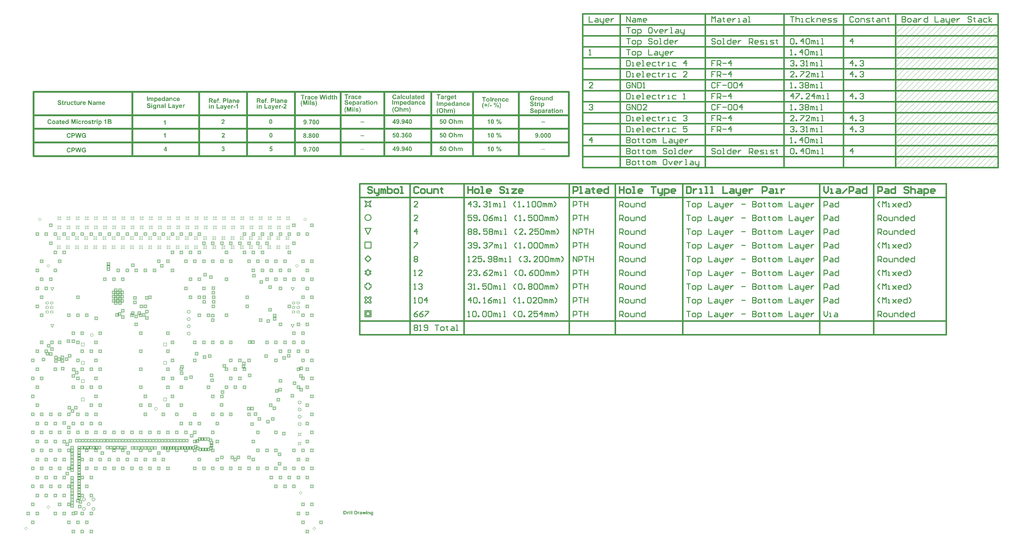
<source format=gbr>
%TF.GenerationSoftware,Altium Limited,Altium Designer,25.8.1 (18)*%
G04 Layer_Color=2752767*
%FSLAX45Y45*%
%MOMM*%
%TF.SameCoordinates,E40C52F6-B12D-486C-AAC2-1DB2447C0C70*%
%TF.FilePolarity,Positive*%
%TF.FileFunction,Drawing*%
%TF.Part,Single*%
G01*
G75*
%TA.AperFunction,NonConductor*%
%ADD60C,0.25400*%
%ADD108C,0.50000*%
%ADD129C,0.08467*%
%ADD130C,0.38100*%
%ADD131C,0.02540*%
%ADD132C,0.40640*%
G36*
X5605191Y12143152D02*
X5606301D01*
X5607549Y12143013D01*
X5608936Y12142874D01*
X5612125Y12142458D01*
X5615593Y12141904D01*
X5619337Y12141210D01*
X5623081Y12140101D01*
X5619892Y12123043D01*
X5619614Y12123181D01*
X5618921Y12123320D01*
X5617673Y12123597D01*
X5616286Y12123875D01*
X5614483Y12124152D01*
X5612541Y12124291D01*
X5610461Y12124568D01*
X5607549D01*
X5606578Y12124429D01*
X5605330Y12124291D01*
X5604082Y12124013D01*
X5602834Y12123459D01*
X5601585Y12122904D01*
X5600615Y12122072D01*
X5600476Y12121933D01*
X5600337Y12121517D01*
X5599921Y12120962D01*
X5599505Y12119992D01*
X5599089Y12118605D01*
X5598812Y12116940D01*
X5598534Y12114999D01*
X5598396Y12112503D01*
Y12105984D01*
X5616702D01*
Y12086707D01*
X5598396D01*
Y12013205D01*
X5573849D01*
Y12086707D01*
X5560258D01*
Y12105984D01*
X5573849D01*
Y12112919D01*
Y12113057D01*
Y12113473D01*
Y12114028D01*
Y12114860D01*
X5573987Y12115831D01*
Y12116940D01*
X5574126Y12119437D01*
X5574403Y12122210D01*
X5574958Y12125123D01*
X5575513Y12127896D01*
X5575929Y12129145D01*
X5576345Y12130254D01*
X5576484Y12130531D01*
X5576900Y12131225D01*
X5577454Y12132196D01*
X5578425Y12133583D01*
X5579673Y12134969D01*
X5581199Y12136634D01*
X5583140Y12138159D01*
X5585498Y12139546D01*
X5585637D01*
X5585775Y12139685D01*
X5586192Y12139962D01*
X5586746Y12140101D01*
X5588133Y12140794D01*
X5590075Y12141488D01*
X5592571Y12142042D01*
X5595483Y12142736D01*
X5598812Y12143152D01*
X5602418Y12143290D01*
X5604220D01*
X5605191Y12143152D01*
D02*
G37*
G36*
X6053973Y12107926D02*
X6056053Y12107649D01*
X6058272Y12107371D01*
X6060768Y12106817D01*
X6063403Y12105984D01*
X6065899Y12105014D01*
X6066038D01*
X6066177Y12104875D01*
X6067009Y12104459D01*
X6068257Y12103904D01*
X6069644Y12102933D01*
X6071308Y12101963D01*
X6072972Y12100576D01*
X6074637Y12099189D01*
X6076023Y12097525D01*
X6076162Y12097386D01*
X6076578Y12096693D01*
X6077133Y12095860D01*
X6077965Y12094612D01*
X6078797Y12093087D01*
X6079491Y12091284D01*
X6080323Y12089342D01*
X6080877Y12087262D01*
Y12086985D01*
X6081155Y12086153D01*
X6081293Y12084904D01*
X6081571Y12083102D01*
X6081848Y12080744D01*
X6081987Y12077970D01*
X6082264Y12074642D01*
Y12070759D01*
Y12013205D01*
X6057717D01*
Y12060496D01*
Y12060635D01*
Y12061189D01*
Y12061883D01*
Y12062992D01*
Y12064102D01*
X6057578Y12065489D01*
Y12068540D01*
X6057301Y12071868D01*
X6057024Y12075058D01*
X6056885Y12076583D01*
X6056608Y12077832D01*
X6056330Y12078941D01*
X6056053Y12079912D01*
Y12080051D01*
X6055776Y12080605D01*
X6055359Y12081437D01*
X6054805Y12082408D01*
X6054111Y12083518D01*
X6053279Y12084766D01*
X6052170Y12085875D01*
X6050922Y12086846D01*
X6050783Y12086985D01*
X6050367Y12087262D01*
X6049535Y12087678D01*
X6048564Y12088094D01*
X6047316Y12088510D01*
X6045929Y12088926D01*
X6044403Y12089204D01*
X6042601Y12089342D01*
X6041491D01*
X6040382Y12089204D01*
X6038717Y12088926D01*
X6037053Y12088510D01*
X6035112Y12087817D01*
X6033031Y12086985D01*
X6031090Y12085737D01*
X6030812Y12085598D01*
X6030258Y12085043D01*
X6029426Y12084350D01*
X6028316Y12083240D01*
X6027207Y12081992D01*
X6026097Y12080328D01*
X6025126Y12078525D01*
X6024294Y12076445D01*
X6024156Y12076167D01*
Y12075890D01*
X6024017Y12075335D01*
X6023878Y12074642D01*
X6023740Y12073810D01*
X6023601Y12072839D01*
X6023462Y12071729D01*
X6023185Y12070343D01*
X6023046Y12068817D01*
X6022907Y12067014D01*
X6022769Y12065073D01*
X6022630Y12062992D01*
Y12060635D01*
X6022491Y12058000D01*
Y12055226D01*
Y12013205D01*
X5997944D01*
Y12105984D01*
X6020688D01*
Y12092255D01*
X6020827Y12092393D01*
X6021243Y12092948D01*
X6021937Y12093780D01*
X6022907Y12094751D01*
X6024017Y12095860D01*
X6025542Y12097247D01*
X6027068Y12098634D01*
X6029010Y12100160D01*
X6031090Y12101685D01*
X6033447Y12103072D01*
X6035944Y12104459D01*
X6038579Y12105568D01*
X6041491Y12106678D01*
X6044542Y12107371D01*
X6047732Y12107926D01*
X6051060Y12108065D01*
X6052447D01*
X6053973Y12107926D01*
D02*
G37*
G36*
X5939004D02*
X5940668D01*
X5942332Y12107787D01*
X5944274Y12107510D01*
X5948295Y12107094D01*
X5952317Y12106400D01*
X5956200Y12105430D01*
X5957865Y12104736D01*
X5959529Y12104043D01*
X5959668D01*
X5959945Y12103904D01*
X5960361Y12103627D01*
X5960777Y12103349D01*
X5962303Y12102517D01*
X5963967Y12101408D01*
X5965908Y12099882D01*
X5967711Y12098218D01*
X5969514Y12096277D01*
X5970901Y12094196D01*
X5971040Y12093919D01*
X5971178Y12093503D01*
X5971456Y12093087D01*
X5971733Y12092393D01*
X5972010Y12091423D01*
X5972288Y12090452D01*
X5972565Y12089204D01*
X5972843Y12087817D01*
X5973120Y12086291D01*
X5973397Y12084488D01*
X5973675Y12082408D01*
X5973952Y12080189D01*
X5974091Y12077832D01*
X5974229Y12075197D01*
Y12072284D01*
X5973813Y12043577D01*
Y12043438D01*
Y12043022D01*
Y12042467D01*
Y12041635D01*
Y12040526D01*
Y12039416D01*
X5973952Y12036781D01*
X5974091Y12033869D01*
X5974229Y12030818D01*
X5974507Y12028044D01*
X5974784Y12026657D01*
X5974923Y12025548D01*
Y12025270D01*
X5975200Y12024577D01*
X5975478Y12023329D01*
X5975894Y12021803D01*
X5976448Y12020000D01*
X5977280Y12017920D01*
X5978251Y12015562D01*
X5979361Y12013205D01*
X5955091D01*
Y12013344D01*
X5954952Y12013621D01*
X5954675Y12014176D01*
X5954398Y12015008D01*
X5954120Y12015979D01*
X5953565Y12017227D01*
X5953149Y12018752D01*
X5952595Y12020416D01*
Y12020555D01*
X5952456Y12020832D01*
X5952317Y12021665D01*
X5952040Y12022635D01*
X5951901Y12023051D01*
X5951763Y12023329D01*
X5951485Y12023051D01*
X5950653Y12022358D01*
X5949405Y12021248D01*
X5947741Y12019862D01*
X5945799Y12018475D01*
X5943442Y12016949D01*
X5940945Y12015424D01*
X5938310Y12014176D01*
X5938172D01*
X5938033Y12014037D01*
X5937617Y12013898D01*
X5937062Y12013760D01*
X5935675Y12013205D01*
X5933734Y12012650D01*
X5931515Y12012095D01*
X5928880Y12011541D01*
X5926106Y12011263D01*
X5923055Y12011125D01*
X5921668D01*
X5920697Y12011263D01*
X5919449Y12011402D01*
X5918062Y12011541D01*
X5916537Y12011818D01*
X5914873Y12012095D01*
X5911267Y12012927D01*
X5907522Y12014314D01*
X5905581Y12015285D01*
X5903778Y12016256D01*
X5902114Y12017365D01*
X5900449Y12018752D01*
X5900311Y12018891D01*
X5900033Y12019168D01*
X5899756Y12019584D01*
X5899201Y12020139D01*
X5898508Y12020971D01*
X5897814Y12021803D01*
X5897121Y12022913D01*
X5896428Y12024161D01*
X5895596Y12025548D01*
X5894902Y12026935D01*
X5893515Y12030402D01*
X5892961Y12032205D01*
X5892683Y12034146D01*
X5892406Y12036226D01*
X5892267Y12038445D01*
Y12038584D01*
Y12038861D01*
Y12039277D01*
Y12039832D01*
X5892406Y12041219D01*
X5892683Y12043161D01*
X5893238Y12045380D01*
X5893793Y12047737D01*
X5894763Y12050095D01*
X5896012Y12052452D01*
Y12052591D01*
X5896150Y12052730D01*
X5896705Y12053423D01*
X5897537Y12054533D01*
X5898785Y12055919D01*
X5900172Y12057445D01*
X5901975Y12058971D01*
X5904055Y12060496D01*
X5906413Y12061744D01*
X5906552D01*
X5906690Y12061883D01*
X5907106Y12062022D01*
X5907661Y12062299D01*
X5908354Y12062576D01*
X5909187Y12062992D01*
X5910296Y12063270D01*
X5911405Y12063686D01*
X5912654Y12064102D01*
X5914179Y12064657D01*
X5915843Y12065073D01*
X5917508Y12065627D01*
X5919449Y12066043D01*
X5921529Y12066598D01*
X5923610Y12067153D01*
X5925967Y12067569D01*
X5926106D01*
X5926661Y12067708D01*
X5927632Y12067846D01*
X5928741Y12068124D01*
X5930128Y12068401D01*
X5931792Y12068678D01*
X5933595Y12069094D01*
X5935537Y12069511D01*
X5939420Y12070481D01*
X5943442Y12071452D01*
X5945244Y12072007D01*
X5947047Y12072562D01*
X5948573Y12073116D01*
X5949960Y12073671D01*
Y12076029D01*
Y12076167D01*
Y12076306D01*
Y12077277D01*
X5949821Y12078525D01*
X5949544Y12080051D01*
X5949128Y12081715D01*
X5948434Y12083379D01*
X5947602Y12085043D01*
X5946354Y12086291D01*
X5946215Y12086430D01*
X5945660Y12086707D01*
X5944690Y12087262D01*
X5943442Y12087817D01*
X5941639Y12088372D01*
X5939281Y12088926D01*
X5937894Y12089065D01*
X5936507Y12089204D01*
X5934843Y12089342D01*
X5931931D01*
X5930683Y12089204D01*
X5929296Y12089065D01*
X5927632Y12088649D01*
X5925829Y12088233D01*
X5924164Y12087539D01*
X5922639Y12086707D01*
X5922500Y12086569D01*
X5922084Y12086153D01*
X5921391Y12085598D01*
X5920559Y12084627D01*
X5919588Y12083379D01*
X5918617Y12081715D01*
X5917646Y12079773D01*
X5916814Y12077554D01*
X5894763Y12081576D01*
Y12081715D01*
X5894902Y12082131D01*
X5895179Y12082824D01*
X5895457Y12083795D01*
X5895873Y12084904D01*
X5896428Y12086153D01*
X5897814Y12089065D01*
X5899617Y12092393D01*
X5901836Y12095722D01*
X5904471Y12098773D01*
X5905997Y12100298D01*
X5907661Y12101547D01*
X5907800Y12101685D01*
X5908077Y12101824D01*
X5908632Y12102101D01*
X5909325Y12102517D01*
X5910296Y12103072D01*
X5911544Y12103627D01*
X5912931Y12104182D01*
X5914457Y12104875D01*
X5916398Y12105430D01*
X5918340Y12105984D01*
X5920559Y12106539D01*
X5923055Y12107094D01*
X5925690Y12107510D01*
X5928602Y12107787D01*
X5931653Y12108065D01*
X5937755D01*
X5939004Y12107926D01*
D02*
G37*
G36*
X5873683Y12013205D02*
X5849136D01*
Y12141210D01*
X5873683D01*
Y12013205D01*
D02*
G37*
G36*
X5779378Y12141071D02*
X5781597D01*
X5784094Y12140933D01*
X5789364Y12140794D01*
X5791860Y12140517D01*
X5794356Y12140378D01*
X5796714Y12140239D01*
X5798794Y12139962D01*
X5800597Y12139546D01*
X5802123Y12139269D01*
X5802261D01*
X5802677Y12139130D01*
X5803232Y12138991D01*
X5803925Y12138714D01*
X5804896Y12138298D01*
X5806006Y12137882D01*
X5808502Y12136634D01*
X5811414Y12134969D01*
X5814465Y12132750D01*
X5816130Y12131364D01*
X5817655Y12129977D01*
X5819181Y12128451D01*
X5820567Y12126648D01*
X5820706Y12126510D01*
X5820845Y12126232D01*
X5821261Y12125678D01*
X5821677Y12124984D01*
X5822370Y12124013D01*
X5822925Y12122765D01*
X5823619Y12121517D01*
X5824312Y12119992D01*
X5825005Y12118189D01*
X5825699Y12116386D01*
X5826392Y12114305D01*
X5826947Y12112087D01*
X5827363Y12109729D01*
X5827779Y12107233D01*
X5827918Y12104459D01*
X5828056Y12101685D01*
Y12101547D01*
Y12101130D01*
Y12100576D01*
Y12099744D01*
X5827918Y12098773D01*
X5827779Y12097525D01*
X5827640Y12096277D01*
X5827502Y12094751D01*
X5826947Y12091700D01*
X5826254Y12088372D01*
X5825144Y12085043D01*
X5823757Y12081853D01*
Y12081715D01*
X5823619Y12081576D01*
X5823341Y12081160D01*
X5822925Y12080605D01*
X5822093Y12079080D01*
X5820845Y12077277D01*
X5819181Y12075335D01*
X5817378Y12073255D01*
X5815159Y12071175D01*
X5812801Y12069233D01*
X5812662D01*
X5812524Y12069094D01*
X5811692Y12068540D01*
X5810444Y12067708D01*
X5808641Y12066737D01*
X5806699Y12065766D01*
X5804480Y12064795D01*
X5801984Y12063963D01*
X5799488Y12063270D01*
X5799349D01*
X5799071Y12063131D01*
X5798517D01*
X5797823Y12062992D01*
X5796853Y12062854D01*
X5795604Y12062715D01*
X5794218Y12062576D01*
X5792692Y12062438D01*
X5790889Y12062160D01*
X5788809Y12062022D01*
X5786590Y12061883D01*
X5784232Y12061744D01*
X5781597Y12061606D01*
X5778824D01*
X5775773Y12061467D01*
X5755802D01*
Y12013205D01*
X5730007D01*
Y12141210D01*
X5777159D01*
X5779378Y12141071D01*
D02*
G37*
G36*
X5654979Y12013205D02*
X5630432D01*
Y12037752D01*
X5654979D01*
Y12013205D01*
D02*
G37*
G36*
X5402019Y12141071D02*
X5403961D01*
X5406180Y12140933D01*
X5408399Y12140794D01*
X5413391Y12140378D01*
X5418245Y12139685D01*
X5420603Y12139407D01*
X5422960Y12138853D01*
X5425041Y12138298D01*
X5426844Y12137743D01*
X5426982D01*
X5427260Y12137604D01*
X5427676Y12137327D01*
X5428369Y12137050D01*
X5429201Y12136634D01*
X5430033Y12136218D01*
X5432252Y12134969D01*
X5434610Y12133166D01*
X5436968Y12131086D01*
X5439464Y12128451D01*
X5441683Y12125400D01*
Y12125261D01*
X5441960Y12124984D01*
X5442238Y12124568D01*
X5442515Y12123875D01*
X5443070Y12123043D01*
X5443486Y12122072D01*
X5444040Y12120824D01*
X5444595Y12119575D01*
X5445566Y12116663D01*
X5446537Y12113196D01*
X5447091Y12109452D01*
X5447369Y12105291D01*
Y12105152D01*
Y12104598D01*
Y12103904D01*
X5447230Y12102933D01*
X5447091Y12101685D01*
X5446953Y12100298D01*
X5446675Y12098634D01*
X5446259Y12096970D01*
X5445289Y12093087D01*
X5444595Y12091145D01*
X5443763Y12089204D01*
X5442792Y12087123D01*
X5441683Y12085182D01*
X5440435Y12083240D01*
X5438909Y12081437D01*
X5438770Y12081299D01*
X5438493Y12081021D01*
X5438077Y12080605D01*
X5437384Y12079912D01*
X5436413Y12079218D01*
X5435303Y12078386D01*
X5434055Y12077416D01*
X5432530Y12076445D01*
X5430865Y12075335D01*
X5429063Y12074364D01*
X5426982Y12073394D01*
X5424625Y12072423D01*
X5422128Y12071591D01*
X5419493Y12070759D01*
X5416581Y12070065D01*
X5413530Y12069511D01*
X5413669D01*
X5413946Y12069233D01*
X5414362Y12069094D01*
X5414917Y12068678D01*
X5416442Y12067708D01*
X5418384Y12066321D01*
X5420603Y12064795D01*
X5422960Y12062992D01*
X5425318Y12060912D01*
X5427398Y12058832D01*
X5427676Y12058554D01*
X5427953Y12058138D01*
X5428369Y12057722D01*
X5428924Y12057029D01*
X5429617Y12056197D01*
X5430449Y12055226D01*
X5431281Y12054117D01*
X5432252Y12052730D01*
X5433362Y12051204D01*
X5434610Y12049540D01*
X5435858Y12047598D01*
X5437245Y12045518D01*
X5438770Y12043161D01*
X5440435Y12040803D01*
X5442099Y12038029D01*
X5457770Y12013205D01*
X5426844D01*
X5408121Y12041080D01*
X5407983Y12041219D01*
X5407705Y12041774D01*
X5407150Y12042467D01*
X5406457Y12043438D01*
X5405764Y12044686D01*
X5404793Y12045934D01*
X5402713Y12048985D01*
X5400355Y12052175D01*
X5398136Y12055226D01*
X5397027Y12056613D01*
X5396056Y12057861D01*
X5395224Y12058971D01*
X5394392Y12059803D01*
X5394253Y12059941D01*
X5393837Y12060496D01*
X5393005Y12061051D01*
X5392034Y12061883D01*
X5390924Y12062854D01*
X5389538Y12063686D01*
X5388151Y12064518D01*
X5386625Y12065073D01*
X5386487Y12065211D01*
X5385793Y12065350D01*
X5384822Y12065627D01*
X5383436Y12065905D01*
X5381633Y12066182D01*
X5379414Y12066321D01*
X5376779Y12066598D01*
X5368458D01*
Y12013205D01*
X5342662D01*
Y12141210D01*
X5400355D01*
X5402019Y12141071D01*
D02*
G37*
G36*
X6144533Y12107926D02*
X6146059Y12107787D01*
X6147723Y12107649D01*
X6149803Y12107371D01*
X6152022Y12106955D01*
X6154380Y12106400D01*
X6157015Y12105568D01*
X6159650Y12104736D01*
X6162285Y12103627D01*
X6165059Y12102240D01*
X6167694Y12100714D01*
X6170329Y12098912D01*
X6172825Y12096693D01*
X6175182Y12094335D01*
X6175321Y12094196D01*
X6175737Y12093642D01*
X6176292Y12092948D01*
X6176985Y12091839D01*
X6177956Y12090313D01*
X6178927Y12088510D01*
X6180036Y12086430D01*
X6181146Y12084072D01*
X6182255Y12081299D01*
X6183226Y12078109D01*
X6184197Y12074781D01*
X6185029Y12071036D01*
X6185722Y12066876D01*
X6186277Y12062438D01*
X6186693Y12057722D01*
Y12052591D01*
X6125256D01*
Y12052452D01*
Y12052175D01*
Y12051482D01*
X6125395Y12050788D01*
X6125534Y12049817D01*
X6125672Y12048708D01*
X6126088Y12046350D01*
X6126782Y12043577D01*
X6127753Y12040664D01*
X6129139Y12037891D01*
X6131081Y12035394D01*
X6131220D01*
X6131358Y12035117D01*
X6132052Y12034423D01*
X6133300Y12033453D01*
X6134964Y12032482D01*
X6137044Y12031372D01*
X6139541Y12030402D01*
X6142314Y12029708D01*
X6143840Y12029570D01*
X6145365Y12029431D01*
X6146336D01*
X6147307Y12029570D01*
X6148694Y12029847D01*
X6150219Y12030124D01*
X6151745Y12030679D01*
X6153409Y12031511D01*
X6154935Y12032482D01*
X6155073Y12032621D01*
X6155628Y12033037D01*
X6156321Y12033869D01*
X6157154Y12034978D01*
X6158263Y12036365D01*
X6159234Y12038168D01*
X6160205Y12040248D01*
X6161037Y12042745D01*
X6185445Y12038584D01*
Y12038445D01*
X6185168Y12038029D01*
X6184890Y12037336D01*
X6184613Y12036365D01*
X6184058Y12035256D01*
X6183365Y12034007D01*
X6182671Y12032482D01*
X6181839Y12030956D01*
X6179759Y12027628D01*
X6177124Y12024300D01*
X6174073Y12020971D01*
X6172270Y12019446D01*
X6170467Y12018059D01*
X6170329Y12017920D01*
X6170051Y12017781D01*
X6169496Y12017365D01*
X6168664Y12016949D01*
X6167694Y12016395D01*
X6166445Y12015840D01*
X6165059Y12015285D01*
X6163533Y12014592D01*
X6161730Y12013898D01*
X6159789Y12013344D01*
X6157708Y12012789D01*
X6155489Y12012234D01*
X6153132Y12011818D01*
X6150497Y12011402D01*
X6147862Y12011263D01*
X6145088Y12011125D01*
X6143979D01*
X6142730Y12011263D01*
X6141066Y12011402D01*
X6139125Y12011541D01*
X6136767Y12011957D01*
X6134271Y12012373D01*
X6131497Y12013066D01*
X6128585Y12013898D01*
X6125672Y12015008D01*
X6122760Y12016256D01*
X6119709Y12017781D01*
X6116935Y12019584D01*
X6114162Y12021665D01*
X6111665Y12024022D01*
X6109308Y12026796D01*
X6109169Y12026935D01*
X6108892Y12027351D01*
X6108475Y12028044D01*
X6107921Y12029153D01*
X6107227Y12030402D01*
X6106395Y12031788D01*
X6105563Y12033591D01*
X6104731Y12035533D01*
X6103899Y12037752D01*
X6103067Y12040248D01*
X6102235Y12042883D01*
X6101541Y12045657D01*
X6100987Y12048708D01*
X6100570Y12051898D01*
X6100293Y12055365D01*
X6100154Y12058832D01*
Y12059109D01*
Y12059803D01*
X6100293Y12061051D01*
Y12062576D01*
X6100570Y12064518D01*
X6100848Y12066876D01*
X6101125Y12069233D01*
X6101680Y12072007D01*
X6102235Y12074781D01*
X6103067Y12077693D01*
X6104038Y12080744D01*
X6105147Y12083795D01*
X6106534Y12086707D01*
X6108198Y12089620D01*
X6110001Y12092393D01*
X6112081Y12094890D01*
X6112220Y12095028D01*
X6112636Y12095444D01*
X6113329Y12096138D01*
X6114300Y12096970D01*
X6115410Y12097941D01*
X6116935Y12099050D01*
X6118599Y12100298D01*
X6120402Y12101547D01*
X6122483Y12102656D01*
X6124840Y12103904D01*
X6127336Y12105014D01*
X6130110Y12105984D01*
X6132884Y12106817D01*
X6135935Y12107510D01*
X6139263Y12107926D01*
X6142592Y12108065D01*
X6143563D01*
X6144533Y12107926D01*
D02*
G37*
G36*
X5508806D02*
X5510331Y12107787D01*
X5511996Y12107649D01*
X5514076Y12107371D01*
X5516295Y12106955D01*
X5518652Y12106400D01*
X5521287Y12105568D01*
X5523922Y12104736D01*
X5526557Y12103627D01*
X5529331Y12102240D01*
X5531966Y12100714D01*
X5534601Y12098912D01*
X5537097Y12096693D01*
X5539455Y12094335D01*
X5539594Y12094196D01*
X5540010Y12093642D01*
X5540564Y12092948D01*
X5541258Y12091839D01*
X5542229Y12090313D01*
X5543199Y12088510D01*
X5544309Y12086430D01*
X5545418Y12084072D01*
X5546528Y12081299D01*
X5547499Y12078109D01*
X5548469Y12074781D01*
X5549302Y12071036D01*
X5549995Y12066876D01*
X5550550Y12062438D01*
X5550966Y12057722D01*
Y12052591D01*
X5489529D01*
Y12052452D01*
Y12052175D01*
Y12051482D01*
X5489667Y12050788D01*
X5489806Y12049817D01*
X5489945Y12048708D01*
X5490361Y12046350D01*
X5491054Y12043577D01*
X5492025Y12040664D01*
X5493412Y12037891D01*
X5495353Y12035394D01*
X5495492D01*
X5495631Y12035117D01*
X5496324Y12034423D01*
X5497572Y12033453D01*
X5499237Y12032482D01*
X5501317Y12031372D01*
X5503813Y12030402D01*
X5506587Y12029708D01*
X5508112Y12029570D01*
X5509638Y12029431D01*
X5510609D01*
X5511580Y12029570D01*
X5512966Y12029847D01*
X5514492Y12030124D01*
X5516017Y12030679D01*
X5517682Y12031511D01*
X5519207Y12032482D01*
X5519346Y12032621D01*
X5519901Y12033037D01*
X5520594Y12033869D01*
X5521426Y12034978D01*
X5522536Y12036365D01*
X5523506Y12038168D01*
X5524477Y12040248D01*
X5525309Y12042745D01*
X5549718Y12038584D01*
Y12038445D01*
X5549440Y12038029D01*
X5549163Y12037336D01*
X5548886Y12036365D01*
X5548331Y12035256D01*
X5547637Y12034007D01*
X5546944Y12032482D01*
X5546112Y12030956D01*
X5544032Y12027628D01*
X5541397Y12024300D01*
X5538346Y12020971D01*
X5536543Y12019446D01*
X5534740Y12018059D01*
X5534601Y12017920D01*
X5534324Y12017781D01*
X5533769Y12017365D01*
X5532937Y12016949D01*
X5531966Y12016395D01*
X5530718Y12015840D01*
X5529331Y12015285D01*
X5527806Y12014592D01*
X5526003Y12013898D01*
X5524061Y12013344D01*
X5521981Y12012789D01*
X5519762Y12012234D01*
X5517404Y12011818D01*
X5514769Y12011402D01*
X5512134Y12011263D01*
X5509361Y12011125D01*
X5508251D01*
X5507003Y12011263D01*
X5505339Y12011402D01*
X5503397Y12011541D01*
X5501040Y12011957D01*
X5498543Y12012373D01*
X5495770Y12013066D01*
X5492857Y12013898D01*
X5489945Y12015008D01*
X5487032Y12016256D01*
X5483981Y12017781D01*
X5481208Y12019584D01*
X5478434Y12021665D01*
X5475938Y12024022D01*
X5473580Y12026796D01*
X5473441Y12026935D01*
X5473164Y12027351D01*
X5472748Y12028044D01*
X5472193Y12029153D01*
X5471500Y12030402D01*
X5470668Y12031788D01*
X5469836Y12033591D01*
X5469004Y12035533D01*
X5468171Y12037752D01*
X5467339Y12040248D01*
X5466507Y12042883D01*
X5465814Y12045657D01*
X5465259Y12048708D01*
X5464843Y12051898D01*
X5464566Y12055365D01*
X5464427Y12058832D01*
Y12059109D01*
Y12059803D01*
X5464566Y12061051D01*
Y12062576D01*
X5464843Y12064518D01*
X5465120Y12066876D01*
X5465398Y12069233D01*
X5465952Y12072007D01*
X5466507Y12074781D01*
X5467339Y12077693D01*
X5468310Y12080744D01*
X5469420Y12083795D01*
X5470806Y12086707D01*
X5472471Y12089620D01*
X5474274Y12092393D01*
X5476354Y12094890D01*
X5476492Y12095028D01*
X5476909Y12095444D01*
X5477602Y12096138D01*
X5478573Y12096970D01*
X5479682Y12097941D01*
X5481208Y12099050D01*
X5482872Y12100298D01*
X5484675Y12101547D01*
X5486755Y12102656D01*
X5489113Y12103904D01*
X5491609Y12105014D01*
X5494383Y12105984D01*
X5497156Y12106817D01*
X5500207Y12107510D01*
X5503536Y12107926D01*
X5506864Y12108065D01*
X5507835D01*
X5508806Y12107926D01*
D02*
G37*
G36*
X5367209Y11962363D02*
X5342662D01*
Y11985107D01*
X5367209D01*
Y11962363D01*
D02*
G37*
G36*
X6003492Y11951823D02*
X6004324Y11951685D01*
X6006404Y11951407D01*
X6008900Y11950852D01*
X6011674Y11950020D01*
X6014586Y11948772D01*
X6017499Y11947247D01*
X6009871Y11925889D01*
X6009594Y11926028D01*
X6008762Y11926583D01*
X6007652Y11927137D01*
X6006127Y11927970D01*
X6004324Y11928663D01*
X6002382Y11929356D01*
X6000441Y11929772D01*
X5998360Y11929911D01*
X5997528D01*
X5996557Y11929772D01*
X5995309Y11929495D01*
X5993922Y11929218D01*
X5992536Y11928663D01*
X5991010Y11927970D01*
X5989623Y11926999D01*
X5989485Y11926860D01*
X5989069Y11926444D01*
X5988375Y11925751D01*
X5987543Y11924641D01*
X5986711Y11923254D01*
X5985740Y11921451D01*
X5984769Y11919371D01*
X5983937Y11916736D01*
Y11916597D01*
X5983799Y11916320D01*
Y11915904D01*
X5983660Y11915211D01*
X5983521Y11914379D01*
X5983382Y11913130D01*
X5983105Y11911744D01*
X5982966Y11910079D01*
X5982828Y11908138D01*
X5982550Y11905919D01*
X5982412Y11903422D01*
X5982273Y11900510D01*
X5982134Y11897320D01*
Y11893853D01*
X5981996Y11889970D01*
Y11885671D01*
Y11857102D01*
X5957449D01*
Y11949882D01*
X5980193D01*
Y11936568D01*
X5980331Y11936707D01*
X5980470Y11936984D01*
X5980747Y11937400D01*
X5981164Y11938093D01*
X5982273Y11939758D01*
X5983660Y11941699D01*
X5985324Y11943780D01*
X5986988Y11945721D01*
X5988791Y11947524D01*
X5989762Y11948356D01*
X5990594Y11948911D01*
X5990871Y11949050D01*
X5991426Y11949327D01*
X5992397Y11949882D01*
X5993645Y11950436D01*
X5995309Y11950991D01*
X5997112Y11951546D01*
X5999054Y11951823D01*
X6001273Y11951962D01*
X6002660D01*
X6003492Y11951823D01*
D02*
G37*
G36*
X5448062D02*
X5450143Y11951546D01*
X5452361Y11951268D01*
X5454858Y11950714D01*
X5457493Y11949882D01*
X5459989Y11948911D01*
X5460128D01*
X5460266Y11948772D01*
X5461099Y11948356D01*
X5462347Y11947801D01*
X5463734Y11946831D01*
X5465398Y11945860D01*
X5467062Y11944473D01*
X5468726Y11943086D01*
X5470113Y11941422D01*
X5470252Y11941283D01*
X5470668Y11940590D01*
X5471222Y11939758D01*
X5472055Y11938510D01*
X5472887Y11936984D01*
X5473580Y11935181D01*
X5474412Y11933240D01*
X5474967Y11931159D01*
Y11930882D01*
X5475244Y11930050D01*
X5475383Y11928802D01*
X5475660Y11926999D01*
X5475938Y11924641D01*
X5476076Y11921867D01*
X5476354Y11918539D01*
Y11914656D01*
Y11857102D01*
X5451807D01*
Y11904393D01*
Y11904532D01*
Y11905087D01*
Y11905780D01*
Y11906890D01*
Y11907999D01*
X5451668Y11909386D01*
Y11912437D01*
X5451391Y11915765D01*
X5451113Y11918955D01*
X5450975Y11920481D01*
X5450697Y11921729D01*
X5450420Y11922838D01*
X5450143Y11923809D01*
Y11923948D01*
X5449865Y11924502D01*
X5449449Y11925335D01*
X5448894Y11926305D01*
X5448201Y11927415D01*
X5447369Y11928663D01*
X5446259Y11929772D01*
X5445011Y11930743D01*
X5444873Y11930882D01*
X5444456Y11931159D01*
X5443624Y11931575D01*
X5442654Y11931991D01*
X5441405Y11932407D01*
X5440019Y11932823D01*
X5438493Y11933101D01*
X5436690Y11933240D01*
X5435581D01*
X5434471Y11933101D01*
X5432807Y11932823D01*
X5431143Y11932407D01*
X5429201Y11931714D01*
X5427121Y11930882D01*
X5425179Y11929634D01*
X5424902Y11929495D01*
X5424347Y11928940D01*
X5423515Y11928247D01*
X5422406Y11927137D01*
X5421296Y11925889D01*
X5420187Y11924225D01*
X5419216Y11922422D01*
X5418384Y11920342D01*
X5418245Y11920065D01*
Y11919787D01*
X5418107Y11919232D01*
X5417968Y11918539D01*
X5417829Y11917707D01*
X5417690Y11916736D01*
X5417552Y11915627D01*
X5417274Y11914240D01*
X5417136Y11912714D01*
X5416997Y11910911D01*
X5416858Y11908970D01*
X5416720Y11906890D01*
Y11904532D01*
X5416581Y11901897D01*
Y11899123D01*
Y11857102D01*
X5392034D01*
Y11949882D01*
X5414778D01*
Y11936152D01*
X5414917Y11936291D01*
X5415333Y11936845D01*
X5416026Y11937677D01*
X5416997Y11938648D01*
X5418107Y11939758D01*
X5419632Y11941145D01*
X5421158Y11942531D01*
X5423099Y11944057D01*
X5425179Y11945582D01*
X5427537Y11946969D01*
X5430033Y11948356D01*
X5432668Y11949466D01*
X5435581Y11950575D01*
X5438632Y11951268D01*
X5441821Y11951823D01*
X5445150Y11951962D01*
X5446537D01*
X5448062Y11951823D01*
D02*
G37*
G36*
X6073527Y11891218D02*
X6025265D01*
Y11915765D01*
X6073527D01*
Y11891218D01*
D02*
G37*
G36*
X5810582Y11860569D02*
X5804619Y11844482D01*
Y11844343D01*
X5804480Y11844066D01*
X5804341Y11843650D01*
X5804064Y11843095D01*
X5803509Y11841708D01*
X5802677Y11839905D01*
X5801706Y11837964D01*
X5800736Y11835883D01*
X5799626Y11833942D01*
X5798517Y11832139D01*
X5798378Y11832000D01*
X5797962Y11831445D01*
X5797407Y11830613D01*
X5796575Y11829643D01*
X5795604Y11828533D01*
X5794495Y11827424D01*
X5793108Y11826314D01*
X5791721Y11825205D01*
X5791583Y11825066D01*
X5791028Y11824789D01*
X5790196Y11824234D01*
X5789225Y11823679D01*
X5787838Y11822986D01*
X5786174Y11822292D01*
X5784371Y11821599D01*
X5782429Y11821044D01*
X5782152D01*
X5781459Y11820767D01*
X5780349Y11820628D01*
X5778824Y11820351D01*
X5777021Y11820073D01*
X5774940Y11819796D01*
X5772583Y11819657D01*
X5769948Y11819519D01*
X5768700D01*
X5767313Y11819657D01*
X5765649D01*
X5763430Y11819935D01*
X5761211Y11820212D01*
X5758714Y11820489D01*
X5756218Y11821044D01*
X5753999Y11840321D01*
X5754277D01*
X5754970Y11840183D01*
X5756079Y11839905D01*
X5757466Y11839767D01*
X5758992Y11839489D01*
X5760795Y11839212D01*
X5764262Y11839073D01*
X5765094D01*
X5765649Y11839212D01*
X5767174Y11839350D01*
X5769116Y11839767D01*
X5771057Y11840321D01*
X5773276Y11841292D01*
X5775218Y11842540D01*
X5776882Y11844204D01*
X5777021Y11844482D01*
X5777575Y11845175D01*
X5778269Y11846146D01*
X5779240Y11847672D01*
X5780210Y11849474D01*
X5781320Y11851693D01*
X5782291Y11854051D01*
X5783123Y11856825D01*
X5748036Y11949882D01*
X5774108D01*
X5796159Y11883868D01*
X5817932Y11949882D01*
X5843312D01*
X5810582Y11860569D01*
D02*
G37*
G36*
X6145088Y11857102D02*
X6120541D01*
Y11949327D01*
X6120402Y11949188D01*
X6119986Y11948772D01*
X6119154Y11948079D01*
X6118183Y11947247D01*
X6116935Y11946276D01*
X6115271Y11945028D01*
X6113607Y11943641D01*
X6111527Y11942254D01*
X6109308Y11940728D01*
X6106950Y11939203D01*
X6104315Y11937677D01*
X6101541Y11936152D01*
X6098629Y11934626D01*
X6095439Y11933240D01*
X6092249Y11931991D01*
X6088921Y11930743D01*
Y11953071D01*
X6089060D01*
X6089337Y11953210D01*
X6089892Y11953349D01*
X6090585Y11953626D01*
X6091556Y11954042D01*
X6092527Y11954458D01*
X6093775Y11955013D01*
X6095162Y11955706D01*
X6098213Y11957232D01*
X6101680Y11959312D01*
X6105563Y11961808D01*
X6109724Y11964859D01*
X6109862Y11964998D01*
X6110278Y11965276D01*
X6110833Y11965692D01*
X6111527Y11966385D01*
X6112497Y11967217D01*
X6113468Y11968327D01*
X6114578Y11969436D01*
X6115826Y11970823D01*
X6118461Y11973874D01*
X6120957Y11977341D01*
X6123315Y11981224D01*
X6124285Y11983304D01*
X6125118Y11985523D01*
X6145088D01*
Y11857102D01*
D02*
G37*
G36*
X5700467Y11951823D02*
X5702131D01*
X5703796Y11951685D01*
X5705737Y11951407D01*
X5709759Y11950991D01*
X5713781Y11950298D01*
X5717664Y11949327D01*
X5719328Y11948633D01*
X5720992Y11947940D01*
X5721131D01*
X5721408Y11947801D01*
X5721824Y11947524D01*
X5722241Y11947247D01*
X5723766Y11946415D01*
X5725430Y11945305D01*
X5727372Y11943780D01*
X5729175Y11942115D01*
X5730978Y11940174D01*
X5732364Y11938093D01*
X5732503Y11937816D01*
X5732642Y11937400D01*
X5732919Y11936984D01*
X5733197Y11936291D01*
X5733474Y11935320D01*
X5733751Y11934349D01*
X5734029Y11933101D01*
X5734306Y11931714D01*
X5734583Y11930188D01*
X5734861Y11928386D01*
X5735138Y11926305D01*
X5735416Y11924086D01*
X5735554Y11921729D01*
X5735693Y11919094D01*
Y11916181D01*
X5735277Y11887474D01*
Y11887335D01*
Y11886919D01*
Y11886364D01*
Y11885532D01*
Y11884423D01*
Y11883313D01*
X5735416Y11880678D01*
X5735554Y11877766D01*
X5735693Y11874715D01*
X5735970Y11871941D01*
X5736248Y11870554D01*
X5736386Y11869445D01*
Y11869168D01*
X5736664Y11868474D01*
X5736941Y11867226D01*
X5737357Y11865700D01*
X5737912Y11863898D01*
X5738744Y11861817D01*
X5739715Y11859460D01*
X5740824Y11857102D01*
X5716554D01*
Y11857241D01*
X5716416Y11857518D01*
X5716138Y11858073D01*
X5715861Y11858905D01*
X5715584Y11859876D01*
X5715029Y11861124D01*
X5714613Y11862649D01*
X5714058Y11864314D01*
Y11864452D01*
X5713919Y11864730D01*
X5713781Y11865562D01*
X5713503Y11866533D01*
X5713365Y11866949D01*
X5713226Y11867226D01*
X5712949Y11866949D01*
X5712117Y11866255D01*
X5710868Y11865146D01*
X5709204Y11863759D01*
X5707263Y11862372D01*
X5704905Y11860846D01*
X5702409Y11859321D01*
X5699774Y11858073D01*
X5699635D01*
X5699496Y11857934D01*
X5699080Y11857795D01*
X5698526Y11857657D01*
X5697139Y11857102D01*
X5695197Y11856547D01*
X5692978Y11855993D01*
X5690343Y11855438D01*
X5687570Y11855160D01*
X5684518Y11855022D01*
X5683132D01*
X5682161Y11855160D01*
X5680913Y11855299D01*
X5679526Y11855438D01*
X5678000Y11855715D01*
X5676336Y11855993D01*
X5672730Y11856825D01*
X5668986Y11858211D01*
X5667044Y11859182D01*
X5665241Y11860153D01*
X5663577Y11861263D01*
X5661913Y11862649D01*
X5661774Y11862788D01*
X5661497Y11863065D01*
X5661220Y11863481D01*
X5660665Y11864036D01*
X5659971Y11864868D01*
X5659278Y11865700D01*
X5658585Y11866810D01*
X5657891Y11868058D01*
X5657059Y11869445D01*
X5656366Y11870832D01*
X5654979Y11874299D01*
X5654424Y11876102D01*
X5654147Y11878043D01*
X5653869Y11880124D01*
X5653731Y11882343D01*
Y11882481D01*
Y11882759D01*
Y11883175D01*
Y11883729D01*
X5653869Y11885116D01*
X5654147Y11887058D01*
X5654701Y11889277D01*
X5655256Y11891634D01*
X5656227Y11893992D01*
X5657475Y11896350D01*
Y11896488D01*
X5657614Y11896627D01*
X5658169Y11897320D01*
X5659001Y11898430D01*
X5660249Y11899817D01*
X5661636Y11901342D01*
X5663439Y11902868D01*
X5665519Y11904393D01*
X5667876Y11905641D01*
X5668015D01*
X5668154Y11905780D01*
X5668570Y11905919D01*
X5669125Y11906196D01*
X5669818Y11906474D01*
X5670650Y11906890D01*
X5671760Y11907167D01*
X5672869Y11907583D01*
X5674117Y11907999D01*
X5675643Y11908554D01*
X5677307Y11908970D01*
X5678971Y11909525D01*
X5680913Y11909941D01*
X5682993Y11910495D01*
X5685073Y11911050D01*
X5687431Y11911466D01*
X5687570D01*
X5688124Y11911605D01*
X5689095Y11911744D01*
X5690205Y11912021D01*
X5691591Y11912298D01*
X5693256Y11912576D01*
X5695058Y11912992D01*
X5697000Y11913408D01*
X5700883Y11914379D01*
X5704905Y11915349D01*
X5706708Y11915904D01*
X5708511Y11916459D01*
X5710036Y11917014D01*
X5711423Y11917568D01*
Y11919926D01*
Y11920065D01*
Y11920203D01*
Y11921174D01*
X5711284Y11922422D01*
X5711007Y11923948D01*
X5710591Y11925612D01*
X5709898Y11927276D01*
X5709066Y11928940D01*
X5707817Y11930188D01*
X5707679Y11930327D01*
X5707124Y11930605D01*
X5706153Y11931159D01*
X5704905Y11931714D01*
X5703102Y11932269D01*
X5700745Y11932823D01*
X5699358Y11932962D01*
X5697971Y11933101D01*
X5696307Y11933240D01*
X5693394D01*
X5692146Y11933101D01*
X5690759Y11932962D01*
X5689095Y11932546D01*
X5687292Y11932130D01*
X5685628Y11931437D01*
X5684102Y11930605D01*
X5683964Y11930466D01*
X5683548Y11930050D01*
X5682854Y11929495D01*
X5682022Y11928524D01*
X5681051Y11927276D01*
X5680081Y11925612D01*
X5679110Y11923670D01*
X5678278Y11921451D01*
X5656227Y11925473D01*
Y11925612D01*
X5656366Y11926028D01*
X5656643Y11926721D01*
X5656920Y11927692D01*
X5657336Y11928802D01*
X5657891Y11930050D01*
X5659278Y11932962D01*
X5661081Y11936291D01*
X5663300Y11939619D01*
X5665935Y11942670D01*
X5667460Y11944196D01*
X5669125Y11945444D01*
X5669263Y11945582D01*
X5669541Y11945721D01*
X5670095Y11945998D01*
X5670789Y11946415D01*
X5671760Y11946969D01*
X5673008Y11947524D01*
X5674395Y11948079D01*
X5675920Y11948772D01*
X5677862Y11949327D01*
X5679803Y11949882D01*
X5682022Y11950436D01*
X5684518Y11950991D01*
X5687153Y11951407D01*
X5690066Y11951685D01*
X5693117Y11951962D01*
X5699219D01*
X5700467Y11951823D01*
D02*
G37*
G36*
X5577732Y11878737D02*
X5641942D01*
Y11857102D01*
X5551937D01*
Y11983998D01*
X5577732D01*
Y11878737D01*
D02*
G37*
G36*
X5367209Y11857102D02*
X5342662D01*
Y11949882D01*
X5367209D01*
Y11857102D01*
D02*
G37*
G36*
X5896289Y11951823D02*
X5897814Y11951685D01*
X5899479Y11951546D01*
X5901559Y11951268D01*
X5903778Y11950852D01*
X5906136Y11950298D01*
X5908771Y11949466D01*
X5911405Y11948633D01*
X5914040Y11947524D01*
X5916814Y11946137D01*
X5919449Y11944612D01*
X5922084Y11942809D01*
X5924580Y11940590D01*
X5926938Y11938232D01*
X5927077Y11938093D01*
X5927493Y11937539D01*
X5928048Y11936845D01*
X5928741Y11935736D01*
X5929712Y11934210D01*
X5930683Y11932407D01*
X5931792Y11930327D01*
X5932902Y11927970D01*
X5934011Y11925196D01*
X5934982Y11922006D01*
X5935953Y11918678D01*
X5936785Y11914933D01*
X5937478Y11910773D01*
X5938033Y11906335D01*
X5938449Y11901620D01*
Y11896488D01*
X5877012D01*
Y11896350D01*
Y11896072D01*
Y11895379D01*
X5877151Y11894685D01*
X5877289Y11893715D01*
X5877428Y11892605D01*
X5877844Y11890247D01*
X5878537Y11887474D01*
X5879508Y11884561D01*
X5880895Y11881788D01*
X5882837Y11879291D01*
X5882975D01*
X5883114Y11879014D01*
X5883807Y11878321D01*
X5885056Y11877350D01*
X5886720Y11876379D01*
X5888800Y11875270D01*
X5891296Y11874299D01*
X5894070Y11873605D01*
X5895596Y11873467D01*
X5897121Y11873328D01*
X5898092D01*
X5899063Y11873467D01*
X5900449Y11873744D01*
X5901975Y11874021D01*
X5903501Y11874576D01*
X5905165Y11875408D01*
X5906690Y11876379D01*
X5906829Y11876518D01*
X5907384Y11876934D01*
X5908077Y11877766D01*
X5908909Y11878875D01*
X5910019Y11880262D01*
X5910989Y11882065D01*
X5911960Y11884145D01*
X5912792Y11886642D01*
X5937201Y11882481D01*
Y11882343D01*
X5936923Y11881926D01*
X5936646Y11881233D01*
X5936369Y11880262D01*
X5935814Y11879153D01*
X5935120Y11877905D01*
X5934427Y11876379D01*
X5933595Y11874854D01*
X5931515Y11871525D01*
X5928880Y11868197D01*
X5925829Y11864868D01*
X5924026Y11863343D01*
X5922223Y11861956D01*
X5922084Y11861817D01*
X5921807Y11861679D01*
X5921252Y11861263D01*
X5920420Y11860846D01*
X5919449Y11860292D01*
X5918201Y11859737D01*
X5916814Y11859182D01*
X5915289Y11858489D01*
X5913486Y11857795D01*
X5911544Y11857241D01*
X5909464Y11856686D01*
X5907245Y11856131D01*
X5904887Y11855715D01*
X5902252Y11855299D01*
X5899617Y11855160D01*
X5896844Y11855022D01*
X5895734D01*
X5894486Y11855160D01*
X5892822Y11855299D01*
X5890880Y11855438D01*
X5888523Y11855854D01*
X5886026Y11856270D01*
X5883253Y11856963D01*
X5880340Y11857795D01*
X5877428Y11858905D01*
X5874516Y11860153D01*
X5871465Y11861679D01*
X5868691Y11863481D01*
X5865917Y11865562D01*
X5863421Y11867919D01*
X5861063Y11870693D01*
X5860925Y11870832D01*
X5860647Y11871248D01*
X5860231Y11871941D01*
X5859676Y11873051D01*
X5858983Y11874299D01*
X5858151Y11875686D01*
X5857319Y11877489D01*
X5856487Y11879430D01*
X5855655Y11881649D01*
X5854822Y11884145D01*
X5853990Y11886780D01*
X5853297Y11889554D01*
X5852742Y11892605D01*
X5852326Y11895795D01*
X5852049Y11899262D01*
X5851910Y11902729D01*
Y11903006D01*
Y11903700D01*
X5852049Y11904948D01*
Y11906474D01*
X5852326Y11908415D01*
X5852603Y11910773D01*
X5852881Y11913130D01*
X5853436Y11915904D01*
X5853990Y11918678D01*
X5854822Y11921590D01*
X5855793Y11924641D01*
X5856903Y11927692D01*
X5858290Y11930605D01*
X5859954Y11933517D01*
X5861757Y11936291D01*
X5863837Y11938787D01*
X5863976Y11938926D01*
X5864392Y11939342D01*
X5865085Y11940035D01*
X5866056Y11940867D01*
X5867165Y11941838D01*
X5868691Y11942947D01*
X5870355Y11944196D01*
X5872158Y11945444D01*
X5874238Y11946553D01*
X5876596Y11947801D01*
X5879092Y11948911D01*
X5881866Y11949882D01*
X5884639Y11950714D01*
X5887691Y11951407D01*
X5891019Y11951823D01*
X5894347Y11951962D01*
X5895318D01*
X5896289Y11951823D01*
D02*
G37*
G36*
X10494158Y12249524D02*
X10495823Y12249385D01*
X10497764Y12249247D01*
X10500122Y12248969D01*
X10502757Y12248553D01*
X10505530Y12247860D01*
X10508443Y12247166D01*
X10511494Y12246195D01*
X10514684Y12245086D01*
X10517873Y12243699D01*
X10521063Y12242174D01*
X10524253Y12240232D01*
X10527165Y12238152D01*
X10530077Y12235655D01*
X10530216Y12235517D01*
X10530494Y12235239D01*
X10530910Y12234823D01*
X10531464Y12234130D01*
X10532296Y12233298D01*
X10533129Y12232327D01*
X10533961Y12231079D01*
X10535070Y12229692D01*
X10536041Y12228028D01*
X10537150Y12226364D01*
X10538260Y12224422D01*
X10539369Y12222342D01*
X10540340Y12219984D01*
X10541450Y12217627D01*
X10542420Y12214992D01*
X10543252Y12212218D01*
X10517735Y12206116D01*
Y12206254D01*
X10517596Y12206532D01*
X10517457Y12207087D01*
X10517319Y12207780D01*
X10517041Y12208612D01*
X10516625Y12209583D01*
X10515654Y12211802D01*
X10514406Y12214298D01*
X10512742Y12216933D01*
X10510662Y12219429D01*
X10508165Y12221787D01*
X10508027Y12221926D01*
X10507888Y12222064D01*
X10507472Y12222342D01*
X10506917Y12222758D01*
X10506224Y12223174D01*
X10505392Y12223590D01*
X10503311Y12224699D01*
X10500676Y12225809D01*
X10497764Y12226641D01*
X10494436Y12227334D01*
X10490691Y12227612D01*
X10489304D01*
X10488334Y12227473D01*
X10487085Y12227334D01*
X10485699Y12227057D01*
X10484173Y12226780D01*
X10482509Y12226364D01*
X10480706Y12225809D01*
X10478764Y12225116D01*
X10476823Y12224283D01*
X10474881Y12223313D01*
X10472940Y12222064D01*
X10471137Y12220678D01*
X10469195Y12219152D01*
X10467531Y12217349D01*
X10467392Y12217211D01*
X10467115Y12216933D01*
X10466699Y12216240D01*
X10466144Y12215408D01*
X10465451Y12214298D01*
X10464757Y12212911D01*
X10463925Y12211247D01*
X10463232Y12209306D01*
X10462400Y12207225D01*
X10461568Y12204729D01*
X10460874Y12202094D01*
X10460181Y12199043D01*
X10459626Y12195714D01*
X10459210Y12192247D01*
X10458933Y12188364D01*
X10458794Y12184204D01*
Y12183926D01*
Y12183094D01*
Y12181846D01*
X10458933Y12180321D01*
X10459071Y12178240D01*
X10459210Y12176021D01*
X10459487Y12173525D01*
X10459903Y12170751D01*
X10460874Y12165065D01*
X10461568Y12162292D01*
X10462400Y12159379D01*
X10463370Y12156606D01*
X10464619Y12154109D01*
X10465867Y12151752D01*
X10467392Y12149671D01*
X10467531Y12149533D01*
X10467808Y12149255D01*
X10468363Y12148701D01*
X10468918Y12148007D01*
X10469889Y12147314D01*
X10470859Y12146482D01*
X10472108Y12145511D01*
X10473494Y12144540D01*
X10475020Y12143569D01*
X10476823Y12142599D01*
X10478626Y12141766D01*
X10480706Y12141073D01*
X10482786Y12140380D01*
X10485144Y12139825D01*
X10487640Y12139547D01*
X10490136Y12139409D01*
X10491107D01*
X10491801Y12139547D01*
X10492771D01*
X10493742Y12139825D01*
X10496239Y12140241D01*
X10499012Y12141073D01*
X10501925Y12142182D01*
X10504837Y12143847D01*
X10506363Y12144817D01*
X10507749Y12145927D01*
X10507888Y12146066D01*
X10508027Y12146204D01*
X10508443Y12146620D01*
X10508998Y12147175D01*
X10509552Y12147869D01*
X10510246Y12148701D01*
X10511078Y12149810D01*
X10511910Y12150920D01*
X10512742Y12152306D01*
X10513713Y12153832D01*
X10514545Y12155496D01*
X10515516Y12157438D01*
X10516348Y12159379D01*
X10517180Y12161598D01*
X10517873Y12164095D01*
X10518567Y12166591D01*
X10543669Y12158825D01*
Y12158547D01*
X10543391Y12157854D01*
X10543114Y12156883D01*
X10542559Y12155357D01*
X10541866Y12153693D01*
X10541172Y12151613D01*
X10540201Y12149394D01*
X10539092Y12147036D01*
X10537844Y12144540D01*
X10536457Y12141905D01*
X10534793Y12139270D01*
X10533129Y12136774D01*
X10531187Y12134139D01*
X10529107Y12131781D01*
X10526888Y12129562D01*
X10524391Y12127482D01*
X10524253Y12127343D01*
X10523837Y12127066D01*
X10523005Y12126511D01*
X10522034Y12125956D01*
X10520647Y12125124D01*
X10519121Y12124292D01*
X10517319Y12123321D01*
X10515100Y12122489D01*
X10512881Y12121519D01*
X10510246Y12120548D01*
X10507472Y12119716D01*
X10504421Y12118884D01*
X10501231Y12118329D01*
X10497764Y12117774D01*
X10494158Y12117497D01*
X10490414Y12117358D01*
X10489304D01*
X10487918Y12117497D01*
X10486115Y12117635D01*
X10484034Y12117913D01*
X10481538Y12118329D01*
X10478626Y12118745D01*
X10475575Y12119577D01*
X10472385Y12120409D01*
X10468918Y12121657D01*
X10465451Y12123044D01*
X10461984Y12124708D01*
X10458517Y12126650D01*
X10455049Y12129007D01*
X10451721Y12131642D01*
X10448531Y12134694D01*
X10448393Y12134832D01*
X10447838Y12135526D01*
X10447006Y12136496D01*
X10446035Y12137883D01*
X10444787Y12139686D01*
X10443400Y12141766D01*
X10441874Y12144263D01*
X10440349Y12147175D01*
X10438823Y12150365D01*
X10437298Y12153971D01*
X10435911Y12157854D01*
X10434663Y12162153D01*
X10433692Y12166730D01*
X10432860Y12171583D01*
X10432305Y12176715D01*
X10432167Y12182262D01*
Y12182401D01*
Y12182678D01*
Y12183094D01*
Y12183649D01*
Y12184481D01*
X10432305Y12185313D01*
X10432444Y12187532D01*
X10432721Y12190167D01*
X10432999Y12193357D01*
X10433553Y12196824D01*
X10434247Y12200430D01*
X10435079Y12204452D01*
X10436188Y12208473D01*
X10437437Y12212634D01*
X10439101Y12216794D01*
X10440904Y12220816D01*
X10443123Y12224699D01*
X10445619Y12228444D01*
X10448531Y12231911D01*
X10448670Y12232050D01*
X10449363Y12232743D01*
X10450196Y12233575D01*
X10451582Y12234685D01*
X10453247Y12236072D01*
X10455188Y12237597D01*
X10457546Y12239123D01*
X10460181Y12240787D01*
X10463093Y12242451D01*
X10466422Y12244115D01*
X10469889Y12245502D01*
X10473772Y12246889D01*
X10477932Y12247998D01*
X10482370Y12248969D01*
X10487085Y12249524D01*
X10491939Y12249663D01*
X10493049D01*
X10494158Y12249524D01*
D02*
G37*
G36*
X11316277Y12119577D02*
X11293533D01*
Y12133029D01*
X11293256Y12132752D01*
X11292978Y12132336D01*
X11292562Y12131920D01*
X11291314Y12130394D01*
X11289788Y12128730D01*
X11287708Y12126789D01*
X11285489Y12124708D01*
X11282854Y12122905D01*
X11280081Y12121241D01*
X11279942D01*
X11279803Y12121103D01*
X11279248Y12120964D01*
X11278694Y12120686D01*
X11277168Y12119993D01*
X11275227Y12119438D01*
X11272869Y12118745D01*
X11270234Y12118051D01*
X11267460Y12117635D01*
X11264548Y12117497D01*
X11263855D01*
X11263022Y12117635D01*
X11261913D01*
X11260526Y12117913D01*
X11258862Y12118190D01*
X11257059Y12118606D01*
X11255117Y12119161D01*
X11253037Y12119716D01*
X11250818Y12120548D01*
X11248599Y12121657D01*
X11246242Y12122905D01*
X11244023Y12124292D01*
X11241665Y12126095D01*
X11239446Y12128037D01*
X11237227Y12130256D01*
X11237089Y12130394D01*
X11236811Y12130810D01*
X11236118Y12131642D01*
X11235424Y12132613D01*
X11234592Y12134000D01*
X11233621Y12135526D01*
X11232651Y12137467D01*
X11231541Y12139547D01*
X11230432Y12142044D01*
X11229461Y12144679D01*
X11228490Y12147730D01*
X11227658Y12150920D01*
X11226965Y12154387D01*
X11226410Y12158131D01*
X11225994Y12162153D01*
X11225855Y12166313D01*
Y12166591D01*
Y12167423D01*
X11225994Y12168532D01*
Y12170197D01*
X11226132Y12172138D01*
X11226410Y12174357D01*
X11226826Y12176992D01*
X11227242Y12179627D01*
X11227797Y12182540D01*
X11228490Y12185452D01*
X11229461Y12188364D01*
X11230432Y12191415D01*
X11231680Y12194328D01*
X11233205Y12197101D01*
X11234870Y12199736D01*
X11236811Y12202094D01*
X11236950Y12202233D01*
X11237366Y12202649D01*
X11237921Y12203203D01*
X11238753Y12204036D01*
X11239862Y12205006D01*
X11241249Y12205977D01*
X11242775Y12207087D01*
X11244439Y12208335D01*
X11246380Y12209444D01*
X11248599Y12210554D01*
X11250818Y12211524D01*
X11253315Y12212495D01*
X11255950Y12213327D01*
X11258723Y12213882D01*
X11261774Y12214298D01*
X11264825Y12214437D01*
X11265519D01*
X11266351Y12214298D01*
X11267460D01*
X11268847Y12214021D01*
X11270373Y12213743D01*
X11272037Y12213327D01*
X11273978Y12212773D01*
X11276059Y12212079D01*
X11278278Y12211247D01*
X11280497Y12210138D01*
X11282716Y12208889D01*
X11285073Y12207503D01*
X11287292Y12205700D01*
X11289511Y12203758D01*
X11291730Y12201401D01*
Y12247582D01*
X11316277D01*
Y12119577D01*
D02*
G37*
G36*
X10756965Y12214298D02*
X10758490Y12214159D01*
X10760016Y12214021D01*
X10761957Y12213882D01*
X10763899Y12213466D01*
X10768198Y12212634D01*
X10772636Y12211386D01*
X10774855Y12210554D01*
X10777074Y12209583D01*
X10779154Y12208335D01*
X10781096Y12207087D01*
X10781234Y12206948D01*
X10781512Y12206809D01*
X10782066Y12206393D01*
X10782760Y12205700D01*
X10783592Y12205006D01*
X10784563Y12204036D01*
X10785533Y12202926D01*
X10786643Y12201678D01*
X10787752Y12200152D01*
X10789001Y12198488D01*
X10790249Y12196685D01*
X10791358Y12194744D01*
X10792606Y12192525D01*
X10793577Y12190306D01*
X10794687Y12187671D01*
X10795519Y12185036D01*
X10771388Y12180737D01*
Y12180875D01*
Y12181014D01*
X10771110Y12181846D01*
X10770694Y12183233D01*
X10770278Y12184758D01*
X10769446Y12186423D01*
X10768475Y12188226D01*
X10767227Y12189890D01*
X10765702Y12191415D01*
X10765563Y12191554D01*
X10764870Y12191970D01*
X10764037Y12192663D01*
X10762651Y12193357D01*
X10761125Y12193912D01*
X10759183Y12194605D01*
X10756965Y12195021D01*
X10754468Y12195160D01*
X10753636D01*
X10752943Y12195021D01*
X10752249D01*
X10751278Y12194882D01*
X10749198Y12194328D01*
X10746841Y12193634D01*
X10744483Y12192525D01*
X10742125Y12190861D01*
X10741016Y12189890D01*
X10739906Y12188780D01*
Y12188642D01*
X10739629Y12188503D01*
X10739352Y12188087D01*
X10739074Y12187532D01*
X10738658Y12186839D01*
X10738242Y12186007D01*
X10737687Y12184897D01*
X10737271Y12183788D01*
X10736717Y12182401D01*
X10736162Y12180737D01*
X10735746Y12179072D01*
X10735330Y12177131D01*
X10735052Y12175051D01*
X10734775Y12172693D01*
X10734498Y12170197D01*
Y12167562D01*
Y12167423D01*
Y12166868D01*
Y12166036D01*
X10734636Y12164927D01*
Y12163540D01*
X10734775Y12162014D01*
X10734914Y12160350D01*
X10735191Y12158408D01*
X10735885Y12154664D01*
X10736717Y12150781D01*
X10737410Y12148978D01*
X10738103Y12147175D01*
X10738936Y12145650D01*
X10739906Y12144263D01*
Y12144124D01*
X10740184Y12143985D01*
X10740877Y12143153D01*
X10742125Y12142182D01*
X10743928Y12140934D01*
X10746008Y12139686D01*
X10748505Y12138577D01*
X10751556Y12137745D01*
X10753220Y12137606D01*
X10754884Y12137467D01*
X10755994D01*
X10757381Y12137745D01*
X10758906Y12138022D01*
X10760709Y12138438D01*
X10762651Y12139131D01*
X10764453Y12140102D01*
X10766256Y12141350D01*
X10766395Y12141489D01*
X10766950Y12142182D01*
X10767782Y12143153D01*
X10768753Y12144540D01*
X10769723Y12146482D01*
X10770833Y12148839D01*
X10771804Y12151752D01*
X10772636Y12155080D01*
X10796767Y12150920D01*
Y12150781D01*
X10796628Y12150226D01*
X10796351Y12149394D01*
X10795935Y12148146D01*
X10795519Y12146759D01*
X10794964Y12145234D01*
X10794271Y12143431D01*
X10793438Y12141489D01*
X10791497Y12137467D01*
X10790387Y12135387D01*
X10789001Y12133307D01*
X10787475Y12131226D01*
X10785949Y12129285D01*
X10784147Y12127482D01*
X10782205Y12125818D01*
X10782066Y12125679D01*
X10781789Y12125402D01*
X10781096Y12124986D01*
X10780263Y12124570D01*
X10779154Y12123876D01*
X10777906Y12123183D01*
X10776380Y12122489D01*
X10774716Y12121657D01*
X10772774Y12120825D01*
X10770694Y12120132D01*
X10768337Y12119438D01*
X10765702Y12118745D01*
X10763067Y12118329D01*
X10760154Y12117913D01*
X10757103Y12117635D01*
X10753775Y12117497D01*
X10752943D01*
X10751833Y12117635D01*
X10750446D01*
X10748782Y12117913D01*
X10746702Y12118190D01*
X10744483Y12118606D01*
X10742125Y12119161D01*
X10739629Y12119716D01*
X10736994Y12120548D01*
X10734359Y12121657D01*
X10731585Y12122905D01*
X10728950Y12124292D01*
X10726315Y12126095D01*
X10723819Y12128037D01*
X10721461Y12130256D01*
X10721323Y12130394D01*
X10720907Y12130810D01*
X10720352Y12131642D01*
X10719520Y12132613D01*
X10718688Y12134000D01*
X10717717Y12135526D01*
X10716607Y12137467D01*
X10715498Y12139547D01*
X10714250Y12141905D01*
X10713279Y12144540D01*
X10712170Y12147452D01*
X10711337Y12150642D01*
X10710505Y12154109D01*
X10709951Y12157715D01*
X10709535Y12161598D01*
X10709396Y12165759D01*
Y12166036D01*
Y12166730D01*
X10709535Y12167978D01*
Y12169503D01*
X10709812Y12171445D01*
X10710089Y12173664D01*
X10710367Y12176160D01*
X10710921Y12178934D01*
X10711615Y12181707D01*
X10712308Y12184620D01*
X10713279Y12187532D01*
X10714527Y12190583D01*
X10715914Y12193496D01*
X10717440Y12196408D01*
X10719381Y12199043D01*
X10721461Y12201539D01*
X10721600Y12201678D01*
X10722016Y12202094D01*
X10722710Y12202787D01*
X10723680Y12203619D01*
X10724929Y12204590D01*
X10726315Y12205561D01*
X10728118Y12206809D01*
X10730060Y12208057D01*
X10732279Y12209167D01*
X10734775Y12210415D01*
X10737410Y12211386D01*
X10740322Y12212495D01*
X10743512Y12213189D01*
X10746841Y12213882D01*
X10750446Y12214298D01*
X10754191Y12214437D01*
X10755855D01*
X10756965Y12214298D01*
D02*
G37*
G36*
X10897867Y12119577D02*
X10875123D01*
Y12133307D01*
X10874846Y12133168D01*
X10874569Y12132752D01*
X10874152Y12132197D01*
X10873043Y12130810D01*
X10871518Y12129146D01*
X10869576Y12127343D01*
X10867357Y12125263D01*
X10864583Y12123460D01*
X10861671Y12121657D01*
X10861532D01*
X10861255Y12121519D01*
X10860839Y12121241D01*
X10860284Y12120964D01*
X10859452Y12120686D01*
X10858620Y12120409D01*
X10856401Y12119577D01*
X10853905Y12118884D01*
X10850854Y12118190D01*
X10847664Y12117635D01*
X10844335Y12117497D01*
X10842810D01*
X10841978Y12117635D01*
X10841007Y12117774D01*
X10838788Y12118051D01*
X10836153Y12118468D01*
X10833379Y12119161D01*
X10830467Y12120132D01*
X10827555Y12121519D01*
X10827416D01*
X10827277Y12121657D01*
X10826861Y12121935D01*
X10826307Y12122351D01*
X10825058Y12123183D01*
X10823533Y12124570D01*
X10821730Y12126095D01*
X10819927Y12128175D01*
X10818263Y12130394D01*
X10816876Y12133029D01*
Y12133168D01*
X10816737Y12133445D01*
X10816599Y12133861D01*
X10816321Y12134416D01*
X10816183Y12135110D01*
X10815905Y12136080D01*
X10815628Y12137190D01*
X10815350Y12138438D01*
X10814934Y12139825D01*
X10814657Y12141350D01*
X10814380Y12143015D01*
X10814241Y12144817D01*
X10813964Y12146759D01*
X10813825Y12148978D01*
X10813686Y12153555D01*
Y12212357D01*
X10838233D01*
Y12169642D01*
Y12169365D01*
Y12168810D01*
Y12167839D01*
Y12166591D01*
Y12164927D01*
X10838372Y12163262D01*
Y12161321D01*
Y12159379D01*
X10838511Y12155219D01*
X10838649Y12153139D01*
X10838788Y12151336D01*
X10838927Y12149533D01*
X10839065Y12148007D01*
X10839204Y12146620D01*
X10839481Y12145650D01*
X10839620Y12145511D01*
X10839759Y12144956D01*
X10840175Y12144124D01*
X10840591Y12143153D01*
X10841284Y12142044D01*
X10842116Y12140934D01*
X10843087Y12139825D01*
X10844335Y12138715D01*
X10844474Y12138577D01*
X10845029Y12138299D01*
X10845722Y12137883D01*
X10846832Y12137467D01*
X10848219Y12137051D01*
X10849744Y12136635D01*
X10851547Y12136358D01*
X10853489Y12136219D01*
X10854598D01*
X10855708Y12136358D01*
X10857233Y12136635D01*
X10858897Y12137051D01*
X10860839Y12137606D01*
X10862780Y12138438D01*
X10864583Y12139547D01*
X10864861Y12139686D01*
X10865415Y12140241D01*
X10866248Y12140934D01*
X10867357Y12141905D01*
X10868466Y12143153D01*
X10869576Y12144679D01*
X10870547Y12146343D01*
X10871379Y12148146D01*
X10871518Y12148423D01*
Y12148701D01*
X10871656Y12149255D01*
X10871795Y12149949D01*
X10871934Y12150781D01*
X10872211Y12151890D01*
X10872350Y12153139D01*
X10872488Y12154664D01*
X10872766Y12156467D01*
X10872904Y12158547D01*
X10873043Y12160905D01*
X10873182Y12163401D01*
Y12166313D01*
X10873320Y12169503D01*
Y12173109D01*
Y12212357D01*
X10897867D01*
Y12119577D01*
D02*
G37*
G36*
X11013253Y12214298D02*
X11014917D01*
X11016581Y12214159D01*
X11018523Y12213882D01*
X11022544Y12213466D01*
X11026566Y12212773D01*
X11030449Y12211802D01*
X11032114Y12211108D01*
X11033778Y12210415D01*
X11033916D01*
X11034194Y12210276D01*
X11034610Y12209999D01*
X11035026Y12209722D01*
X11036551Y12208889D01*
X11038216Y12207780D01*
X11040157Y12206254D01*
X11041960Y12204590D01*
X11043763Y12202649D01*
X11045150Y12200568D01*
X11045289Y12200291D01*
X11045427Y12199875D01*
X11045705Y12199459D01*
X11045982Y12198766D01*
X11046259Y12197795D01*
X11046537Y12196824D01*
X11046814Y12195576D01*
X11047091Y12194189D01*
X11047369Y12192663D01*
X11047646Y12190861D01*
X11047924Y12188780D01*
X11048201Y12186561D01*
X11048340Y12184204D01*
X11048478Y12181569D01*
Y12178656D01*
X11048062Y12149949D01*
Y12149810D01*
Y12149394D01*
Y12148839D01*
Y12148007D01*
Y12146898D01*
Y12145788D01*
X11048201Y12143153D01*
X11048340Y12140241D01*
X11048478Y12137190D01*
X11048756Y12134416D01*
X11049033Y12133029D01*
X11049172Y12131920D01*
Y12131642D01*
X11049449Y12130949D01*
X11049726Y12129701D01*
X11050142Y12128175D01*
X11050697Y12126372D01*
X11051529Y12124292D01*
X11052500Y12121935D01*
X11053610Y12119577D01*
X11029340D01*
Y12119716D01*
X11029201Y12119993D01*
X11028924Y12120548D01*
X11028646Y12121380D01*
X11028369Y12122351D01*
X11027814Y12123599D01*
X11027398Y12125124D01*
X11026844Y12126789D01*
Y12126927D01*
X11026705Y12127205D01*
X11026566Y12128037D01*
X11026289Y12129007D01*
X11026150Y12129424D01*
X11026011Y12129701D01*
X11025734Y12129424D01*
X11024902Y12128730D01*
X11023654Y12127621D01*
X11021990Y12126234D01*
X11020048Y12124847D01*
X11017690Y12123321D01*
X11015194Y12121796D01*
X11012559Y12120548D01*
X11012420D01*
X11012282Y12120409D01*
X11011866Y12120270D01*
X11011311Y12120132D01*
X11009924Y12119577D01*
X11007983Y12119022D01*
X11005764Y12118468D01*
X11003129Y12117913D01*
X11000355Y12117635D01*
X10997304Y12117497D01*
X10995917D01*
X10994946Y12117635D01*
X10993698Y12117774D01*
X10992311Y12117913D01*
X10990786Y12118190D01*
X10989122Y12118468D01*
X10985516Y12119300D01*
X10981771Y12120686D01*
X10979830Y12121657D01*
X10978027Y12122628D01*
X10976363Y12123738D01*
X10974698Y12125124D01*
X10974560Y12125263D01*
X10974282Y12125540D01*
X10974005Y12125956D01*
X10973450Y12126511D01*
X10972757Y12127343D01*
X10972063Y12128175D01*
X10971370Y12129285D01*
X10970677Y12130533D01*
X10969844Y12131920D01*
X10969151Y12133307D01*
X10967764Y12136774D01*
X10967209Y12138577D01*
X10966932Y12140518D01*
X10966655Y12142599D01*
X10966516Y12144817D01*
Y12144956D01*
Y12145234D01*
Y12145650D01*
Y12146204D01*
X10966655Y12147591D01*
X10966932Y12149533D01*
X10967487Y12151752D01*
X10968042Y12154109D01*
X10969012Y12156467D01*
X10970261Y12158825D01*
Y12158963D01*
X10970399Y12159102D01*
X10970954Y12159795D01*
X10971786Y12160905D01*
X10973034Y12162292D01*
X10974421Y12163817D01*
X10976224Y12165343D01*
X10978304Y12166868D01*
X10980662Y12168116D01*
X10980800D01*
X10980939Y12168255D01*
X10981355Y12168394D01*
X10981910Y12168671D01*
X10982603Y12168948D01*
X10983435Y12169365D01*
X10984545Y12169642D01*
X10985654Y12170058D01*
X10986903Y12170474D01*
X10988428Y12171029D01*
X10990092Y12171445D01*
X10991757Y12172000D01*
X10993698Y12172416D01*
X10995778Y12172970D01*
X10997859Y12173525D01*
X11000216Y12173941D01*
X11000355D01*
X11000910Y12174080D01*
X11001880Y12174218D01*
X11002990Y12174496D01*
X11004377Y12174773D01*
X11006041Y12175051D01*
X11007844Y12175467D01*
X11009785Y12175883D01*
X11013669Y12176853D01*
X11017690Y12177824D01*
X11019493Y12178379D01*
X11021296Y12178934D01*
X11022822Y12179488D01*
X11024209Y12180043D01*
Y12182401D01*
Y12182540D01*
Y12182678D01*
Y12183649D01*
X11024070Y12184897D01*
X11023793Y12186423D01*
X11023376Y12188087D01*
X11022683Y12189751D01*
X11021851Y12191415D01*
X11020603Y12192663D01*
X11020464Y12192802D01*
X11019909Y12193079D01*
X11018939Y12193634D01*
X11017690Y12194189D01*
X11015888Y12194744D01*
X11013530Y12195298D01*
X11012143Y12195437D01*
X11010756Y12195576D01*
X11009092Y12195714D01*
X11006180D01*
X11004932Y12195576D01*
X11003545Y12195437D01*
X11001880Y12195021D01*
X11000078Y12194605D01*
X10998413Y12193912D01*
X10996888Y12193079D01*
X10996749Y12192941D01*
X10996333Y12192525D01*
X10995640Y12191970D01*
X10994808Y12190999D01*
X10993837Y12189751D01*
X10992866Y12188087D01*
X10991895Y12186145D01*
X10991063Y12183926D01*
X10969012Y12187948D01*
Y12188087D01*
X10969151Y12188503D01*
X10969428Y12189196D01*
X10969706Y12190167D01*
X10970122Y12191277D01*
X10970677Y12192525D01*
X10972063Y12195437D01*
X10973866Y12198766D01*
X10976085Y12202094D01*
X10978720Y12205145D01*
X10980246Y12206671D01*
X10981910Y12207919D01*
X10982049Y12208057D01*
X10982326Y12208196D01*
X10982881Y12208473D01*
X10983574Y12208889D01*
X10984545Y12209444D01*
X10985793Y12209999D01*
X10987180Y12210554D01*
X10988705Y12211247D01*
X10990647Y12211802D01*
X10992589Y12212357D01*
X10994808Y12212911D01*
X10997304Y12213466D01*
X10999939Y12213882D01*
X11002851Y12214159D01*
X11005902Y12214437D01*
X11012004D01*
X11013253Y12214298D01*
D02*
G37*
G36*
X10947932Y12119577D02*
X10923385D01*
Y12247582D01*
X10947932D01*
Y12119577D01*
D02*
G37*
G36*
X10689703D02*
X10665156D01*
Y12247582D01*
X10689703D01*
Y12119577D01*
D02*
G37*
G36*
X10605938Y12214298D02*
X10607602D01*
X10609266Y12214159D01*
X10611208Y12213882D01*
X10615229Y12213466D01*
X10619251Y12212773D01*
X10623134Y12211802D01*
X10624799Y12211108D01*
X10626463Y12210415D01*
X10626602D01*
X10626879Y12210276D01*
X10627295Y12209999D01*
X10627711Y12209722D01*
X10629237Y12208889D01*
X10630901Y12207780D01*
X10632842Y12206254D01*
X10634645Y12204590D01*
X10636448Y12202649D01*
X10637835Y12200568D01*
X10637974Y12200291D01*
X10638112Y12199875D01*
X10638390Y12199459D01*
X10638667Y12198766D01*
X10638944Y12197795D01*
X10639222Y12196824D01*
X10639499Y12195576D01*
X10639777Y12194189D01*
X10640054Y12192663D01*
X10640331Y12190861D01*
X10640609Y12188780D01*
X10640886Y12186561D01*
X10641025Y12184204D01*
X10641163Y12181569D01*
Y12178656D01*
X10640747Y12149949D01*
Y12149810D01*
Y12149394D01*
Y12148839D01*
Y12148007D01*
Y12146898D01*
Y12145788D01*
X10640886Y12143153D01*
X10641025Y12140241D01*
X10641163Y12137190D01*
X10641441Y12134416D01*
X10641718Y12133029D01*
X10641857Y12131920D01*
Y12131642D01*
X10642134Y12130949D01*
X10642412Y12129701D01*
X10642828Y12128175D01*
X10643382Y12126372D01*
X10644214Y12124292D01*
X10645185Y12121935D01*
X10646295Y12119577D01*
X10622025D01*
Y12119716D01*
X10621886Y12119993D01*
X10621609Y12120548D01*
X10621332Y12121380D01*
X10621054Y12122351D01*
X10620499Y12123599D01*
X10620083Y12125124D01*
X10619529Y12126789D01*
Y12126927D01*
X10619390Y12127205D01*
X10619251Y12128037D01*
X10618974Y12129007D01*
X10618835Y12129424D01*
X10618697Y12129701D01*
X10618419Y12129424D01*
X10617587Y12128730D01*
X10616339Y12127621D01*
X10614675Y12126234D01*
X10612733Y12124847D01*
X10610376Y12123321D01*
X10607879Y12121796D01*
X10605244Y12120548D01*
X10605106D01*
X10604967Y12120409D01*
X10604551Y12120270D01*
X10603996Y12120132D01*
X10602609Y12119577D01*
X10600668Y12119022D01*
X10598449Y12118468D01*
X10595814Y12117913D01*
X10593040Y12117635D01*
X10589989Y12117497D01*
X10588602D01*
X10587631Y12117635D01*
X10586383Y12117774D01*
X10584996Y12117913D01*
X10583471Y12118190D01*
X10581807Y12118468D01*
X10578201Y12119300D01*
X10574456Y12120686D01*
X10572515Y12121657D01*
X10570712Y12122628D01*
X10569048Y12123738D01*
X10567383Y12125124D01*
X10567245Y12125263D01*
X10566967Y12125540D01*
X10566690Y12125956D01*
X10566135Y12126511D01*
X10565442Y12127343D01*
X10564748Y12128175D01*
X10564055Y12129285D01*
X10563362Y12130533D01*
X10562530Y12131920D01*
X10561836Y12133307D01*
X10560449Y12136774D01*
X10559895Y12138577D01*
X10559617Y12140518D01*
X10559340Y12142599D01*
X10559201Y12144817D01*
Y12144956D01*
Y12145234D01*
Y12145650D01*
Y12146204D01*
X10559340Y12147591D01*
X10559617Y12149533D01*
X10560172Y12151752D01*
X10560727Y12154109D01*
X10561697Y12156467D01*
X10562946Y12158825D01*
Y12158963D01*
X10563084Y12159102D01*
X10563639Y12159795D01*
X10564471Y12160905D01*
X10565719Y12162292D01*
X10567106Y12163817D01*
X10568909Y12165343D01*
X10570989Y12166868D01*
X10573347Y12168116D01*
X10573486D01*
X10573624Y12168255D01*
X10574040Y12168394D01*
X10574595Y12168671D01*
X10575288Y12168948D01*
X10576121Y12169365D01*
X10577230Y12169642D01*
X10578340Y12170058D01*
X10579588Y12170474D01*
X10581113Y12171029D01*
X10582777Y12171445D01*
X10584442Y12172000D01*
X10586383Y12172416D01*
X10588463Y12172970D01*
X10590544Y12173525D01*
X10592901Y12173941D01*
X10593040D01*
X10593595Y12174080D01*
X10594566Y12174218D01*
X10595675Y12174496D01*
X10597062Y12174773D01*
X10598726Y12175051D01*
X10600529Y12175467D01*
X10602471Y12175883D01*
X10606354Y12176853D01*
X10610376Y12177824D01*
X10612178Y12178379D01*
X10613981Y12178934D01*
X10615507Y12179488D01*
X10616894Y12180043D01*
Y12182401D01*
Y12182540D01*
Y12182678D01*
Y12183649D01*
X10616755Y12184897D01*
X10616478Y12186423D01*
X10616062Y12188087D01*
X10615368Y12189751D01*
X10614536Y12191415D01*
X10613288Y12192663D01*
X10613149Y12192802D01*
X10612594Y12193079D01*
X10611624Y12193634D01*
X10610376Y12194189D01*
X10608573Y12194744D01*
X10606215Y12195298D01*
X10604828Y12195437D01*
X10603441Y12195576D01*
X10601777Y12195714D01*
X10598865D01*
X10597617Y12195576D01*
X10596230Y12195437D01*
X10594566Y12195021D01*
X10592763Y12194605D01*
X10591098Y12193912D01*
X10589573Y12193079D01*
X10589434Y12192941D01*
X10589018Y12192525D01*
X10588325Y12191970D01*
X10587493Y12190999D01*
X10586522Y12189751D01*
X10585551Y12188087D01*
X10584580Y12186145D01*
X10583748Y12183926D01*
X10561697Y12187948D01*
Y12188087D01*
X10561836Y12188503D01*
X10562113Y12189196D01*
X10562391Y12190167D01*
X10562807Y12191277D01*
X10563362Y12192525D01*
X10564748Y12195437D01*
X10566551Y12198766D01*
X10568770Y12202094D01*
X10571405Y12205145D01*
X10572931Y12206671D01*
X10574595Y12207919D01*
X10574734Y12208057D01*
X10575011Y12208196D01*
X10575566Y12208473D01*
X10576259Y12208889D01*
X10577230Y12209444D01*
X10578478Y12209999D01*
X10579865Y12210554D01*
X10581391Y12211247D01*
X10583332Y12211802D01*
X10585274Y12212357D01*
X10587493Y12212911D01*
X10589989Y12213466D01*
X10592624Y12213882D01*
X10595536Y12214159D01*
X10598587Y12214437D01*
X10604689D01*
X10605938Y12214298D01*
D02*
G37*
G36*
X11169133D02*
X11170659Y12214159D01*
X11172323Y12214021D01*
X11174403Y12213743D01*
X11176622Y12213327D01*
X11178980Y12212773D01*
X11181615Y12211941D01*
X11184250Y12211108D01*
X11186885Y12209999D01*
X11189659Y12208612D01*
X11192294Y12207087D01*
X11194929Y12205284D01*
X11197425Y12203065D01*
X11199783Y12200707D01*
X11199921Y12200568D01*
X11200337Y12200014D01*
X11200892Y12199320D01*
X11201585Y12198211D01*
X11202556Y12196685D01*
X11203527Y12194882D01*
X11204636Y12192802D01*
X11205746Y12190445D01*
X11206855Y12187671D01*
X11207826Y12184481D01*
X11208797Y12181153D01*
X11209629Y12177408D01*
X11210323Y12173248D01*
X11210877Y12168810D01*
X11211293Y12164095D01*
Y12158963D01*
X11149856D01*
Y12158825D01*
Y12158547D01*
Y12157854D01*
X11149995Y12157160D01*
X11150134Y12156190D01*
X11150272Y12155080D01*
X11150688Y12152722D01*
X11151382Y12149949D01*
X11152353Y12147036D01*
X11153739Y12144263D01*
X11155681Y12141766D01*
X11155820D01*
X11155958Y12141489D01*
X11156652Y12140796D01*
X11157900Y12139825D01*
X11159564Y12138854D01*
X11161644Y12137745D01*
X11164141Y12136774D01*
X11166914Y12136080D01*
X11168440Y12135942D01*
X11169965Y12135803D01*
X11170936D01*
X11171907Y12135942D01*
X11173294Y12136219D01*
X11174819Y12136496D01*
X11176345Y12137051D01*
X11178009Y12137883D01*
X11179535Y12138854D01*
X11179673Y12138993D01*
X11180228Y12139409D01*
X11180922Y12140241D01*
X11181754Y12141350D01*
X11182863Y12142737D01*
X11183834Y12144540D01*
X11184805Y12146620D01*
X11185637Y12149117D01*
X11210045Y12144956D01*
Y12144817D01*
X11209768Y12144401D01*
X11209490Y12143708D01*
X11209213Y12142737D01*
X11208658Y12141628D01*
X11207965Y12140380D01*
X11207271Y12138854D01*
X11206439Y12137329D01*
X11204359Y12134000D01*
X11201724Y12130672D01*
X11198673Y12127343D01*
X11196870Y12125818D01*
X11195067Y12124431D01*
X11194929Y12124292D01*
X11194651Y12124154D01*
X11194096Y12123738D01*
X11193264Y12123321D01*
X11192294Y12122767D01*
X11191045Y12122212D01*
X11189659Y12121657D01*
X11188133Y12120964D01*
X11186330Y12120270D01*
X11184389Y12119716D01*
X11182308Y12119161D01*
X11180089Y12118606D01*
X11177732Y12118190D01*
X11175097Y12117774D01*
X11172462Y12117635D01*
X11169688Y12117497D01*
X11168579D01*
X11167330Y12117635D01*
X11165666Y12117774D01*
X11163725Y12117913D01*
X11161367Y12118329D01*
X11158871Y12118745D01*
X11156097Y12119438D01*
X11153185Y12120270D01*
X11150272Y12121380D01*
X11147360Y12122628D01*
X11144309Y12124154D01*
X11141535Y12125956D01*
X11138762Y12128037D01*
X11136265Y12130394D01*
X11133908Y12133168D01*
X11133769Y12133307D01*
X11133492Y12133723D01*
X11133076Y12134416D01*
X11132521Y12135526D01*
X11131827Y12136774D01*
X11130995Y12138161D01*
X11130163Y12139964D01*
X11129331Y12141905D01*
X11128499Y12144124D01*
X11127667Y12146620D01*
X11126835Y12149255D01*
X11126141Y12152029D01*
X11125587Y12155080D01*
X11125171Y12158270D01*
X11124893Y12161737D01*
X11124754Y12165204D01*
Y12165481D01*
Y12166175D01*
X11124893Y12167423D01*
Y12168948D01*
X11125171Y12170890D01*
X11125448Y12173248D01*
X11125725Y12175605D01*
X11126280Y12178379D01*
X11126835Y12181153D01*
X11127667Y12184065D01*
X11128638Y12187116D01*
X11129747Y12190167D01*
X11131134Y12193079D01*
X11132798Y12195992D01*
X11134601Y12198766D01*
X11136681Y12201262D01*
X11136820Y12201401D01*
X11137236Y12201817D01*
X11137929Y12202510D01*
X11138900Y12203342D01*
X11140010Y12204313D01*
X11141535Y12205422D01*
X11143199Y12206671D01*
X11145002Y12207919D01*
X11147083Y12209028D01*
X11149440Y12210276D01*
X11151937Y12211386D01*
X11154710Y12212357D01*
X11157484Y12213189D01*
X11160535Y12213882D01*
X11163863Y12214298D01*
X11167192Y12214437D01*
X11168163D01*
X11169133Y12214298D01*
D02*
G37*
G36*
X11098127Y12212357D02*
X11114908D01*
Y12192802D01*
X11098127D01*
Y12155357D01*
Y12155219D01*
Y12154803D01*
Y12154248D01*
Y12153555D01*
Y12152722D01*
Y12151613D01*
Y12149394D01*
X11098266Y12147175D01*
Y12144956D01*
X11098405Y12143985D01*
Y12143153D01*
X11098543Y12142460D01*
Y12142044D01*
Y12141905D01*
X11098682Y12141766D01*
X11098959Y12140934D01*
X11099653Y12139964D01*
X11100623Y12138993D01*
X11100762D01*
X11100901Y12138854D01*
X11101317Y12138715D01*
X11101872Y12138438D01*
X11103120Y12138022D01*
X11104784Y12137883D01*
X11105477D01*
X11106171Y12138022D01*
X11107280Y12138161D01*
X11108667Y12138438D01*
X11110470Y12138854D01*
X11112412Y12139409D01*
X11114631Y12140102D01*
X11116849Y12121103D01*
X11116711D01*
X11116433Y12120964D01*
X11116017Y12120825D01*
X11115324Y12120548D01*
X11114492Y12120270D01*
X11113521Y12119993D01*
X11112412Y12119577D01*
X11111163Y12119300D01*
X11108390Y12118606D01*
X11105061Y12118051D01*
X11101317Y12117635D01*
X11097434Y12117497D01*
X11096324D01*
X11095076Y12117635D01*
X11093412Y12117774D01*
X11091609Y12118051D01*
X11089667Y12118468D01*
X11087587Y12119022D01*
X11085507Y12119716D01*
X11085230Y12119854D01*
X11084675Y12120132D01*
X11083704Y12120548D01*
X11082595Y12121241D01*
X11081346Y12122073D01*
X11079960Y12123044D01*
X11078850Y12124154D01*
X11077741Y12125402D01*
X11077602Y12125540D01*
X11077325Y12126095D01*
X11076909Y12126927D01*
X11076354Y12127898D01*
X11075799Y12129285D01*
X11075244Y12130949D01*
X11074690Y12132891D01*
X11074274Y12134971D01*
Y12135248D01*
X11074135Y12135803D01*
Y12136358D01*
X11073996Y12137051D01*
Y12137883D01*
Y12138715D01*
X11073857Y12139825D01*
Y12141073D01*
X11073719Y12142460D01*
Y12144124D01*
X11073580Y12145927D01*
Y12147869D01*
Y12149949D01*
Y12152306D01*
Y12192802D01*
X11062347D01*
Y12212357D01*
X11073580D01*
Y12230802D01*
X11098127Y12245225D01*
Y12212357D01*
D02*
G37*
G36*
X10934896Y11963752D02*
X10912152D01*
Y11977204D01*
X10911875Y11976927D01*
X10911597Y11976510D01*
X10911181Y11976094D01*
X10909933Y11974569D01*
X10908407Y11972905D01*
X10906327Y11970963D01*
X10904108Y11968883D01*
X10901473Y11967080D01*
X10898700Y11965416D01*
X10898561D01*
X10898422Y11965277D01*
X10897867Y11965138D01*
X10897313Y11964861D01*
X10895787Y11964168D01*
X10893846Y11963613D01*
X10891488Y11962919D01*
X10888853Y11962226D01*
X10886079Y11961810D01*
X10883167Y11961671D01*
X10882474D01*
X10881641Y11961810D01*
X10880532D01*
X10879145Y11962087D01*
X10877481Y11962365D01*
X10875678Y11962781D01*
X10873736Y11963335D01*
X10871656Y11963890D01*
X10869437Y11964722D01*
X10867218Y11965832D01*
X10864861Y11967080D01*
X10862642Y11968467D01*
X10860284Y11970270D01*
X10858065Y11972211D01*
X10855846Y11974430D01*
X10855708Y11974569D01*
X10855430Y11974985D01*
X10854737Y11975817D01*
X10854043Y11976788D01*
X10853211Y11978175D01*
X10852240Y11979700D01*
X10851270Y11981642D01*
X10850160Y11983722D01*
X10849051Y11986218D01*
X10848080Y11988853D01*
X10847109Y11991904D01*
X10846277Y11995094D01*
X10845584Y11998561D01*
X10845029Y12002306D01*
X10844613Y12006328D01*
X10844474Y12010488D01*
Y12010765D01*
Y12011598D01*
X10844613Y12012707D01*
Y12014371D01*
X10844751Y12016313D01*
X10845029Y12018532D01*
X10845445Y12021167D01*
X10845861Y12023802D01*
X10846416Y12026714D01*
X10847109Y12029626D01*
X10848080Y12032539D01*
X10849051Y12035590D01*
X10850299Y12038502D01*
X10851824Y12041276D01*
X10853489Y12043911D01*
X10855430Y12046269D01*
X10855569Y12046407D01*
X10855985Y12046823D01*
X10856540Y12047378D01*
X10857372Y12048210D01*
X10858481Y12049181D01*
X10859868Y12050152D01*
X10861394Y12051261D01*
X10863058Y12052509D01*
X10864999Y12053619D01*
X10867218Y12054728D01*
X10869437Y12055699D01*
X10871934Y12056670D01*
X10874569Y12057502D01*
X10877342Y12058057D01*
X10880393Y12058473D01*
X10883444Y12058611D01*
X10884138D01*
X10884970Y12058473D01*
X10886079D01*
X10887466Y12058195D01*
X10888992Y12057918D01*
X10890656Y12057502D01*
X10892597Y12056947D01*
X10894678Y12056254D01*
X10896897Y12055422D01*
X10899116Y12054312D01*
X10901335Y12053064D01*
X10903692Y12051677D01*
X10905911Y12049874D01*
X10908130Y12047933D01*
X10910349Y12045575D01*
Y12091757D01*
X10934896D01*
Y11963752D01*
D02*
G37*
G36*
X10589157Y12058473D02*
X10590128Y12058334D01*
X10592485Y12058057D01*
X10595120Y12057641D01*
X10598033Y12056808D01*
X10600945Y12055838D01*
X10603719Y12054451D01*
X10603857D01*
X10603996Y12054312D01*
X10604828Y12053619D01*
X10606076Y12052648D01*
X10607741Y12051400D01*
X10609405Y12049597D01*
X10611208Y12047517D01*
X10612872Y12045020D01*
X10614259Y12042247D01*
X10614397Y12041969D01*
X10614536Y12041553D01*
X10614675Y12041137D01*
X10614813Y12040444D01*
X10615091Y12039612D01*
X10615368Y12038780D01*
X10615646Y12037670D01*
X10615784Y12036283D01*
X10616062Y12034896D01*
X10616339Y12033371D01*
X10616478Y12031568D01*
X10616616Y12029765D01*
X10616755Y12027685D01*
X10616894Y12025327D01*
Y12022970D01*
Y11963752D01*
X10592347D01*
Y12016729D01*
Y12016868D01*
Y12017284D01*
Y12017977D01*
Y12018948D01*
X10592208Y12020057D01*
Y12021305D01*
X10592069Y12024218D01*
X10591653Y12027130D01*
X10591237Y12030181D01*
X10590960Y12031429D01*
X10590544Y12032677D01*
X10590128Y12033787D01*
X10589712Y12034619D01*
X10589573Y12034896D01*
X10589018Y12035451D01*
X10588325Y12036283D01*
X10587215Y12037254D01*
X10585690Y12038225D01*
X10583887Y12039057D01*
X10581807Y12039612D01*
X10579310Y12039889D01*
X10578478D01*
X10577507Y12039750D01*
X10576121Y12039473D01*
X10574734Y12039057D01*
X10573070Y12038502D01*
X10571405Y12037809D01*
X10569602Y12036699D01*
X10569464Y12036561D01*
X10568909Y12036145D01*
X10568077Y12035312D01*
X10567106Y12034342D01*
X10565997Y12033094D01*
X10564887Y12031429D01*
X10563916Y12029626D01*
X10563084Y12027407D01*
X10562946Y12027130D01*
Y12026714D01*
X10562807Y12026298D01*
X10562668Y12025605D01*
X10562530Y12024772D01*
X10562252Y12023940D01*
X10562113Y12022831D01*
X10561975Y12021583D01*
X10561697Y12020057D01*
X10561559Y12018532D01*
X10561420Y12016868D01*
X10561281Y12014926D01*
Y12012846D01*
X10561143Y12010627D01*
Y12008269D01*
Y11963752D01*
X10536596D01*
Y12014510D01*
Y12014649D01*
Y12015065D01*
Y12015758D01*
Y12016729D01*
Y12017838D01*
Y12019086D01*
X10536457Y12021860D01*
X10536318Y12024772D01*
X10536041Y12027685D01*
X10535902Y12028933D01*
X10535625Y12030181D01*
X10535486Y12031152D01*
X10535209Y12031984D01*
Y12032123D01*
X10534931Y12032677D01*
X10534654Y12033371D01*
X10534238Y12034203D01*
X10532990Y12036145D01*
X10532158Y12037115D01*
X10531187Y12037947D01*
X10531048Y12038086D01*
X10530632Y12038225D01*
X10530077Y12038502D01*
X10529245Y12038918D01*
X10528136Y12039334D01*
X10526888Y12039612D01*
X10525362Y12039750D01*
X10523698Y12039889D01*
X10522727D01*
X10521618Y12039750D01*
X10520231Y12039473D01*
X10518705Y12039057D01*
X10517041Y12038502D01*
X10515238Y12037809D01*
X10513435Y12036699D01*
X10513297Y12036561D01*
X10512742Y12036145D01*
X10511910Y12035451D01*
X10510939Y12034480D01*
X10509968Y12033232D01*
X10508859Y12031707D01*
X10507888Y12029904D01*
X10507056Y12027824D01*
X10506917Y12027546D01*
Y12027269D01*
X10506779Y12026714D01*
X10506640Y12026159D01*
X10506501Y12025327D01*
X10506224Y12024356D01*
X10506085Y12023386D01*
X10505946Y12022137D01*
X10505669Y12020751D01*
X10505530Y12019086D01*
X10505392Y12017422D01*
X10505253Y12015481D01*
Y12013400D01*
X10505114Y12011181D01*
Y12008824D01*
Y11963752D01*
X10480567D01*
Y12056531D01*
X10503173D01*
Y12043772D01*
X10503311Y12043911D01*
X10503728Y12044466D01*
X10504421Y12045159D01*
X10505392Y12046130D01*
X10506501Y12047239D01*
X10507888Y12048487D01*
X10509552Y12049874D01*
X10511355Y12051261D01*
X10513297Y12052648D01*
X10515516Y12053896D01*
X10517873Y12055144D01*
X10520370Y12056254D01*
X10523143Y12057225D01*
X10525917Y12057918D01*
X10528968Y12058473D01*
X10532019Y12058611D01*
X10533545D01*
X10534238Y12058473D01*
X10535209D01*
X10537289Y12058195D01*
X10539647Y12057641D01*
X10542282Y12057086D01*
X10544917Y12056115D01*
X10547413Y12054867D01*
X10547552D01*
X10547690Y12054728D01*
X10548522Y12054174D01*
X10549771Y12053341D01*
X10551296Y12052093D01*
X10552960Y12050568D01*
X10554763Y12048626D01*
X10556566Y12046407D01*
X10558230Y12043772D01*
X10558369Y12043911D01*
X10558508Y12044050D01*
X10558785Y12044466D01*
X10559340Y12045020D01*
X10560588Y12046269D01*
X10562113Y12047933D01*
X10564194Y12049736D01*
X10566413Y12051677D01*
X10568770Y12053341D01*
X10571405Y12054867D01*
X10571544D01*
X10571683Y12055006D01*
X10572099Y12055283D01*
X10572653Y12055422D01*
X10574040Y12056115D01*
X10575982Y12056808D01*
X10578201Y12057363D01*
X10580836Y12058057D01*
X10583610Y12058473D01*
X10586522Y12058611D01*
X10588186D01*
X10589157Y12058473D01*
D02*
G37*
G36*
X10693863D02*
X10695111D01*
X10696498Y12058195D01*
X10698024Y12057918D01*
X10699827Y12057502D01*
X10701907Y12057086D01*
X10703987Y12056392D01*
X10706206Y12055560D01*
X10708425Y12054451D01*
X10710783Y12053203D01*
X10713140Y12051816D01*
X10715359Y12050013D01*
X10717578Y12048071D01*
X10719797Y12045852D01*
X10719936Y12045714D01*
X10720352Y12045298D01*
X10720907Y12044604D01*
X10721600Y12043495D01*
X10722432Y12042247D01*
X10723403Y12040721D01*
X10724374Y12038780D01*
X10725483Y12036699D01*
X10726593Y12034342D01*
X10727564Y12031707D01*
X10728534Y12028794D01*
X10729366Y12025605D01*
X10730060Y12022276D01*
X10730753Y12018670D01*
X10731031Y12014787D01*
X10731169Y12010627D01*
Y12010349D01*
Y12009656D01*
X10731031Y12008408D01*
Y12006744D01*
X10730892Y12004802D01*
X10730615Y12002583D01*
X10730199Y12000087D01*
X10729782Y11997313D01*
X10729089Y11994539D01*
X10728396Y11991488D01*
X10727425Y11988576D01*
X10726315Y11985525D01*
X10725067Y11982613D01*
X10723542Y11979700D01*
X10721739Y11976927D01*
X10719797Y11974430D01*
X10719659Y11974292D01*
X10719242Y11973875D01*
X10718688Y11973321D01*
X10717717Y11972489D01*
X10716607Y11971518D01*
X10715359Y11970408D01*
X10713834Y11969299D01*
X10712031Y11968051D01*
X10710228Y11966803D01*
X10708009Y11965693D01*
X10705790Y11964584D01*
X10703294Y11963613D01*
X10700797Y11962919D01*
X10698024Y11962226D01*
X10695250Y11961810D01*
X10692199Y11961671D01*
X10690951D01*
X10689425Y11961810D01*
X10687484Y11962087D01*
X10685404Y11962365D01*
X10683046Y11962919D01*
X10680550Y11963752D01*
X10678192Y11964722D01*
X10677915Y11964861D01*
X10677083Y11965277D01*
X10675834Y11966109D01*
X10674170Y11967219D01*
X10672229Y11968605D01*
X10670010Y11970408D01*
X10667652Y11972627D01*
X10665156Y11975124D01*
Y11928526D01*
X10640609D01*
Y12056531D01*
X10663491D01*
Y12042940D01*
X10663769Y12043079D01*
X10664324Y12043911D01*
X10665294Y12045298D01*
X10666681Y12046823D01*
X10668345Y12048626D01*
X10670426Y12050568D01*
X10672783Y12052509D01*
X10675418Y12054174D01*
X10675557D01*
X10675834Y12054312D01*
X10676250Y12054590D01*
X10676805Y12054867D01*
X10677499Y12055144D01*
X10678331Y12055560D01*
X10680411Y12056392D01*
X10682907Y12057225D01*
X10685820Y12057918D01*
X10689009Y12058473D01*
X10692338Y12058611D01*
X10693031D01*
X10693863Y12058473D01*
D02*
G37*
G36*
X11114353D02*
X11116433Y12058195D01*
X11118652Y12057918D01*
X11121149Y12057363D01*
X11123784Y12056531D01*
X11126280Y12055560D01*
X11126419D01*
X11126557Y12055422D01*
X11127389Y12055006D01*
X11128638Y12054451D01*
X11130024Y12053480D01*
X11131689Y12052509D01*
X11133353Y12051122D01*
X11135017Y12049736D01*
X11136404Y12048071D01*
X11136543Y12047933D01*
X11136959Y12047239D01*
X11137513Y12046407D01*
X11138346Y12045159D01*
X11139178Y12043634D01*
X11139871Y12041831D01*
X11140703Y12039889D01*
X11141258Y12037809D01*
Y12037531D01*
X11141535Y12036699D01*
X11141674Y12035451D01*
X11141951Y12033648D01*
X11142229Y12031291D01*
X11142367Y12028517D01*
X11142645Y12025189D01*
Y12021305D01*
Y11963752D01*
X11118098D01*
Y12011043D01*
Y12011181D01*
Y12011736D01*
Y12012430D01*
Y12013539D01*
Y12014649D01*
X11117959Y12016035D01*
Y12019086D01*
X11117682Y12022415D01*
X11117404Y12025605D01*
X11117266Y12027130D01*
X11116988Y12028378D01*
X11116711Y12029488D01*
X11116433Y12030459D01*
Y12030597D01*
X11116156Y12031152D01*
X11115740Y12031984D01*
X11115185Y12032955D01*
X11114492Y12034064D01*
X11113660Y12035312D01*
X11112550Y12036422D01*
X11111302Y12037393D01*
X11111163Y12037531D01*
X11110747Y12037809D01*
X11109915Y12038225D01*
X11108945Y12038641D01*
X11107696Y12039057D01*
X11106310Y12039473D01*
X11104784Y12039750D01*
X11102981Y12039889D01*
X11101872D01*
X11100762Y12039750D01*
X11099098Y12039473D01*
X11097434Y12039057D01*
X11095492Y12038364D01*
X11093412Y12037531D01*
X11091470Y12036283D01*
X11091193Y12036145D01*
X11090638Y12035590D01*
X11089806Y12034896D01*
X11088697Y12033787D01*
X11087587Y12032539D01*
X11086478Y12030875D01*
X11085507Y12029072D01*
X11084675Y12026991D01*
X11084536Y12026714D01*
Y12026437D01*
X11084397Y12025882D01*
X11084259Y12025189D01*
X11084120Y12024356D01*
X11083981Y12023386D01*
X11083843Y12022276D01*
X11083565Y12020889D01*
X11083427Y12019364D01*
X11083288Y12017561D01*
X11083149Y12015619D01*
X11083011Y12013539D01*
Y12011181D01*
X11082872Y12008546D01*
Y12005773D01*
Y11963752D01*
X11058325D01*
Y12056531D01*
X11081069D01*
Y12042801D01*
X11081208Y12042940D01*
X11081624Y12043495D01*
X11082317Y12044327D01*
X11083288Y12045298D01*
X11084397Y12046407D01*
X11085923Y12047794D01*
X11087448Y12049181D01*
X11089390Y12050706D01*
X11091470Y12052232D01*
X11093828Y12053619D01*
X11096324Y12055006D01*
X11098959Y12056115D01*
X11101872Y12057225D01*
X11104923Y12057918D01*
X11108112Y12058473D01*
X11111441Y12058611D01*
X11112828D01*
X11114353Y12058473D01*
D02*
G37*
G36*
X11209906D02*
X11211432Y12058334D01*
X11212958Y12058195D01*
X11214899Y12058057D01*
X11216841Y12057641D01*
X11221140Y12056808D01*
X11225578Y12055560D01*
X11227797Y12054728D01*
X11230016Y12053757D01*
X11232096Y12052509D01*
X11234037Y12051261D01*
X11234176Y12051122D01*
X11234454Y12050984D01*
X11235008Y12050568D01*
X11235702Y12049874D01*
X11236534Y12049181D01*
X11237505Y12048210D01*
X11238475Y12047101D01*
X11239585Y12045852D01*
X11240694Y12044327D01*
X11241942Y12042663D01*
X11243191Y12040860D01*
X11244300Y12038918D01*
X11245548Y12036699D01*
X11246519Y12034480D01*
X11247629Y12031845D01*
X11248461Y12029210D01*
X11224330Y12024911D01*
Y12025050D01*
Y12025189D01*
X11224052Y12026021D01*
X11223636Y12027407D01*
X11223220Y12028933D01*
X11222388Y12030597D01*
X11221417Y12032400D01*
X11220169Y12034064D01*
X11218644Y12035590D01*
X11218505Y12035729D01*
X11217811Y12036145D01*
X11216979Y12036838D01*
X11215593Y12037531D01*
X11214067Y12038086D01*
X11212125Y12038780D01*
X11209906Y12039196D01*
X11207410Y12039334D01*
X11206578D01*
X11205885Y12039196D01*
X11205191D01*
X11204220Y12039057D01*
X11202140Y12038502D01*
X11199783Y12037809D01*
X11197425Y12036699D01*
X11195067Y12035035D01*
X11193958Y12034064D01*
X11192848Y12032955D01*
Y12032816D01*
X11192571Y12032677D01*
X11192294Y12032261D01*
X11192016Y12031707D01*
X11191600Y12031013D01*
X11191184Y12030181D01*
X11190629Y12029072D01*
X11190213Y12027962D01*
X11189659Y12026575D01*
X11189104Y12024911D01*
X11188688Y12023247D01*
X11188272Y12021305D01*
X11187994Y12019225D01*
X11187717Y12016868D01*
X11187440Y12014371D01*
Y12011736D01*
Y12011598D01*
Y12011043D01*
Y12010211D01*
X11187578Y12009101D01*
Y12007714D01*
X11187717Y12006189D01*
X11187856Y12004525D01*
X11188133Y12002583D01*
X11188826Y11998839D01*
X11189659Y11994955D01*
X11190352Y11993153D01*
X11191045Y11991350D01*
X11191878Y11989824D01*
X11192848Y11988437D01*
Y11988299D01*
X11193126Y11988160D01*
X11193819Y11987328D01*
X11195067Y11986357D01*
X11196870Y11985109D01*
X11198950Y11983861D01*
X11201447Y11982751D01*
X11204498Y11981919D01*
X11206162Y11981780D01*
X11207826Y11981642D01*
X11208936D01*
X11210323Y11981919D01*
X11211848Y11982197D01*
X11213651Y11982613D01*
X11215593Y11983306D01*
X11217395Y11984277D01*
X11219198Y11985525D01*
X11219337Y11985664D01*
X11219892Y11986357D01*
X11220724Y11987328D01*
X11221695Y11988715D01*
X11222665Y11990656D01*
X11223775Y11993014D01*
X11224746Y11995926D01*
X11225578Y11999255D01*
X11249709Y11995094D01*
Y11994955D01*
X11249570Y11994401D01*
X11249293Y11993569D01*
X11248877Y11992320D01*
X11248461Y11990934D01*
X11247906Y11989408D01*
X11247212Y11987605D01*
X11246380Y11985664D01*
X11244439Y11981642D01*
X11243329Y11979562D01*
X11241942Y11977481D01*
X11240417Y11975401D01*
X11238891Y11973459D01*
X11237089Y11971657D01*
X11235147Y11969992D01*
X11235008Y11969854D01*
X11234731Y11969576D01*
X11234037Y11969160D01*
X11233205Y11968744D01*
X11232096Y11968051D01*
X11230848Y11967357D01*
X11229322Y11966664D01*
X11227658Y11965832D01*
X11225716Y11965000D01*
X11223636Y11964306D01*
X11221279Y11963613D01*
X11218644Y11962919D01*
X11216009Y11962503D01*
X11213096Y11962087D01*
X11210045Y11961810D01*
X11206717Y11961671D01*
X11205885D01*
X11204775Y11961810D01*
X11203388D01*
X11201724Y11962087D01*
X11199644Y11962365D01*
X11197425Y11962781D01*
X11195067Y11963335D01*
X11192571Y11963890D01*
X11189936Y11964722D01*
X11187301Y11965832D01*
X11184527Y11967080D01*
X11181892Y11968467D01*
X11179257Y11970270D01*
X11176761Y11972211D01*
X11174403Y11974430D01*
X11174265Y11974569D01*
X11173849Y11974985D01*
X11173294Y11975817D01*
X11172462Y11976788D01*
X11171630Y11978175D01*
X11170659Y11979700D01*
X11169549Y11981642D01*
X11168440Y11983722D01*
X11167192Y11986080D01*
X11166221Y11988715D01*
X11165112Y11991627D01*
X11164279Y11994817D01*
X11163447Y11998284D01*
X11162893Y12001890D01*
X11162477Y12005773D01*
X11162338Y12009933D01*
Y12010211D01*
Y12010904D01*
X11162477Y12012152D01*
Y12013678D01*
X11162754Y12015619D01*
X11163031Y12017838D01*
X11163309Y12020335D01*
X11163863Y12023108D01*
X11164557Y12025882D01*
X11165250Y12028794D01*
X11166221Y12031707D01*
X11167469Y12034758D01*
X11168856Y12037670D01*
X11170382Y12040582D01*
X11172323Y12043217D01*
X11174403Y12045714D01*
X11174542Y12045852D01*
X11174958Y12046269D01*
X11175652Y12046962D01*
X11176622Y12047794D01*
X11177870Y12048765D01*
X11179257Y12049736D01*
X11181060Y12050984D01*
X11183002Y12052232D01*
X11185221Y12053341D01*
X11187717Y12054590D01*
X11190352Y12055560D01*
X11193264Y12056670D01*
X11196454Y12057363D01*
X11199783Y12058057D01*
X11203388Y12058473D01*
X11207133Y12058611D01*
X11208797D01*
X11209906Y12058473D01*
D02*
G37*
G36*
X10999384D02*
X11001048D01*
X11002713Y12058334D01*
X11004654Y12058057D01*
X11008676Y12057641D01*
X11012698Y12056947D01*
X11016581Y12055976D01*
X11018245Y12055283D01*
X11019909Y12054590D01*
X11020048D01*
X11020325Y12054451D01*
X11020741Y12054174D01*
X11021158Y12053896D01*
X11022683Y12053064D01*
X11024347Y12051955D01*
X11026289Y12050429D01*
X11028092Y12048765D01*
X11029895Y12046823D01*
X11031281Y12044743D01*
X11031420Y12044466D01*
X11031559Y12044050D01*
X11031836Y12043634D01*
X11032114Y12042940D01*
X11032391Y12041969D01*
X11032668Y12040999D01*
X11032946Y12039750D01*
X11033223Y12038364D01*
X11033500Y12036838D01*
X11033778Y12035035D01*
X11034055Y12032955D01*
X11034333Y12030736D01*
X11034471Y12028378D01*
X11034610Y12025743D01*
Y12022831D01*
X11034194Y11994123D01*
Y11993985D01*
Y11993569D01*
Y11993014D01*
Y11992182D01*
Y11991072D01*
Y11989963D01*
X11034333Y11987328D01*
X11034471Y11984415D01*
X11034610Y11981364D01*
X11034887Y11978591D01*
X11035165Y11977204D01*
X11035303Y11976094D01*
Y11975817D01*
X11035581Y11975124D01*
X11035858Y11973875D01*
X11036274Y11972350D01*
X11036829Y11970547D01*
X11037661Y11968467D01*
X11038632Y11966109D01*
X11039741Y11963752D01*
X11015471D01*
Y11963890D01*
X11015333Y11964168D01*
X11015055Y11964722D01*
X11014778Y11965554D01*
X11014501Y11966525D01*
X11013946Y11967773D01*
X11013530Y11969299D01*
X11012975Y11970963D01*
Y11971102D01*
X11012836Y11971379D01*
X11012698Y11972211D01*
X11012420Y11973182D01*
X11012282Y11973598D01*
X11012143Y11973875D01*
X11011866Y11973598D01*
X11011034Y11972905D01*
X11009785Y11971795D01*
X11008121Y11970408D01*
X11006180Y11969022D01*
X11003822Y11967496D01*
X11001326Y11965970D01*
X10998691Y11964722D01*
X10998552D01*
X10998413Y11964584D01*
X10997997Y11964445D01*
X10997443Y11964306D01*
X10996056Y11963752D01*
X10994114Y11963197D01*
X10991895Y11962642D01*
X10989260Y11962087D01*
X10986487Y11961810D01*
X10983435Y11961671D01*
X10982049D01*
X10981078Y11961810D01*
X10979830Y11961949D01*
X10978443Y11962087D01*
X10976917Y11962365D01*
X10975253Y11962642D01*
X10971647Y11963474D01*
X10967903Y11964861D01*
X10965961Y11965832D01*
X10964158Y11966803D01*
X10962494Y11967912D01*
X10960830Y11969299D01*
X10960691Y11969438D01*
X10960414Y11969715D01*
X10960137Y11970131D01*
X10959582Y11970686D01*
X10958888Y11971518D01*
X10958195Y11972350D01*
X10957502Y11973459D01*
X10956808Y11974708D01*
X10955976Y11976094D01*
X10955283Y11977481D01*
X10953896Y11980948D01*
X10953341Y11982751D01*
X10953064Y11984693D01*
X10952786Y11986773D01*
X10952648Y11988992D01*
Y11989131D01*
Y11989408D01*
Y11989824D01*
Y11990379D01*
X10952786Y11991766D01*
X10953064Y11993707D01*
X10953618Y11995926D01*
X10954173Y11998284D01*
X10955144Y12000641D01*
X10956392Y12002999D01*
Y12003138D01*
X10956531Y12003276D01*
X10957086Y12003970D01*
X10957918Y12005079D01*
X10959166Y12006466D01*
X10960553Y12007992D01*
X10962356Y12009517D01*
X10964436Y12011043D01*
X10966793Y12012291D01*
X10966932D01*
X10967071Y12012430D01*
X10967487Y12012568D01*
X10968042Y12012846D01*
X10968735Y12013123D01*
X10969567Y12013539D01*
X10970677Y12013816D01*
X10971786Y12014233D01*
X10973034Y12014649D01*
X10974560Y12015203D01*
X10976224Y12015619D01*
X10977888Y12016174D01*
X10979830Y12016590D01*
X10981910Y12017145D01*
X10983990Y12017700D01*
X10986348Y12018116D01*
X10986487D01*
X10987041Y12018254D01*
X10988012Y12018393D01*
X10989122Y12018670D01*
X10990508Y12018948D01*
X10992173Y12019225D01*
X10993975Y12019641D01*
X10995917Y12020057D01*
X10999800Y12021028D01*
X11003822Y12021999D01*
X11005625Y12022554D01*
X11007428Y12023108D01*
X11008953Y12023663D01*
X11010340Y12024218D01*
Y12026575D01*
Y12026714D01*
Y12026853D01*
Y12027824D01*
X11010201Y12029072D01*
X11009924Y12030597D01*
X11009508Y12032261D01*
X11008815Y12033926D01*
X11007983Y12035590D01*
X11006734Y12036838D01*
X11006596Y12036977D01*
X11006041Y12037254D01*
X11005070Y12037809D01*
X11003822Y12038364D01*
X11002019Y12038918D01*
X10999662Y12039473D01*
X10998275Y12039612D01*
X10996888Y12039750D01*
X10995224Y12039889D01*
X10992311D01*
X10991063Y12039750D01*
X10989676Y12039612D01*
X10988012Y12039196D01*
X10986209Y12038780D01*
X10984545Y12038086D01*
X10983019Y12037254D01*
X10982881Y12037115D01*
X10982465Y12036699D01*
X10981771Y12036145D01*
X10980939Y12035174D01*
X10979968Y12033926D01*
X10978998Y12032261D01*
X10978027Y12030320D01*
X10977195Y12028101D01*
X10955144Y12032123D01*
Y12032261D01*
X10955283Y12032677D01*
X10955560Y12033371D01*
X10955837Y12034342D01*
X10956253Y12035451D01*
X10956808Y12036699D01*
X10958195Y12039612D01*
X10959998Y12042940D01*
X10962217Y12046269D01*
X10964852Y12049320D01*
X10966377Y12050845D01*
X10968042Y12052093D01*
X10968180Y12052232D01*
X10968458Y12052371D01*
X10969012Y12052648D01*
X10969706Y12053064D01*
X10970677Y12053619D01*
X10971925Y12054174D01*
X10973312Y12054728D01*
X10974837Y12055422D01*
X10976779Y12055976D01*
X10978720Y12056531D01*
X10980939Y12057086D01*
X10983435Y12057641D01*
X10986070Y12058057D01*
X10988983Y12058334D01*
X10992034Y12058611D01*
X10998136D01*
X10999384Y12058473D01*
D02*
G37*
G36*
X10457962Y11963752D02*
X10432167D01*
Y12091757D01*
X10457962D01*
Y11963752D01*
D02*
G37*
G36*
X11304350Y12058473D02*
X11305876Y12058334D01*
X11307540Y12058195D01*
X11309620Y12057918D01*
X11311839Y12057502D01*
X11314197Y12056947D01*
X11316832Y12056115D01*
X11319467Y12055283D01*
X11322102Y12054174D01*
X11324875Y12052787D01*
X11327510Y12051261D01*
X11330145Y12049458D01*
X11332642Y12047239D01*
X11334999Y12044882D01*
X11335138Y12044743D01*
X11335554Y12044188D01*
X11336109Y12043495D01*
X11336802Y12042385D01*
X11337773Y12040860D01*
X11338744Y12039057D01*
X11339853Y12036977D01*
X11340963Y12034619D01*
X11342072Y12031845D01*
X11343043Y12028656D01*
X11344014Y12025327D01*
X11344846Y12021583D01*
X11345539Y12017422D01*
X11346094Y12012984D01*
X11346510Y12008269D01*
Y12003138D01*
X11285073D01*
Y12002999D01*
Y12002722D01*
Y12002028D01*
X11285212Y12001335D01*
X11285351Y12000364D01*
X11285489Y11999255D01*
X11285905Y11996897D01*
X11286599Y11994123D01*
X11287569Y11991211D01*
X11288956Y11988437D01*
X11290898Y11985941D01*
X11291037D01*
X11291175Y11985664D01*
X11291869Y11984970D01*
X11293117Y11983999D01*
X11294781Y11983029D01*
X11296861Y11981919D01*
X11299358Y11980948D01*
X11302131Y11980255D01*
X11303657Y11980116D01*
X11305182Y11979978D01*
X11306153D01*
X11307124Y11980116D01*
X11308511Y11980394D01*
X11310036Y11980671D01*
X11311562Y11981226D01*
X11313226Y11982058D01*
X11314752Y11983029D01*
X11314890Y11983167D01*
X11315445Y11983583D01*
X11316138Y11984415D01*
X11316971Y11985525D01*
X11318080Y11986912D01*
X11319051Y11988715D01*
X11320022Y11990795D01*
X11320854Y11993291D01*
X11345262Y11989131D01*
Y11988992D01*
X11344985Y11988576D01*
X11344707Y11987883D01*
X11344430Y11986912D01*
X11343875Y11985802D01*
X11343182Y11984554D01*
X11342488Y11983029D01*
X11341656Y11981503D01*
X11339576Y11978175D01*
X11336941Y11974846D01*
X11333890Y11971518D01*
X11332087Y11969992D01*
X11330284Y11968605D01*
X11330145Y11968467D01*
X11329868Y11968328D01*
X11329313Y11967912D01*
X11328481Y11967496D01*
X11327510Y11966941D01*
X11326262Y11966387D01*
X11324875Y11965832D01*
X11323350Y11965138D01*
X11321547Y11964445D01*
X11319606Y11963890D01*
X11317525Y11963335D01*
X11315306Y11962781D01*
X11312949Y11962365D01*
X11310314Y11961949D01*
X11307679Y11961810D01*
X11304905Y11961671D01*
X11303796D01*
X11302547Y11961810D01*
X11300883Y11961949D01*
X11298942Y11962087D01*
X11296584Y11962503D01*
X11294088Y11962919D01*
X11291314Y11963613D01*
X11288402Y11964445D01*
X11285489Y11965554D01*
X11282577Y11966803D01*
X11279526Y11968328D01*
X11276752Y11970131D01*
X11273978Y11972211D01*
X11271482Y11974569D01*
X11269125Y11977343D01*
X11268986Y11977481D01*
X11268708Y11977897D01*
X11268292Y11978591D01*
X11267738Y11979700D01*
X11267044Y11980948D01*
X11266212Y11982335D01*
X11265380Y11984138D01*
X11264548Y11986080D01*
X11263716Y11988299D01*
X11262884Y11990795D01*
X11262052Y11993430D01*
X11261358Y11996204D01*
X11260803Y11999255D01*
X11260387Y12002444D01*
X11260110Y12005911D01*
X11259971Y12009379D01*
Y12009656D01*
Y12010349D01*
X11260110Y12011598D01*
Y12013123D01*
X11260387Y12015065D01*
X11260665Y12017422D01*
X11260942Y12019780D01*
X11261497Y12022554D01*
X11262052Y12025327D01*
X11262884Y12028240D01*
X11263855Y12031291D01*
X11264964Y12034342D01*
X11266351Y12037254D01*
X11268015Y12040166D01*
X11269818Y12042940D01*
X11271898Y12045436D01*
X11272037Y12045575D01*
X11272453Y12045991D01*
X11273146Y12046685D01*
X11274117Y12047517D01*
X11275227Y12048487D01*
X11276752Y12049597D01*
X11278416Y12050845D01*
X11280219Y12052093D01*
X11282300Y12053203D01*
X11284657Y12054451D01*
X11287153Y12055560D01*
X11289927Y12056531D01*
X11292701Y12057363D01*
X11295752Y12058057D01*
X11299080Y12058473D01*
X11302409Y12058611D01*
X11303379D01*
X11304350Y12058473D01*
D02*
G37*
G36*
X10787752D02*
X10789278Y12058334D01*
X10790942Y12058195D01*
X10793022Y12057918D01*
X10795241Y12057502D01*
X10797599Y12056947D01*
X10800234Y12056115D01*
X10802869Y12055283D01*
X10805504Y12054174D01*
X10808278Y12052787D01*
X10810913Y12051261D01*
X10813548Y12049458D01*
X10816044Y12047239D01*
X10818402Y12044882D01*
X10818540Y12044743D01*
X10818956Y12044188D01*
X10819511Y12043495D01*
X10820204Y12042385D01*
X10821175Y12040860D01*
X10822146Y12039057D01*
X10823255Y12036977D01*
X10824365Y12034619D01*
X10825474Y12031845D01*
X10826445Y12028656D01*
X10827416Y12025327D01*
X10828248Y12021583D01*
X10828942Y12017422D01*
X10829496Y12012984D01*
X10829912Y12008269D01*
Y12003138D01*
X10768475D01*
Y12002999D01*
Y12002722D01*
Y12002028D01*
X10768614Y12001335D01*
X10768753Y12000364D01*
X10768891Y11999255D01*
X10769307Y11996897D01*
X10770001Y11994123D01*
X10770972Y11991211D01*
X10772358Y11988437D01*
X10774300Y11985941D01*
X10774439D01*
X10774577Y11985664D01*
X10775271Y11984970D01*
X10776519Y11983999D01*
X10778183Y11983029D01*
X10780263Y11981919D01*
X10782760Y11980948D01*
X10785533Y11980255D01*
X10787059Y11980116D01*
X10788584Y11979978D01*
X10789555D01*
X10790526Y11980116D01*
X10791913Y11980394D01*
X10793438Y11980671D01*
X10794964Y11981226D01*
X10796628Y11982058D01*
X10798154Y11983029D01*
X10798292Y11983167D01*
X10798847Y11983583D01*
X10799541Y11984415D01*
X10800373Y11985525D01*
X10801482Y11986912D01*
X10802453Y11988715D01*
X10803424Y11990795D01*
X10804256Y11993291D01*
X10828664Y11989131D01*
Y11988992D01*
X10828387Y11988576D01*
X10828109Y11987883D01*
X10827832Y11986912D01*
X10827277Y11985802D01*
X10826584Y11984554D01*
X10825890Y11983029D01*
X10825058Y11981503D01*
X10822978Y11978175D01*
X10820343Y11974846D01*
X10817292Y11971518D01*
X10815489Y11969992D01*
X10813686Y11968605D01*
X10813548Y11968467D01*
X10813270Y11968328D01*
X10812715Y11967912D01*
X10811883Y11967496D01*
X10810913Y11966941D01*
X10809664Y11966387D01*
X10808278Y11965832D01*
X10806752Y11965138D01*
X10804949Y11964445D01*
X10803008Y11963890D01*
X10800927Y11963335D01*
X10798708Y11962781D01*
X10796351Y11962365D01*
X10793716Y11961949D01*
X10791081Y11961810D01*
X10788307Y11961671D01*
X10787198D01*
X10785949Y11961810D01*
X10784285Y11961949D01*
X10782344Y11962087D01*
X10779986Y11962503D01*
X10777490Y11962919D01*
X10774716Y11963613D01*
X10771804Y11964445D01*
X10768891Y11965554D01*
X10765979Y11966803D01*
X10762928Y11968328D01*
X10760154Y11970131D01*
X10757381Y11972211D01*
X10754884Y11974569D01*
X10752527Y11977343D01*
X10752388Y11977481D01*
X10752111Y11977897D01*
X10751695Y11978591D01*
X10751140Y11979700D01*
X10750446Y11980948D01*
X10749614Y11982335D01*
X10748782Y11984138D01*
X10747950Y11986080D01*
X10747118Y11988299D01*
X10746286Y11990795D01*
X10745454Y11993430D01*
X10744760Y11996204D01*
X10744206Y11999255D01*
X10743790Y12002444D01*
X10743512Y12005911D01*
X10743373Y12009379D01*
Y12009656D01*
Y12010349D01*
X10743512Y12011598D01*
Y12013123D01*
X10743790Y12015065D01*
X10744067Y12017422D01*
X10744344Y12019780D01*
X10744899Y12022554D01*
X10745454Y12025327D01*
X10746286Y12028240D01*
X10747257Y12031291D01*
X10748366Y12034342D01*
X10749753Y12037254D01*
X10751417Y12040166D01*
X10753220Y12042940D01*
X10755300Y12045436D01*
X10755439Y12045575D01*
X10755855Y12045991D01*
X10756548Y12046685D01*
X10757519Y12047517D01*
X10758629Y12048487D01*
X10760154Y12049597D01*
X10761818Y12050845D01*
X10763621Y12052093D01*
X10765702Y12053203D01*
X10768059Y12054451D01*
X10770556Y12055560D01*
X10773329Y12056531D01*
X10776103Y12057363D01*
X10779154Y12058057D01*
X10782482Y12058473D01*
X10785811Y12058611D01*
X10786782D01*
X10787752Y12058473D01*
D02*
G37*
G36*
X10850160Y11867560D02*
X10851131Y11867422D01*
X10853489Y11867144D01*
X10856124Y11866728D01*
X10859036Y11865896D01*
X10861948Y11864925D01*
X10864722Y11863538D01*
X10864861D01*
X10864999Y11863400D01*
X10865831Y11862706D01*
X10867080Y11861735D01*
X10868744Y11860487D01*
X10870408Y11858684D01*
X10872211Y11856604D01*
X10873875Y11854108D01*
X10875262Y11851334D01*
X10875401Y11851057D01*
X10875539Y11850641D01*
X10875678Y11850225D01*
X10875817Y11849531D01*
X10876094Y11848699D01*
X10876371Y11847867D01*
X10876649Y11846758D01*
X10876787Y11845371D01*
X10877065Y11843984D01*
X10877342Y11842458D01*
X10877481Y11840656D01*
X10877620Y11838853D01*
X10877758Y11836772D01*
X10877897Y11834415D01*
Y11832057D01*
Y11772839D01*
X10853350D01*
Y11825816D01*
Y11825955D01*
Y11826371D01*
Y11827064D01*
Y11828035D01*
X10853211Y11829145D01*
Y11830393D01*
X10853073Y11833305D01*
X10852656Y11836218D01*
X10852240Y11839269D01*
X10851963Y11840517D01*
X10851547Y11841765D01*
X10851131Y11842874D01*
X10850715Y11843707D01*
X10850576Y11843984D01*
X10850021Y11844539D01*
X10849328Y11845371D01*
X10848219Y11846342D01*
X10846693Y11847312D01*
X10844890Y11848144D01*
X10842810Y11848699D01*
X10840314Y11848977D01*
X10839481D01*
X10838511Y11848838D01*
X10837124Y11848561D01*
X10835737Y11848144D01*
X10834073Y11847590D01*
X10832409Y11846896D01*
X10830606Y11845787D01*
X10830467Y11845648D01*
X10829912Y11845232D01*
X10829080Y11844400D01*
X10828109Y11843429D01*
X10827000Y11842181D01*
X10825890Y11840517D01*
X10824920Y11838714D01*
X10824088Y11836495D01*
X10823949Y11836218D01*
Y11835802D01*
X10823810Y11835386D01*
X10823672Y11834692D01*
X10823533Y11833860D01*
X10823255Y11833028D01*
X10823117Y11831918D01*
X10822978Y11830670D01*
X10822701Y11829145D01*
X10822562Y11827619D01*
X10822423Y11825955D01*
X10822285Y11824013D01*
Y11821933D01*
X10822146Y11819714D01*
Y11817357D01*
Y11772839D01*
X10797599D01*
Y11823597D01*
Y11823736D01*
Y11824152D01*
Y11824846D01*
Y11825816D01*
Y11826926D01*
Y11828174D01*
X10797460Y11830948D01*
X10797322Y11833860D01*
X10797044Y11836772D01*
X10796906Y11838021D01*
X10796628Y11839269D01*
X10796489Y11840239D01*
X10796212Y11841072D01*
Y11841210D01*
X10795935Y11841765D01*
X10795657Y11842458D01*
X10795241Y11843291D01*
X10793993Y11845232D01*
X10793161Y11846203D01*
X10792190Y11847035D01*
X10792052Y11847174D01*
X10791636Y11847312D01*
X10791081Y11847590D01*
X10790249Y11848006D01*
X10789139Y11848422D01*
X10787891Y11848699D01*
X10786366Y11848838D01*
X10784701Y11848977D01*
X10783731D01*
X10782621Y11848838D01*
X10781234Y11848561D01*
X10779709Y11848144D01*
X10778044Y11847590D01*
X10776242Y11846896D01*
X10774439Y11845787D01*
X10774300Y11845648D01*
X10773745Y11845232D01*
X10772913Y11844539D01*
X10771942Y11843568D01*
X10770972Y11842320D01*
X10769862Y11840794D01*
X10768891Y11838991D01*
X10768059Y11836911D01*
X10767921Y11836634D01*
Y11836356D01*
X10767782Y11835802D01*
X10767643Y11835247D01*
X10767504Y11834415D01*
X10767227Y11833444D01*
X10767088Y11832473D01*
X10766950Y11831225D01*
X10766672Y11829838D01*
X10766534Y11828174D01*
X10766395Y11826510D01*
X10766256Y11824568D01*
Y11822488D01*
X10766118Y11820269D01*
Y11817911D01*
Y11772839D01*
X10741571D01*
Y11865619D01*
X10764176D01*
Y11852860D01*
X10764315Y11852998D01*
X10764731Y11853553D01*
X10765424Y11854247D01*
X10766395Y11855217D01*
X10767504Y11856327D01*
X10768891Y11857575D01*
X10770556Y11858962D01*
X10772358Y11860349D01*
X10774300Y11861735D01*
X10776519Y11862984D01*
X10778877Y11864232D01*
X10781373Y11865341D01*
X10784147Y11866312D01*
X10786920Y11867005D01*
X10789971Y11867560D01*
X10793022Y11867699D01*
X10794548D01*
X10795241Y11867560D01*
X10796212D01*
X10798292Y11867283D01*
X10800650Y11866728D01*
X10803285Y11866173D01*
X10805920Y11865203D01*
X10808416Y11863954D01*
X10808555D01*
X10808694Y11863816D01*
X10809526Y11863261D01*
X10810774Y11862429D01*
X10812299Y11861181D01*
X10813964Y11859655D01*
X10815767Y11857714D01*
X10817569Y11855495D01*
X10819234Y11852860D01*
X10819372Y11852998D01*
X10819511Y11853137D01*
X10819788Y11853553D01*
X10820343Y11854108D01*
X10821591Y11855356D01*
X10823117Y11857020D01*
X10825197Y11858823D01*
X10827416Y11860765D01*
X10829774Y11862429D01*
X10832409Y11863954D01*
X10832547D01*
X10832686Y11864093D01*
X10833102Y11864370D01*
X10833657Y11864509D01*
X10835044Y11865203D01*
X10836985Y11865896D01*
X10839204Y11866451D01*
X10841839Y11867144D01*
X10844613Y11867560D01*
X10847525Y11867699D01*
X10849189D01*
X10850160Y11867560D01*
D02*
G37*
G36*
X10658638Y11853692D02*
X10658776Y11853830D01*
X10659192Y11854247D01*
X10659886Y11854940D01*
X10660718Y11855911D01*
X10661827Y11856882D01*
X10663214Y11858130D01*
X10664878Y11859378D01*
X10666543Y11860765D01*
X10668623Y11862013D01*
X10670703Y11863261D01*
X10673061Y11864509D01*
X10675557Y11865480D01*
X10678192Y11866451D01*
X10680966Y11867144D01*
X10683878Y11867560D01*
X10686929Y11867699D01*
X10688316D01*
X10689148Y11867560D01*
X10689980D01*
X10692060Y11867283D01*
X10694418Y11866867D01*
X10696914Y11866312D01*
X10699549Y11865619D01*
X10702184Y11864509D01*
X10702323D01*
X10702462Y11864370D01*
X10703294Y11863954D01*
X10704542Y11863261D01*
X10706067Y11862290D01*
X10707593Y11861181D01*
X10709396Y11859794D01*
X10710921Y11858268D01*
X10712308Y11856465D01*
X10712447Y11856188D01*
X10712863Y11855633D01*
X10713418Y11854663D01*
X10714250Y11853276D01*
X10714943Y11851750D01*
X10715775Y11849809D01*
X10716469Y11847867D01*
X10717024Y11845648D01*
Y11845371D01*
X10717162Y11844955D01*
X10717301Y11844539D01*
Y11843845D01*
X10717440Y11843152D01*
X10717578Y11842181D01*
X10717717Y11841072D01*
X10717856Y11839962D01*
X10717994Y11838575D01*
X10718133Y11837050D01*
Y11835386D01*
X10718272Y11833583D01*
X10718410Y11831641D01*
Y11829422D01*
Y11827203D01*
Y11772839D01*
X10693863D01*
Y11821794D01*
Y11821933D01*
Y11822488D01*
Y11823181D01*
Y11824152D01*
Y11825262D01*
X10693725Y11826648D01*
Y11829561D01*
X10693447Y11832751D01*
X10693170Y11835663D01*
X10693031Y11837050D01*
X10692893Y11838298D01*
X10692615Y11839407D01*
X10692338Y11840239D01*
Y11840378D01*
X10692060Y11840933D01*
X10691783Y11841626D01*
X10691228Y11842597D01*
X10690535Y11843568D01*
X10689703Y11844677D01*
X10688732Y11845648D01*
X10687484Y11846619D01*
X10687345Y11846758D01*
X10686929Y11847035D01*
X10686097Y11847312D01*
X10685126Y11847867D01*
X10683739Y11848283D01*
X10682214Y11848561D01*
X10680550Y11848838D01*
X10678608Y11848977D01*
X10677637D01*
X10676389Y11848838D01*
X10675002Y11848561D01*
X10673199Y11848283D01*
X10671396Y11847728D01*
X10669455Y11846896D01*
X10667652Y11845926D01*
X10667513Y11845787D01*
X10666820Y11845371D01*
X10665988Y11844677D01*
X10665017Y11843707D01*
X10663908Y11842458D01*
X10662798Y11840933D01*
X10661689Y11838991D01*
X10660718Y11836911D01*
X10660579Y11836634D01*
Y11836356D01*
X10660440Y11835802D01*
X10660024Y11834415D01*
X10659747Y11832473D01*
X10659331Y11829977D01*
X10658915Y11826926D01*
X10658776Y11823459D01*
X10658638Y11819298D01*
Y11772839D01*
X10634090D01*
Y11900844D01*
X10658638D01*
Y11853692D01*
D02*
G37*
G36*
X10554763Y11902786D02*
X10556705Y11902647D01*
X10559062Y11902370D01*
X10561836Y11901954D01*
X10564887Y11901399D01*
X10568216Y11900706D01*
X10571821Y11899735D01*
X10575427Y11898625D01*
X10579172Y11897239D01*
X10583055Y11895436D01*
X10586799Y11893494D01*
X10590405Y11891136D01*
X10593872Y11888363D01*
X10597201Y11885312D01*
X10597339Y11885173D01*
X10597894Y11884480D01*
X10598726Y11883509D01*
X10599836Y11882122D01*
X10601222Y11880319D01*
X10602609Y11878100D01*
X10604135Y11875604D01*
X10605799Y11872553D01*
X10607324Y11869363D01*
X10608850Y11865619D01*
X10610376Y11861597D01*
X10611624Y11857298D01*
X10612733Y11852582D01*
X10613565Y11847590D01*
X10614120Y11842181D01*
X10614259Y11836495D01*
Y11836356D01*
Y11836079D01*
Y11835663D01*
Y11835108D01*
Y11834415D01*
X10614120Y11833583D01*
X10613981Y11831364D01*
X10613704Y11828729D01*
X10613427Y11825816D01*
X10612872Y11822349D01*
X10612178Y11818743D01*
X10611208Y11814999D01*
X10610098Y11810977D01*
X10608711Y11806955D01*
X10607186Y11802933D01*
X10605244Y11798912D01*
X10602887Y11795028D01*
X10600390Y11791423D01*
X10597339Y11787956D01*
X10597201Y11787817D01*
X10596507Y11787262D01*
X10595675Y11786291D01*
X10594288Y11785182D01*
X10592624Y11783934D01*
X10590544Y11782408D01*
X10588186Y11780883D01*
X10585412Y11779219D01*
X10582361Y11777554D01*
X10579033Y11776029D01*
X10575288Y11774503D01*
X10571267Y11773255D01*
X10566967Y11772146D01*
X10562391Y11771175D01*
X10557398Y11770620D01*
X10552267Y11770481D01*
X10551019D01*
X10549493Y11770620D01*
X10547552Y11770759D01*
X10545194Y11771036D01*
X10542282Y11771452D01*
X10539231Y11771868D01*
X10535902Y11772700D01*
X10532296Y11773532D01*
X10528691Y11774781D01*
X10524808Y11776167D01*
X10521063Y11777832D01*
X10517319Y11779773D01*
X10513713Y11782131D01*
X10510246Y11784766D01*
X10506917Y11787817D01*
X10506779Y11788094D01*
X10506224Y11788649D01*
X10505392Y11789620D01*
X10504282Y11791007D01*
X10503034Y11792810D01*
X10501647Y11795028D01*
X10500122Y11797525D01*
X10498596Y11800437D01*
X10496932Y11803627D01*
X10495406Y11807233D01*
X10494020Y11811116D01*
X10492771Y11815415D01*
X10491662Y11819992D01*
X10490830Y11824984D01*
X10490275Y11830254D01*
X10490136Y11835802D01*
Y11836079D01*
Y11836634D01*
Y11837743D01*
X10490275Y11839130D01*
Y11840794D01*
X10490414Y11842736D01*
X10490691Y11844816D01*
X10490830Y11847312D01*
X10491246Y11849809D01*
X10491523Y11852444D01*
X10492633Y11857991D01*
X10494020Y11863400D01*
X10494990Y11866173D01*
X10495961Y11868670D01*
Y11868808D01*
X10496100Y11869086D01*
X10496377Y11869640D01*
X10496793Y11870334D01*
X10497209Y11871166D01*
X10497764Y11872137D01*
X10499012Y11874633D01*
X10500676Y11877268D01*
X10502757Y11880319D01*
X10505114Y11883232D01*
X10507749Y11886283D01*
X10507888Y11886421D01*
X10508165Y11886560D01*
X10508581Y11886976D01*
X10509136Y11887531D01*
X10509830Y11888224D01*
X10510662Y11888918D01*
X10512742Y11890582D01*
X10515100Y11892523D01*
X10518012Y11894465D01*
X10521063Y11896268D01*
X10524391Y11897793D01*
X10524530D01*
X10524946Y11898071D01*
X10525640Y11898209D01*
X10526472Y11898625D01*
X10527581Y11899041D01*
X10528968Y11899458D01*
X10530494Y11899874D01*
X10532296Y11900428D01*
X10534238Y11900844D01*
X10536318Y11901260D01*
X10538676Y11901676D01*
X10541034Y11902093D01*
X10546304Y11902647D01*
X10551990Y11902925D01*
X10553238D01*
X10554763Y11902786D01*
D02*
G37*
G36*
X10912152Y11902647D02*
X10912568Y11902093D01*
X10913261Y11900983D01*
X10914232Y11899596D01*
X10915203Y11897932D01*
X10916590Y11895852D01*
X10917977Y11893494D01*
X10919502Y11890859D01*
X10921028Y11887947D01*
X10922692Y11884896D01*
X10924356Y11881567D01*
X10926159Y11878100D01*
X10927823Y11874494D01*
X10929349Y11870750D01*
X10932400Y11862984D01*
X10932538Y11862706D01*
X10932677Y11862013D01*
X10933093Y11860903D01*
X10933509Y11859378D01*
X10934064Y11857436D01*
X10934757Y11855217D01*
X10935451Y11852721D01*
X10936144Y11849809D01*
X10936699Y11846758D01*
X10937392Y11843429D01*
X10938086Y11839823D01*
X10938641Y11836218D01*
X10939473Y11828451D01*
X10939611Y11824429D01*
X10939750Y11820408D01*
Y11820269D01*
Y11819576D01*
Y11818605D01*
X10939611Y11817218D01*
Y11815554D01*
X10939473Y11813612D01*
X10939334Y11811255D01*
X10939057Y11808758D01*
X10938779Y11805846D01*
X10938363Y11802933D01*
X10937808Y11799605D01*
X10937254Y11796277D01*
X10936699Y11792671D01*
X10935867Y11789065D01*
X10933925Y11781299D01*
X10933787Y11781021D01*
X10933648Y11780328D01*
X10933232Y11779080D01*
X10932677Y11777277D01*
X10931984Y11775197D01*
X10931152Y11772700D01*
X10930042Y11769927D01*
X10928794Y11766876D01*
X10927407Y11763547D01*
X10925882Y11759941D01*
X10924079Y11756058D01*
X10922137Y11752175D01*
X10920057Y11748015D01*
X10917699Y11743854D01*
X10915203Y11739555D01*
X10912568Y11735256D01*
X10895649D01*
X10895787Y11735394D01*
X10895926Y11735949D01*
X10896342Y11736781D01*
X10896758Y11737752D01*
X10897451Y11739139D01*
X10898006Y11740664D01*
X10898838Y11742329D01*
X10899532Y11744131D01*
X10901196Y11747876D01*
X10902860Y11751898D01*
X10904386Y11755642D01*
X10905079Y11757445D01*
X10905634Y11759109D01*
Y11759248D01*
X10905772Y11759525D01*
X10905911Y11759941D01*
X10906188Y11760635D01*
X10906466Y11761328D01*
X10906743Y11762299D01*
X10907021Y11763409D01*
X10907437Y11764657D01*
X10908269Y11767430D01*
X10909240Y11770620D01*
X10910210Y11774226D01*
X10911181Y11778109D01*
Y11778248D01*
X10911320Y11778664D01*
X10911458Y11779219D01*
X10911597Y11779912D01*
X10911736Y11780883D01*
X10912013Y11781992D01*
X10912291Y11783379D01*
X10912568Y11784766D01*
X10913261Y11787817D01*
X10913816Y11791284D01*
X10914371Y11795028D01*
X10914926Y11798634D01*
Y11798773D01*
Y11799050D01*
X10915064Y11799605D01*
Y11800298D01*
X10915203Y11801269D01*
X10915342Y11802240D01*
X10915480Y11803488D01*
X10915619Y11804736D01*
X10915758Y11807787D01*
X10916035Y11811116D01*
X10916174Y11814860D01*
Y11818605D01*
Y11818882D01*
Y11819576D01*
Y11820685D01*
Y11822211D01*
X10916035Y11824013D01*
X10915896Y11826232D01*
X10915758Y11828590D01*
X10915619Y11831364D01*
X10915342Y11834276D01*
X10915064Y11837327D01*
X10914648Y11840517D01*
X10914232Y11843984D01*
X10913123Y11850918D01*
X10911597Y11857852D01*
Y11858130D01*
X10911320Y11858684D01*
X10911181Y11859794D01*
X10910765Y11861181D01*
X10910210Y11862984D01*
X10909517Y11865203D01*
X10908823Y11867699D01*
X10907853Y11870473D01*
X10906882Y11873662D01*
X10905634Y11876991D01*
X10904386Y11880735D01*
X10902860Y11884757D01*
X10901196Y11888918D01*
X10899393Y11893355D01*
X10897451Y11898071D01*
X10895371Y11902925D01*
X10912013D01*
X10912152Y11902647D01*
D02*
G37*
G36*
X10476545Y11902786D02*
X10476407Y11902647D01*
X10476268Y11902231D01*
X10475991Y11901815D01*
X10475436Y11900428D01*
X10474604Y11898487D01*
X10473633Y11896268D01*
X10472524Y11893633D01*
X10471275Y11890582D01*
X10470027Y11887392D01*
X10468640Y11883925D01*
X10467254Y11880319D01*
X10464480Y11872692D01*
X10461984Y11865064D01*
X10461013Y11861458D01*
X10460042Y11857852D01*
Y11857714D01*
X10459903Y11857020D01*
X10459626Y11856049D01*
X10459349Y11854663D01*
X10459071Y11852998D01*
X10458655Y11850918D01*
X10458239Y11848561D01*
X10457823Y11846064D01*
X10457407Y11843152D01*
X10456991Y11840101D01*
X10456575Y11836911D01*
X10456298Y11833583D01*
X10456020Y11829977D01*
X10455743Y11826232D01*
X10455604Y11818605D01*
Y11818466D01*
Y11817911D01*
Y11817218D01*
Y11816108D01*
X10455743Y11814860D01*
Y11813335D01*
X10455882Y11811532D01*
Y11809590D01*
X10456020Y11807510D01*
X10456298Y11805152D01*
X10456714Y11800160D01*
X10457407Y11794751D01*
X10458239Y11789204D01*
Y11789065D01*
X10458378Y11788510D01*
X10458517Y11787678D01*
X10458794Y11786707D01*
X10458933Y11785321D01*
X10459349Y11783795D01*
X10459765Y11781992D01*
X10460181Y11780051D01*
X10460597Y11777970D01*
X10461152Y11775751D01*
X10462400Y11770897D01*
X10463787Y11765905D01*
X10465451Y11760912D01*
Y11760774D01*
X10465589Y11760496D01*
X10465728Y11759941D01*
X10466005Y11759248D01*
X10466422Y11758277D01*
X10466838Y11757168D01*
X10467392Y11755920D01*
X10467947Y11754394D01*
X10468640Y11752730D01*
X10469473Y11750788D01*
X10470305Y11748708D01*
X10471275Y11746350D01*
X10472385Y11743854D01*
X10473633Y11741219D01*
X10474881Y11738307D01*
X10476268Y11735256D01*
X10459487D01*
X10459349Y11735533D01*
X10458933Y11736226D01*
X10458239Y11737336D01*
X10457268Y11738723D01*
X10456159Y11740664D01*
X10454911Y11742745D01*
X10453385Y11745241D01*
X10451860Y11748153D01*
X10450334Y11751066D01*
X10448670Y11754394D01*
X10446867Y11757861D01*
X10445203Y11761467D01*
X10443539Y11765211D01*
X10442013Y11769095D01*
X10440488Y11773116D01*
X10439101Y11777138D01*
X10438962Y11777416D01*
X10438823Y11778109D01*
X10438407Y11779219D01*
X10437991Y11780883D01*
X10437437Y11782824D01*
X10436882Y11785043D01*
X10436327Y11787678D01*
X10435634Y11790452D01*
X10434940Y11793642D01*
X10434386Y11796970D01*
X10433831Y11800437D01*
X10433276Y11804043D01*
X10432444Y11811532D01*
X10432305Y11815276D01*
X10432167Y11819159D01*
Y11819298D01*
Y11819437D01*
Y11820269D01*
Y11821656D01*
X10432305Y11823459D01*
X10432444Y11825678D01*
X10432583Y11828313D01*
X10432860Y11831225D01*
X10433276Y11834553D01*
X10433692Y11838021D01*
X10434247Y11841904D01*
X10434940Y11845787D01*
X10435772Y11849947D01*
X10436743Y11854108D01*
X10437991Y11858268D01*
X10439239Y11862568D01*
X10440765Y11866867D01*
X10440904Y11867144D01*
X10441181Y11867699D01*
X10441597Y11868808D01*
X10442152Y11870195D01*
X10442845Y11871859D01*
X10443677Y11873940D01*
X10444787Y11876159D01*
X10445896Y11878655D01*
X10447283Y11881429D01*
X10448670Y11884202D01*
X10451998Y11890304D01*
X10455604Y11896684D01*
X10459765Y11902925D01*
X10476545D01*
Y11902786D01*
D02*
G37*
G36*
X9267916Y12216610D02*
X9268748Y12216471D01*
X9270829Y12216194D01*
X9273325Y12215639D01*
X9276099Y12214807D01*
X9279011Y12213559D01*
X9281923Y12212033D01*
X9274296Y12190676D01*
X9274018Y12190815D01*
X9273186Y12191370D01*
X9272077Y12191924D01*
X9270551Y12192756D01*
X9268748Y12193450D01*
X9266807Y12194143D01*
X9264865Y12194559D01*
X9262785Y12194698D01*
X9261953D01*
X9260982Y12194559D01*
X9259734Y12194282D01*
X9258347Y12194005D01*
X9256960Y12193450D01*
X9255435Y12192756D01*
X9254048Y12191786D01*
X9253909Y12191647D01*
X9253493Y12191231D01*
X9252800Y12190537D01*
X9251968Y12189428D01*
X9251135Y12188041D01*
X9250165Y12186238D01*
X9249194Y12184158D01*
X9248362Y12181523D01*
Y12181384D01*
X9248223Y12181107D01*
Y12180691D01*
X9248084Y12179997D01*
X9247946Y12179165D01*
X9247807Y12177917D01*
X9247530Y12176530D01*
X9247391Y12174866D01*
X9247252Y12172925D01*
X9246975Y12170706D01*
X9246836Y12168209D01*
X9246698Y12165297D01*
X9246559Y12162107D01*
Y12158640D01*
X9246420Y12154757D01*
Y12150458D01*
Y12121889D01*
X9221873D01*
Y12214668D01*
X9244617D01*
Y12201355D01*
X9244756Y12201494D01*
X9244895Y12201771D01*
X9245172Y12202187D01*
X9245588Y12202880D01*
X9246698Y12204545D01*
X9248084Y12206486D01*
X9249749Y12208566D01*
X9251413Y12210508D01*
X9253216Y12212311D01*
X9254186Y12213143D01*
X9255019Y12213698D01*
X9255296Y12213836D01*
X9255851Y12214114D01*
X9256821Y12214668D01*
X9258070Y12215223D01*
X9259734Y12215778D01*
X9261537Y12216333D01*
X9263478Y12216610D01*
X9265697Y12216749D01*
X9267084D01*
X9267916Y12216610D01*
D02*
G37*
G36*
X9434198D02*
X9435724Y12216471D01*
X9437249Y12216333D01*
X9439191Y12216194D01*
X9441133Y12215778D01*
X9445432Y12214946D01*
X9449870Y12213698D01*
X9452089Y12212866D01*
X9454307Y12211895D01*
X9456388Y12210647D01*
X9458329Y12209398D01*
X9458468Y12209260D01*
X9458745Y12209121D01*
X9459300Y12208705D01*
X9459994Y12208012D01*
X9460826Y12207318D01*
X9461796Y12206347D01*
X9462767Y12205238D01*
X9463877Y12203990D01*
X9464986Y12202464D01*
X9466234Y12200800D01*
X9467482Y12198997D01*
X9468592Y12197056D01*
X9469840Y12194837D01*
X9470811Y12192618D01*
X9471920Y12189983D01*
X9472752Y12187348D01*
X9448621Y12183049D01*
Y12183187D01*
Y12183326D01*
X9448344Y12184158D01*
X9447928Y12185545D01*
X9447512Y12187070D01*
X9446680Y12188735D01*
X9445709Y12190537D01*
X9444461Y12192202D01*
X9442935Y12193727D01*
X9442797Y12193866D01*
X9442103Y12194282D01*
X9441271Y12194975D01*
X9439884Y12195669D01*
X9438359Y12196224D01*
X9436417Y12196917D01*
X9434198Y12197333D01*
X9431702Y12197472D01*
X9430870D01*
X9430176Y12197333D01*
X9429483D01*
X9428512Y12197194D01*
X9426432Y12196640D01*
X9424074Y12195946D01*
X9421717Y12194837D01*
X9419359Y12193172D01*
X9418250Y12192202D01*
X9417140Y12191092D01*
Y12190954D01*
X9416863Y12190815D01*
X9416585Y12190399D01*
X9416308Y12189844D01*
X9415892Y12189151D01*
X9415476Y12188319D01*
X9414921Y12187209D01*
X9414505Y12186100D01*
X9413950Y12184713D01*
X9413396Y12183049D01*
X9412980Y12181384D01*
X9412564Y12179443D01*
X9412286Y12177362D01*
X9412009Y12175005D01*
X9411731Y12172509D01*
Y12169874D01*
Y12169735D01*
Y12169180D01*
Y12168348D01*
X9411870Y12167239D01*
Y12165852D01*
X9412009Y12164326D01*
X9412148Y12162662D01*
X9412425Y12160720D01*
X9413118Y12156976D01*
X9413950Y12153093D01*
X9414644Y12151290D01*
X9415337Y12149487D01*
X9416169Y12147961D01*
X9417140Y12146575D01*
Y12146436D01*
X9417418Y12146297D01*
X9418111Y12145465D01*
X9419359Y12144494D01*
X9421162Y12143246D01*
X9423242Y12141998D01*
X9425739Y12140889D01*
X9428790Y12140056D01*
X9430454Y12139918D01*
X9432118Y12139779D01*
X9433228D01*
X9434614Y12140056D01*
X9436140Y12140334D01*
X9437943Y12140750D01*
X9439884Y12141443D01*
X9441687Y12142414D01*
X9443490Y12143662D01*
X9443629Y12143801D01*
X9444184Y12144494D01*
X9445016Y12145465D01*
X9445986Y12146852D01*
X9446957Y12148794D01*
X9448067Y12151151D01*
X9449037Y12154064D01*
X9449870Y12157392D01*
X9474001Y12153231D01*
Y12153093D01*
X9473862Y12152538D01*
X9473585Y12151706D01*
X9473169Y12150458D01*
X9472752Y12149071D01*
X9472198Y12147545D01*
X9471504Y12145743D01*
X9470672Y12143801D01*
X9468731Y12139779D01*
X9467621Y12137699D01*
X9466234Y12135619D01*
X9464709Y12133538D01*
X9463183Y12131597D01*
X9461380Y12129794D01*
X9459439Y12128130D01*
X9459300Y12127991D01*
X9459023Y12127714D01*
X9458329Y12127298D01*
X9457497Y12126882D01*
X9456388Y12126188D01*
X9455140Y12125495D01*
X9453614Y12124801D01*
X9451950Y12123969D01*
X9450008Y12123137D01*
X9447928Y12122444D01*
X9445570Y12121750D01*
X9442935Y12121057D01*
X9440300Y12120641D01*
X9437388Y12120225D01*
X9434337Y12119947D01*
X9431009Y12119809D01*
X9430176D01*
X9429067Y12119947D01*
X9427680D01*
X9426016Y12120225D01*
X9423936Y12120502D01*
X9421717Y12120918D01*
X9419359Y12121473D01*
X9416863Y12122028D01*
X9414228Y12122860D01*
X9411593Y12123969D01*
X9408819Y12125217D01*
X9406184Y12126604D01*
X9403549Y12128407D01*
X9401053Y12130349D01*
X9398695Y12132568D01*
X9398557Y12132706D01*
X9398140Y12133122D01*
X9397586Y12133954D01*
X9396754Y12134925D01*
X9395922Y12136312D01*
X9394951Y12137838D01*
X9393841Y12139779D01*
X9392732Y12141859D01*
X9391484Y12144217D01*
X9390513Y12146852D01*
X9389403Y12149764D01*
X9388571Y12152954D01*
X9387739Y12156421D01*
X9387184Y12160027D01*
X9386768Y12163910D01*
X9386630Y12168071D01*
Y12168348D01*
Y12169041D01*
X9386768Y12170290D01*
Y12171815D01*
X9387046Y12173757D01*
X9387323Y12175976D01*
X9387600Y12178472D01*
X9388155Y12181246D01*
X9388849Y12184019D01*
X9389542Y12186932D01*
X9390513Y12189844D01*
X9391761Y12192895D01*
X9393148Y12195807D01*
X9394673Y12198720D01*
X9396615Y12201355D01*
X9398695Y12203851D01*
X9398834Y12203990D01*
X9399250Y12204406D01*
X9399943Y12205099D01*
X9400914Y12205931D01*
X9402162Y12206902D01*
X9403549Y12207873D01*
X9405352Y12209121D01*
X9407294Y12210369D01*
X9409513Y12211479D01*
X9412009Y12212727D01*
X9414644Y12213698D01*
X9417556Y12214807D01*
X9420746Y12215501D01*
X9424074Y12216194D01*
X9427680Y12216610D01*
X9431425Y12216749D01*
X9433089D01*
X9434198Y12216610D01*
D02*
G37*
G36*
X9332820D02*
X9334485D01*
X9336149Y12216471D01*
X9338090Y12216194D01*
X9342112Y12215778D01*
X9346134Y12215085D01*
X9350017Y12214114D01*
X9351681Y12213420D01*
X9353346Y12212727D01*
X9353484D01*
X9353762Y12212588D01*
X9354178Y12212311D01*
X9354594Y12212033D01*
X9356119Y12211201D01*
X9357783Y12210092D01*
X9359725Y12208566D01*
X9361528Y12206902D01*
X9363331Y12204961D01*
X9364718Y12202880D01*
X9364856Y12202603D01*
X9364995Y12202187D01*
X9365272Y12201771D01*
X9365550Y12201077D01*
X9365827Y12200107D01*
X9366104Y12199136D01*
X9366382Y12197888D01*
X9366659Y12196501D01*
X9366937Y12194975D01*
X9367214Y12193172D01*
X9367491Y12191092D01*
X9367769Y12188873D01*
X9367907Y12186516D01*
X9368046Y12183881D01*
Y12180968D01*
X9367630Y12152261D01*
Y12152122D01*
Y12151706D01*
Y12151151D01*
Y12150319D01*
Y12149210D01*
Y12148100D01*
X9367769Y12145465D01*
X9367907Y12142553D01*
X9368046Y12139502D01*
X9368323Y12136728D01*
X9368601Y12135341D01*
X9368739Y12134232D01*
Y12133954D01*
X9369017Y12133261D01*
X9369294Y12132013D01*
X9369710Y12130487D01*
X9370265Y12128684D01*
X9371097Y12126604D01*
X9372068Y12124247D01*
X9373177Y12121889D01*
X9348908D01*
Y12122028D01*
X9348769Y12122305D01*
X9348492Y12122860D01*
X9348214Y12123692D01*
X9347937Y12124663D01*
X9347382Y12125911D01*
X9346966Y12127436D01*
X9346411Y12129100D01*
Y12129239D01*
X9346273Y12129517D01*
X9346134Y12130349D01*
X9345857Y12131319D01*
X9345718Y12131735D01*
X9345579Y12132013D01*
X9345302Y12131735D01*
X9344470Y12131042D01*
X9343222Y12129933D01*
X9341557Y12128546D01*
X9339616Y12127159D01*
X9337258Y12125633D01*
X9334762Y12124108D01*
X9332127Y12122860D01*
X9331988D01*
X9331850Y12122721D01*
X9331433Y12122582D01*
X9330879Y12122444D01*
X9329492Y12121889D01*
X9327550Y12121334D01*
X9325331Y12120779D01*
X9322696Y12120225D01*
X9319923Y12119947D01*
X9316872Y12119809D01*
X9315485D01*
X9314514Y12119947D01*
X9313266Y12120086D01*
X9311879Y12120225D01*
X9310353Y12120502D01*
X9308689Y12120779D01*
X9305083Y12121612D01*
X9301339Y12122998D01*
X9299397Y12123969D01*
X9297595Y12124940D01*
X9295930Y12126049D01*
X9294266Y12127436D01*
X9294127Y12127575D01*
X9293850Y12127852D01*
X9293573Y12128268D01*
X9293018Y12128823D01*
X9292325Y12129655D01*
X9291631Y12130487D01*
X9290938Y12131597D01*
X9290244Y12132845D01*
X9289412Y12134232D01*
X9288719Y12135619D01*
X9287332Y12139086D01*
X9286777Y12140889D01*
X9286500Y12142830D01*
X9286222Y12144910D01*
X9286084Y12147129D01*
Y12147268D01*
Y12147545D01*
Y12147961D01*
Y12148516D01*
X9286222Y12149903D01*
X9286500Y12151845D01*
X9287055Y12154064D01*
X9287609Y12156421D01*
X9288580Y12158779D01*
X9289828Y12161136D01*
Y12161275D01*
X9289967Y12161414D01*
X9290522Y12162107D01*
X9291354Y12163217D01*
X9292602Y12164604D01*
X9293989Y12166129D01*
X9295792Y12167655D01*
X9297872Y12169180D01*
X9300230Y12170428D01*
X9300368D01*
X9300507Y12170567D01*
X9300923Y12170706D01*
X9301478Y12170983D01*
X9302171Y12171260D01*
X9303003Y12171676D01*
X9304113Y12171954D01*
X9305222Y12172370D01*
X9306470Y12172786D01*
X9307996Y12173341D01*
X9309660Y12173757D01*
X9311324Y12174311D01*
X9313266Y12174727D01*
X9315346Y12175282D01*
X9317426Y12175837D01*
X9319784Y12176253D01*
X9319923D01*
X9320477Y12176392D01*
X9321448Y12176530D01*
X9322558Y12176808D01*
X9323945Y12177085D01*
X9325609Y12177362D01*
X9327412Y12177779D01*
X9329353Y12178195D01*
X9333236Y12179165D01*
X9337258Y12180136D01*
X9339061Y12180691D01*
X9340864Y12181246D01*
X9342389Y12181800D01*
X9343776Y12182355D01*
Y12184713D01*
Y12184851D01*
Y12184990D01*
Y12185961D01*
X9343638Y12187209D01*
X9343360Y12188735D01*
X9342944Y12190399D01*
X9342251Y12192063D01*
X9341419Y12193727D01*
X9340171Y12194975D01*
X9340032Y12195114D01*
X9339477Y12195391D01*
X9338506Y12195946D01*
X9337258Y12196501D01*
X9335455Y12197056D01*
X9333098Y12197610D01*
X9331711Y12197749D01*
X9330324Y12197888D01*
X9328660Y12198026D01*
X9325747D01*
X9324499Y12197888D01*
X9323112Y12197749D01*
X9321448Y12197333D01*
X9319645Y12196917D01*
X9317981Y12196224D01*
X9316456Y12195391D01*
X9316317Y12195253D01*
X9315901Y12194837D01*
X9315207Y12194282D01*
X9314375Y12193311D01*
X9313405Y12192063D01*
X9312434Y12190399D01*
X9311463Y12188457D01*
X9310631Y12186238D01*
X9288580Y12190260D01*
Y12190399D01*
X9288719Y12190815D01*
X9288996Y12191508D01*
X9289274Y12192479D01*
X9289690Y12193589D01*
X9290244Y12194837D01*
X9291631Y12197749D01*
X9293434Y12201077D01*
X9295653Y12204406D01*
X9298288Y12207457D01*
X9299814Y12208982D01*
X9301478Y12210231D01*
X9301616Y12210369D01*
X9301894Y12210508D01*
X9302449Y12210785D01*
X9303142Y12211201D01*
X9304113Y12211756D01*
X9305361Y12212311D01*
X9306748Y12212866D01*
X9308273Y12213559D01*
X9310215Y12214114D01*
X9312156Y12214668D01*
X9314375Y12215223D01*
X9316872Y12215778D01*
X9319507Y12216194D01*
X9322419Y12216471D01*
X9325470Y12216749D01*
X9331572D01*
X9332820Y12216610D01*
D02*
G37*
G36*
X9206479Y12228260D02*
X9168757D01*
Y12121889D01*
X9142962D01*
Y12228260D01*
X9104962D01*
Y12249894D01*
X9206479D01*
Y12228260D01*
D02*
G37*
G36*
X9528642Y12216610D02*
X9530168Y12216471D01*
X9531832Y12216333D01*
X9533912Y12216055D01*
X9536131Y12215639D01*
X9538489Y12215085D01*
X9541124Y12214252D01*
X9543759Y12213420D01*
X9546394Y12212311D01*
X9549167Y12210924D01*
X9551802Y12209398D01*
X9554437Y12207596D01*
X9556934Y12205377D01*
X9559291Y12203019D01*
X9559430Y12202880D01*
X9559846Y12202326D01*
X9560401Y12201632D01*
X9561094Y12200523D01*
X9562065Y12198997D01*
X9563036Y12197194D01*
X9564145Y12195114D01*
X9565255Y12192756D01*
X9566364Y12189983D01*
X9567335Y12186793D01*
X9568306Y12183465D01*
X9569138Y12179720D01*
X9569831Y12175560D01*
X9570386Y12171122D01*
X9570802Y12166406D01*
Y12161275D01*
X9509365D01*
Y12161136D01*
Y12160859D01*
Y12160166D01*
X9509504Y12159472D01*
X9509642Y12158501D01*
X9509781Y12157392D01*
X9510197Y12155034D01*
X9510891Y12152261D01*
X9511861Y12149348D01*
X9513248Y12146575D01*
X9515190Y12144078D01*
X9515328D01*
X9515467Y12143801D01*
X9516161Y12143108D01*
X9517409Y12142137D01*
X9519073Y12141166D01*
X9521153Y12140056D01*
X9523649Y12139086D01*
X9526423Y12138392D01*
X9527949Y12138254D01*
X9529474Y12138115D01*
X9530445D01*
X9531416Y12138254D01*
X9532803Y12138531D01*
X9534328Y12138808D01*
X9535854Y12139363D01*
X9537518Y12140195D01*
X9539043Y12141166D01*
X9539182Y12141305D01*
X9539737Y12141721D01*
X9540430Y12142553D01*
X9541262Y12143662D01*
X9542372Y12145049D01*
X9543343Y12146852D01*
X9544313Y12148932D01*
X9545146Y12151429D01*
X9569554Y12147268D01*
Y12147129D01*
X9569277Y12146713D01*
X9568999Y12146020D01*
X9568722Y12145049D01*
X9568167Y12143940D01*
X9567474Y12142691D01*
X9566780Y12141166D01*
X9565948Y12139640D01*
X9563868Y12136312D01*
X9561233Y12132984D01*
X9558182Y12129655D01*
X9556379Y12128130D01*
X9554576Y12126743D01*
X9554437Y12126604D01*
X9554160Y12126465D01*
X9553605Y12126049D01*
X9552773Y12125633D01*
X9551802Y12125079D01*
X9550554Y12124524D01*
X9549167Y12123969D01*
X9547642Y12123276D01*
X9545839Y12122582D01*
X9543897Y12122028D01*
X9541817Y12121473D01*
X9539598Y12120918D01*
X9537241Y12120502D01*
X9534606Y12120086D01*
X9531971Y12119947D01*
X9529197Y12119809D01*
X9528087D01*
X9526839Y12119947D01*
X9525175Y12120086D01*
X9523233Y12120225D01*
X9520876Y12120641D01*
X9518379Y12121057D01*
X9515606Y12121750D01*
X9512693Y12122582D01*
X9509781Y12123692D01*
X9506869Y12124940D01*
X9503818Y12126465D01*
X9501044Y12128268D01*
X9498270Y12130349D01*
X9495774Y12132706D01*
X9493416Y12135480D01*
X9493278Y12135619D01*
X9493000Y12136035D01*
X9492584Y12136728D01*
X9492030Y12137838D01*
X9491336Y12139086D01*
X9490504Y12140473D01*
X9489672Y12142275D01*
X9488840Y12144217D01*
X9488008Y12146436D01*
X9487176Y12148932D01*
X9486343Y12151567D01*
X9485650Y12154341D01*
X9485095Y12157392D01*
X9484679Y12160582D01*
X9484402Y12164049D01*
X9484263Y12167516D01*
Y12167793D01*
Y12168487D01*
X9484402Y12169735D01*
Y12171260D01*
X9484679Y12173202D01*
X9484957Y12175560D01*
X9485234Y12177917D01*
X9485789Y12180691D01*
X9486343Y12183465D01*
X9487176Y12186377D01*
X9488146Y12189428D01*
X9489256Y12192479D01*
X9490643Y12195391D01*
X9492307Y12198304D01*
X9494110Y12201077D01*
X9496190Y12203574D01*
X9496329Y12203712D01*
X9496745Y12204128D01*
X9497438Y12204822D01*
X9498409Y12205654D01*
X9499518Y12206625D01*
X9501044Y12207734D01*
X9502708Y12208982D01*
X9504511Y12210231D01*
X9506591Y12211340D01*
X9508949Y12212588D01*
X9511445Y12213698D01*
X9514219Y12214668D01*
X9516993Y12215501D01*
X9520044Y12216194D01*
X9523372Y12216610D01*
X9526701Y12216749D01*
X9527671D01*
X9528642Y12216610D01*
D02*
G37*
G36*
X9792003Y12069383D02*
X9767456D01*
Y12092127D01*
X9792003D01*
Y12069383D01*
D02*
G37*
G36*
X9160436Y12094069D02*
X9162516Y12093930D01*
X9164735Y12093653D01*
X9167370Y12093375D01*
X9170144Y12092821D01*
X9172918Y12092266D01*
X9175969Y12091572D01*
X9179020Y12090740D01*
X9181932Y12089770D01*
X9184844Y12088521D01*
X9187757Y12086996D01*
X9190392Y12085470D01*
X9192749Y12083529D01*
X9192888Y12083390D01*
X9193304Y12083113D01*
X9193859Y12082419D01*
X9194691Y12081587D01*
X9195662Y12080616D01*
X9196633Y12079230D01*
X9197742Y12077704D01*
X9198990Y12076040D01*
X9200100Y12074098D01*
X9201209Y12072018D01*
X9202319Y12069660D01*
X9203289Y12067164D01*
X9204260Y12064529D01*
X9204954Y12061617D01*
X9205370Y12058566D01*
X9205647Y12055376D01*
X9179852Y12054405D01*
Y12054544D01*
X9179713Y12054821D01*
Y12055376D01*
X9179574Y12055931D01*
X9179297Y12056763D01*
X9179020Y12057734D01*
X9178326Y12059814D01*
X9177356Y12062033D01*
X9176107Y12064390D01*
X9174582Y12066609D01*
X9172640Y12068412D01*
X9172363Y12068551D01*
X9171669Y12069106D01*
X9170421Y12069799D01*
X9168618Y12070631D01*
X9166261Y12071463D01*
X9163487Y12072157D01*
X9160159Y12072711D01*
X9156276Y12072850D01*
X9154473D01*
X9153502Y12072711D01*
X9152392Y12072573D01*
X9149757Y12072295D01*
X9146984Y12071741D01*
X9143933Y12070909D01*
X9141159Y12069660D01*
X9138524Y12068135D01*
X9138385Y12067996D01*
X9137969Y12067580D01*
X9137276Y12066887D01*
X9136582Y12066055D01*
X9135750Y12064945D01*
X9135196Y12063558D01*
X9134641Y12062033D01*
X9134502Y12060230D01*
Y12060091D01*
Y12059536D01*
X9134641Y12058566D01*
X9134918Y12057595D01*
X9135473Y12056347D01*
X9136028Y12054960D01*
X9136998Y12053712D01*
X9138247Y12052464D01*
X9138524Y12052325D01*
X9138801Y12052048D01*
X9139356Y12051770D01*
X9139911Y12051354D01*
X9140743Y12050938D01*
X9141852Y12050383D01*
X9143101Y12049829D01*
X9144487Y12049274D01*
X9146152Y12048580D01*
X9148093Y12047887D01*
X9150312Y12047194D01*
X9152808Y12046361D01*
X9155582Y12045529D01*
X9158633Y12044697D01*
X9161962Y12043865D01*
X9162239D01*
X9162794Y12043726D01*
X9163765Y12043449D01*
X9165013Y12043172D01*
X9166677Y12042756D01*
X9168341Y12042201D01*
X9170421Y12041646D01*
X9172502Y12041091D01*
X9177078Y12039705D01*
X9181655Y12038179D01*
X9183874Y12037347D01*
X9186093Y12036515D01*
X9188034Y12035544D01*
X9189837Y12034712D01*
X9189976D01*
X9190253Y12034435D01*
X9190669Y12034157D01*
X9191363Y12033880D01*
X9193027Y12032770D01*
X9195107Y12031384D01*
X9197326Y12029442D01*
X9199684Y12027223D01*
X9202041Y12024588D01*
X9204122Y12021676D01*
Y12021537D01*
X9204399Y12021260D01*
X9204538Y12020844D01*
X9204954Y12020150D01*
X9205370Y12019318D01*
X9205786Y12018347D01*
X9206202Y12017238D01*
X9206757Y12015990D01*
X9207173Y12014603D01*
X9207589Y12013077D01*
X9208421Y12009610D01*
X9208975Y12005588D01*
X9209253Y12001289D01*
Y12001150D01*
Y12000873D01*
Y12000180D01*
X9209114Y11999486D01*
Y11998516D01*
X9208975Y11997267D01*
X9208698Y11996019D01*
X9208421Y11994632D01*
X9207727Y11991443D01*
X9206618Y11987976D01*
X9205092Y11984370D01*
X9204122Y11982428D01*
X9203012Y11980625D01*
Y11980487D01*
X9202735Y11980209D01*
X9202319Y11979654D01*
X9201903Y11979100D01*
X9201209Y11978268D01*
X9200516Y11977297D01*
X9198574Y11975217D01*
X9196078Y11972998D01*
X9193166Y11970501D01*
X9189698Y11968282D01*
X9185677Y11966341D01*
X9185538D01*
X9185122Y11966202D01*
X9184567Y11965925D01*
X9183735Y11965647D01*
X9182626Y11965231D01*
X9181239Y11964954D01*
X9179713Y11964538D01*
X9178049Y11964122D01*
X9176107Y11963567D01*
X9174027Y11963151D01*
X9171669Y11962874D01*
X9169173Y11962458D01*
X9166677Y11962180D01*
X9163765Y11961903D01*
X9160852Y11961764D01*
X9156692D01*
X9155443Y11961903D01*
X9153779D01*
X9151838Y11962042D01*
X9149480Y11962319D01*
X9146845Y11962735D01*
X9144071Y11963151D01*
X9141020Y11963706D01*
X9137969Y11964538D01*
X9134918Y11965370D01*
X9131867Y11966479D01*
X9128816Y11967728D01*
X9125904Y11969253D01*
X9123130Y11970917D01*
X9120495Y11972859D01*
X9120356Y11972998D01*
X9119940Y11973414D01*
X9119247Y11974107D01*
X9118415Y11974939D01*
X9117444Y11976187D01*
X9116196Y11977574D01*
X9114948Y11979238D01*
X9113700Y11981180D01*
X9112313Y11983399D01*
X9110926Y11985757D01*
X9109678Y11988530D01*
X9108430Y11991443D01*
X9107320Y11994632D01*
X9106349Y11997961D01*
X9105517Y12001705D01*
X9104962Y12005588D01*
X9130064Y12008085D01*
Y12007946D01*
X9130203Y12007530D01*
X9130342Y12006837D01*
X9130480Y12006004D01*
X9130758Y12004895D01*
X9131174Y12003785D01*
X9132006Y12001012D01*
X9133254Y11997961D01*
X9134918Y11994771D01*
X9136860Y11991859D01*
X9137969Y11990611D01*
X9139217Y11989362D01*
X9139356D01*
X9139495Y11989085D01*
X9139911Y11988808D01*
X9140466Y11988392D01*
X9141159Y11987976D01*
X9142130Y11987559D01*
X9143101Y11987005D01*
X9144210Y11986450D01*
X9146984Y11985341D01*
X9150173Y11984508D01*
X9153918Y11983815D01*
X9158078Y11983538D01*
X9159327D01*
X9160159Y11983676D01*
X9161268D01*
X9162378Y11983815D01*
X9165151Y11984231D01*
X9168202Y11984786D01*
X9171392Y11985757D01*
X9174443Y11987005D01*
X9175830Y11987837D01*
X9177078Y11988808D01*
X9177217D01*
X9177356Y11989085D01*
X9178049Y11989778D01*
X9179158Y11990888D01*
X9180268Y11992275D01*
X9181377Y11994078D01*
X9182487Y11996297D01*
X9183180Y11998654D01*
X9183458Y11999902D01*
Y12001150D01*
Y12001289D01*
Y12001983D01*
X9183319Y12002815D01*
X9183180Y12003785D01*
X9182764Y12005034D01*
X9182348Y12006420D01*
X9181655Y12007669D01*
X9180684Y12008917D01*
X9180545Y12009055D01*
X9180129Y12009472D01*
X9179436Y12010026D01*
X9178604Y12010858D01*
X9177217Y12011690D01*
X9175691Y12012661D01*
X9173750Y12013493D01*
X9171392Y12014464D01*
X9171115Y12014603D01*
X9170837D01*
X9170421Y12014742D01*
X9169867Y12014880D01*
X9169034Y12015158D01*
X9168202Y12015435D01*
X9167093Y12015712D01*
X9165845Y12016128D01*
X9164319Y12016544D01*
X9162655Y12016960D01*
X9160713Y12017515D01*
X9158633Y12018070D01*
X9156276Y12018625D01*
X9153641Y12019318D01*
X9150728Y12020012D01*
X9150451D01*
X9149757Y12020289D01*
X9148787Y12020566D01*
X9147400Y12020982D01*
X9145597Y12021398D01*
X9143655Y12022092D01*
X9141575Y12022785D01*
X9139356Y12023479D01*
X9134502Y12025420D01*
X9129648Y12027500D01*
X9127429Y12028749D01*
X9125210Y12029997D01*
X9123269Y12031245D01*
X9121605Y12032632D01*
X9121466Y12032770D01*
X9121050Y12033186D01*
X9120495Y12033741D01*
X9119802Y12034573D01*
X9118831Y12035544D01*
X9117860Y12036792D01*
X9116751Y12038179D01*
X9115780Y12039843D01*
X9114670Y12041646D01*
X9113561Y12043588D01*
X9112590Y12045807D01*
X9111619Y12048026D01*
X9110926Y12050383D01*
X9110371Y12053018D01*
X9109955Y12055653D01*
X9109816Y12058427D01*
Y12058566D01*
Y12058843D01*
Y12059398D01*
X9109955Y12060091D01*
Y12060923D01*
X9110094Y12062033D01*
X9110510Y12064390D01*
X9111203Y12067164D01*
X9112174Y12070354D01*
X9113561Y12073544D01*
X9115364Y12076733D01*
Y12076872D01*
X9115641Y12077149D01*
X9115919Y12077565D01*
X9116335Y12078120D01*
X9117721Y12079646D01*
X9119386Y12081587D01*
X9121743Y12083667D01*
X9124378Y12085748D01*
X9127707Y12087828D01*
X9131312Y12089631D01*
X9131451D01*
X9131728Y12089770D01*
X9132422Y12090047D01*
X9133115Y12090324D01*
X9134225Y12090740D01*
X9135334Y12091018D01*
X9136721Y12091434D01*
X9138385Y12091989D01*
X9140188Y12092405D01*
X9141991Y12092821D01*
X9144071Y12093098D01*
X9146290Y12093514D01*
X9148787Y12093791D01*
X9151144Y12094069D01*
X9156553Y12094207D01*
X9158911D01*
X9160436Y12094069D01*
D02*
G37*
G36*
X9583838Y12058843D02*
X9584670Y12058704D01*
X9586751Y12058427D01*
X9589247Y12057872D01*
X9592021Y12057040D01*
X9594933Y12055792D01*
X9597845Y12054266D01*
X9590218Y12032909D01*
X9589940Y12033048D01*
X9589108Y12033603D01*
X9587999Y12034157D01*
X9586473Y12034989D01*
X9584670Y12035683D01*
X9582729Y12036376D01*
X9580787Y12036792D01*
X9578707Y12036931D01*
X9577875D01*
X9576904Y12036792D01*
X9575656Y12036515D01*
X9574269Y12036238D01*
X9572882Y12035683D01*
X9571357Y12034989D01*
X9569970Y12034019D01*
X9569831Y12033880D01*
X9569415Y12033464D01*
X9568722Y12032770D01*
X9567890Y12031661D01*
X9567058Y12030274D01*
X9566087Y12028471D01*
X9565116Y12026391D01*
X9564284Y12023756D01*
Y12023617D01*
X9564145Y12023340D01*
Y12022924D01*
X9564007Y12022230D01*
X9563868Y12021398D01*
X9563729Y12020150D01*
X9563452Y12018763D01*
X9563313Y12017099D01*
X9563174Y12015158D01*
X9562897Y12012939D01*
X9562758Y12010442D01*
X9562620Y12007530D01*
X9562481Y12004340D01*
Y12000873D01*
X9562342Y11996990D01*
Y11992691D01*
Y11964122D01*
X9537795D01*
Y12056901D01*
X9560539D01*
Y12043588D01*
X9560678Y12043726D01*
X9560817Y12044004D01*
X9561094Y12044420D01*
X9561510Y12045113D01*
X9562620Y12046778D01*
X9564007Y12048719D01*
X9565671Y12050799D01*
X9567335Y12052741D01*
X9569138Y12054544D01*
X9570109Y12055376D01*
X9570941Y12055931D01*
X9571218Y12056069D01*
X9571773Y12056347D01*
X9572744Y12056901D01*
X9573992Y12057456D01*
X9575656Y12058011D01*
X9577459Y12058566D01*
X9579400Y12058843D01*
X9581619Y12058982D01*
X9583006D01*
X9583838Y12058843D01*
D02*
G37*
G36*
X9382747D02*
X9383995D01*
X9385382Y12058566D01*
X9386907Y12058288D01*
X9388710Y12057872D01*
X9390790Y12057456D01*
X9392870Y12056763D01*
X9395089Y12055931D01*
X9397308Y12054821D01*
X9399666Y12053573D01*
X9402024Y12052186D01*
X9404243Y12050383D01*
X9406462Y12048442D01*
X9408680Y12046223D01*
X9408819Y12046084D01*
X9409235Y12045668D01*
X9409790Y12044975D01*
X9410483Y12043865D01*
X9411315Y12042617D01*
X9412286Y12041091D01*
X9413257Y12039150D01*
X9414366Y12037070D01*
X9415476Y12034712D01*
X9416447Y12032077D01*
X9417418Y12029165D01*
X9418250Y12025975D01*
X9418943Y12022647D01*
X9419636Y12019041D01*
X9419914Y12015158D01*
X9420053Y12010997D01*
Y12010720D01*
Y12010026D01*
X9419914Y12008778D01*
Y12007114D01*
X9419775Y12005172D01*
X9419498Y12002953D01*
X9419082Y12000457D01*
X9418666Y11997683D01*
X9417972Y11994910D01*
X9417279Y11991859D01*
X9416308Y11988946D01*
X9415199Y11985895D01*
X9413950Y11982983D01*
X9412425Y11980071D01*
X9410622Y11977297D01*
X9408680Y11974801D01*
X9408542Y11974662D01*
X9408126Y11974246D01*
X9407571Y11973691D01*
X9406600Y11972859D01*
X9405491Y11971888D01*
X9404243Y11970779D01*
X9402717Y11969669D01*
X9400914Y11968421D01*
X9399111Y11967173D01*
X9396892Y11966063D01*
X9394673Y11964954D01*
X9392177Y11963983D01*
X9389681Y11963290D01*
X9386907Y11962596D01*
X9384133Y11962180D01*
X9381082Y11962042D01*
X9379834D01*
X9378309Y11962180D01*
X9376367Y11962458D01*
X9374287Y11962735D01*
X9371929Y11963290D01*
X9369433Y11964122D01*
X9367075Y11965093D01*
X9366798Y11965231D01*
X9365966Y11965647D01*
X9364718Y11966479D01*
X9363053Y11967589D01*
X9361112Y11968976D01*
X9358893Y11970779D01*
X9356535Y11972998D01*
X9354039Y11975494D01*
Y11928896D01*
X9329492D01*
Y12056901D01*
X9352375D01*
Y12043310D01*
X9352652Y12043449D01*
X9353207Y12044281D01*
X9354178Y12045668D01*
X9355564Y12047194D01*
X9357229Y12048996D01*
X9359309Y12050938D01*
X9361667Y12052880D01*
X9364302Y12054544D01*
X9364440D01*
X9364718Y12054683D01*
X9365134Y12054960D01*
X9365688Y12055237D01*
X9366382Y12055515D01*
X9367214Y12055931D01*
X9369294Y12056763D01*
X9371791Y12057595D01*
X9374703Y12058288D01*
X9377893Y12058843D01*
X9381221Y12058982D01*
X9381914D01*
X9382747Y12058843D01*
D02*
G37*
G36*
X9982000D02*
X9984080Y12058566D01*
X9986299Y12058288D01*
X9988796Y12057734D01*
X9991431Y12056901D01*
X9993927Y12055931D01*
X9994066D01*
X9994204Y12055792D01*
X9995036Y12055376D01*
X9996285Y12054821D01*
X9997671Y12053850D01*
X9999336Y12052880D01*
X10001000Y12051493D01*
X10002664Y12050106D01*
X10004051Y12048442D01*
X10004190Y12048303D01*
X10004606Y12047610D01*
X10005160Y12046778D01*
X10005992Y12045529D01*
X10006825Y12044004D01*
X10007518Y12042201D01*
X10008350Y12040259D01*
X10008905Y12038179D01*
Y12037902D01*
X10009182Y12037070D01*
X10009321Y12035821D01*
X10009598Y12034019D01*
X10009876Y12031661D01*
X10010014Y12028887D01*
X10010292Y12025559D01*
Y12021676D01*
Y11964122D01*
X9985745D01*
Y12011413D01*
Y12011552D01*
Y12012107D01*
Y12012800D01*
Y12013909D01*
Y12015019D01*
X9985606Y12016406D01*
Y12019457D01*
X9985329Y12022785D01*
X9985051Y12025975D01*
X9984912Y12027500D01*
X9984635Y12028749D01*
X9984358Y12029858D01*
X9984080Y12030829D01*
Y12030968D01*
X9983803Y12031522D01*
X9983387Y12032354D01*
X9982832Y12033325D01*
X9982139Y12034435D01*
X9981307Y12035683D01*
X9980197Y12036792D01*
X9978949Y12037763D01*
X9978810Y12037902D01*
X9978394Y12038179D01*
X9977562Y12038595D01*
X9976591Y12039011D01*
X9975343Y12039427D01*
X9973956Y12039843D01*
X9972431Y12040121D01*
X9970628Y12040259D01*
X9969519D01*
X9968409Y12040121D01*
X9966745Y12039843D01*
X9965081Y12039427D01*
X9963139Y12038734D01*
X9961059Y12037902D01*
X9959117Y12036654D01*
X9958840Y12036515D01*
X9958285Y12035960D01*
X9957453Y12035267D01*
X9956344Y12034157D01*
X9955234Y12032909D01*
X9954125Y12031245D01*
X9953154Y12029442D01*
X9952322Y12027362D01*
X9952183Y12027084D01*
Y12026807D01*
X9952044Y12026252D01*
X9951906Y12025559D01*
X9951767Y12024727D01*
X9951628Y12023756D01*
X9951490Y12022647D01*
X9951212Y12021260D01*
X9951074Y12019734D01*
X9950935Y12017931D01*
X9950796Y12015990D01*
X9950658Y12013909D01*
Y12011552D01*
X9950519Y12008917D01*
Y12006143D01*
Y11964122D01*
X9925972D01*
Y12056901D01*
X9948716D01*
Y12043172D01*
X9948855Y12043310D01*
X9949271Y12043865D01*
X9949964Y12044697D01*
X9950935Y12045668D01*
X9952044Y12046778D01*
X9953570Y12048164D01*
X9955095Y12049551D01*
X9957037Y12051077D01*
X9959117Y12052602D01*
X9961475Y12053989D01*
X9963971Y12055376D01*
X9966606Y12056485D01*
X9969519Y12057595D01*
X9972570Y12058288D01*
X9975759Y12058843D01*
X9979088Y12058982D01*
X9980475D01*
X9982000Y12058843D01*
D02*
G37*
G36*
X9792003Y11964122D02*
X9767456D01*
Y12056901D01*
X9792003D01*
Y11964122D01*
D02*
G37*
G36*
X9648742Y12058843D02*
X9650407D01*
X9652071Y12058704D01*
X9654012Y12058427D01*
X9658034Y12058011D01*
X9662056Y12057318D01*
X9665939Y12056347D01*
X9667603Y12055653D01*
X9669268Y12054960D01*
X9669406D01*
X9669684Y12054821D01*
X9670100Y12054544D01*
X9670516Y12054266D01*
X9672041Y12053434D01*
X9673706Y12052325D01*
X9675647Y12050799D01*
X9677450Y12049135D01*
X9679253Y12047194D01*
X9680640Y12045113D01*
X9680778Y12044836D01*
X9680917Y12044420D01*
X9681195Y12044004D01*
X9681472Y12043310D01*
X9681749Y12042340D01*
X9682027Y12041369D01*
X9682304Y12040121D01*
X9682581Y12038734D01*
X9682859Y12037208D01*
X9683136Y12035405D01*
X9683413Y12033325D01*
X9683691Y12031106D01*
X9683830Y12028749D01*
X9683968Y12026114D01*
Y12023201D01*
X9683552Y11994494D01*
Y11994355D01*
Y11993939D01*
Y11993384D01*
Y11992552D01*
Y11991443D01*
Y11990333D01*
X9683691Y11987698D01*
X9683830Y11984786D01*
X9683968Y11981735D01*
X9684246Y11978961D01*
X9684523Y11977574D01*
X9684662Y11976465D01*
Y11976187D01*
X9684939Y11975494D01*
X9685216Y11974246D01*
X9685632Y11972720D01*
X9686187Y11970917D01*
X9687019Y11968837D01*
X9687990Y11966479D01*
X9689099Y11964122D01*
X9664830D01*
Y11964261D01*
X9664691Y11964538D01*
X9664414Y11965093D01*
X9664136Y11965925D01*
X9663859Y11966896D01*
X9663304Y11968144D01*
X9662888Y11969669D01*
X9662333Y11971333D01*
Y11971472D01*
X9662195Y11971749D01*
X9662056Y11972582D01*
X9661779Y11973552D01*
X9661640Y11973968D01*
X9661501Y11974246D01*
X9661224Y11973968D01*
X9660392Y11973275D01*
X9659144Y11972166D01*
X9657480Y11970779D01*
X9655538Y11969392D01*
X9653180Y11967866D01*
X9650684Y11966341D01*
X9648049Y11965093D01*
X9647910D01*
X9647772Y11964954D01*
X9647356Y11964815D01*
X9646801Y11964677D01*
X9645414Y11964122D01*
X9643472Y11963567D01*
X9641254Y11963012D01*
X9638619Y11962458D01*
X9635845Y11962180D01*
X9632794Y11962042D01*
X9631407D01*
X9630436Y11962180D01*
X9629188Y11962319D01*
X9627801Y11962458D01*
X9626276Y11962735D01*
X9624611Y11963012D01*
X9621006Y11963844D01*
X9617261Y11965231D01*
X9615320Y11966202D01*
X9613517Y11967173D01*
X9611853Y11968282D01*
X9610188Y11969669D01*
X9610050Y11969808D01*
X9609772Y11970085D01*
X9609495Y11970501D01*
X9608940Y11971056D01*
X9608247Y11971888D01*
X9607553Y11972720D01*
X9606860Y11973830D01*
X9606166Y11975078D01*
X9605334Y11976465D01*
X9604641Y11977852D01*
X9603254Y11981319D01*
X9602699Y11983122D01*
X9602422Y11985063D01*
X9602145Y11987143D01*
X9602006Y11989362D01*
Y11989501D01*
Y11989778D01*
Y11990194D01*
Y11990749D01*
X9602145Y11992136D01*
X9602422Y11994078D01*
X9602977Y11996297D01*
X9603531Y11998654D01*
X9604502Y12001012D01*
X9605750Y12003369D01*
Y12003508D01*
X9605889Y12003647D01*
X9606444Y12004340D01*
X9607276Y12005450D01*
X9608524Y12006837D01*
X9609911Y12008362D01*
X9611714Y12009888D01*
X9613794Y12011413D01*
X9616152Y12012661D01*
X9616290D01*
X9616429Y12012800D01*
X9616845Y12012939D01*
X9617400Y12013216D01*
X9618093Y12013493D01*
X9618925Y12013909D01*
X9620035Y12014187D01*
X9621144Y12014603D01*
X9622392Y12015019D01*
X9623918Y12015574D01*
X9625582Y12015990D01*
X9627246Y12016544D01*
X9629188Y12016960D01*
X9631268Y12017515D01*
X9633349Y12018070D01*
X9635706Y12018486D01*
X9635845D01*
X9636400Y12018625D01*
X9637370Y12018763D01*
X9638480Y12019041D01*
X9639867Y12019318D01*
X9641531Y12019595D01*
X9643334Y12020012D01*
X9645275Y12020428D01*
X9649159Y12021398D01*
X9653180Y12022369D01*
X9654983Y12022924D01*
X9656786Y12023479D01*
X9658312Y12024033D01*
X9659698Y12024588D01*
Y12026946D01*
Y12027084D01*
Y12027223D01*
Y12028194D01*
X9659560Y12029442D01*
X9659282Y12030968D01*
X9658866Y12032632D01*
X9658173Y12034296D01*
X9657341Y12035960D01*
X9656093Y12037208D01*
X9655954Y12037347D01*
X9655399Y12037624D01*
X9654428Y12038179D01*
X9653180Y12038734D01*
X9651377Y12039289D01*
X9649020Y12039843D01*
X9647633Y12039982D01*
X9646246Y12040121D01*
X9644582Y12040259D01*
X9641670D01*
X9640421Y12040121D01*
X9639035Y12039982D01*
X9637370Y12039566D01*
X9635567Y12039150D01*
X9633903Y12038456D01*
X9632378Y12037624D01*
X9632239Y12037486D01*
X9631823Y12037070D01*
X9631130Y12036515D01*
X9630297Y12035544D01*
X9629327Y12034296D01*
X9628356Y12032632D01*
X9627385Y12030690D01*
X9626553Y12028471D01*
X9604502Y12032493D01*
Y12032632D01*
X9604641Y12033048D01*
X9604918Y12033741D01*
X9605196Y12034712D01*
X9605612Y12035821D01*
X9606166Y12037070D01*
X9607553Y12039982D01*
X9609356Y12043310D01*
X9611575Y12046639D01*
X9614210Y12049690D01*
X9615736Y12051215D01*
X9617400Y12052464D01*
X9617539Y12052602D01*
X9617816Y12052741D01*
X9618371Y12053018D01*
X9619064Y12053434D01*
X9620035Y12053989D01*
X9621283Y12054544D01*
X9622670Y12055099D01*
X9624195Y12055792D01*
X9626137Y12056347D01*
X9628079Y12056901D01*
X9630297Y12057456D01*
X9632794Y12058011D01*
X9635429Y12058427D01*
X9638341Y12058704D01*
X9641392Y12058982D01*
X9647494D01*
X9648742Y12058843D01*
D02*
G37*
G36*
X9479687D02*
X9481351D01*
X9483015Y12058704D01*
X9484957Y12058427D01*
X9488978Y12058011D01*
X9493000Y12057318D01*
X9496883Y12056347D01*
X9498548Y12055653D01*
X9500212Y12054960D01*
X9500351D01*
X9500628Y12054821D01*
X9501044Y12054544D01*
X9501460Y12054266D01*
X9502986Y12053434D01*
X9504650Y12052325D01*
X9506591Y12050799D01*
X9508394Y12049135D01*
X9510197Y12047194D01*
X9511584Y12045113D01*
X9511723Y12044836D01*
X9511861Y12044420D01*
X9512139Y12044004D01*
X9512416Y12043310D01*
X9512693Y12042340D01*
X9512971Y12041369D01*
X9513248Y12040121D01*
X9513526Y12038734D01*
X9513803Y12037208D01*
X9514080Y12035405D01*
X9514358Y12033325D01*
X9514635Y12031106D01*
X9514774Y12028749D01*
X9514912Y12026114D01*
Y12023201D01*
X9514496Y11994494D01*
Y11994355D01*
Y11993939D01*
Y11993384D01*
Y11992552D01*
Y11991443D01*
Y11990333D01*
X9514635Y11987698D01*
X9514774Y11984786D01*
X9514912Y11981735D01*
X9515190Y11978961D01*
X9515467Y11977574D01*
X9515606Y11976465D01*
Y11976187D01*
X9515883Y11975494D01*
X9516161Y11974246D01*
X9516577Y11972720D01*
X9517131Y11970917D01*
X9517963Y11968837D01*
X9518934Y11966479D01*
X9520044Y11964122D01*
X9495774D01*
Y11964261D01*
X9495635Y11964538D01*
X9495358Y11965093D01*
X9495081Y11965925D01*
X9494803Y11966896D01*
X9494248Y11968144D01*
X9493832Y11969669D01*
X9493278Y11971333D01*
Y11971472D01*
X9493139Y11971749D01*
X9493000Y11972582D01*
X9492723Y11973552D01*
X9492584Y11973968D01*
X9492446Y11974246D01*
X9492168Y11973968D01*
X9491336Y11973275D01*
X9490088Y11972166D01*
X9488424Y11970779D01*
X9486482Y11969392D01*
X9484125Y11967866D01*
X9481628Y11966341D01*
X9478993Y11965093D01*
X9478855D01*
X9478716Y11964954D01*
X9478300Y11964815D01*
X9477745Y11964677D01*
X9476358Y11964122D01*
X9474417Y11963567D01*
X9472198Y11963012D01*
X9469563Y11962458D01*
X9466789Y11962180D01*
X9463738Y11962042D01*
X9462351D01*
X9461380Y11962180D01*
X9460132Y11962319D01*
X9458745Y11962458D01*
X9457220Y11962735D01*
X9455556Y11963012D01*
X9451950Y11963844D01*
X9448205Y11965231D01*
X9446264Y11966202D01*
X9444461Y11967173D01*
X9442797Y11968282D01*
X9441133Y11969669D01*
X9440994Y11969808D01*
X9440716Y11970085D01*
X9440439Y11970501D01*
X9439884Y11971056D01*
X9439191Y11971888D01*
X9438498Y11972720D01*
X9437804Y11973830D01*
X9437111Y11975078D01*
X9436279Y11976465D01*
X9435585Y11977852D01*
X9434198Y11981319D01*
X9433644Y11983122D01*
X9433366Y11985063D01*
X9433089Y11987143D01*
X9432950Y11989362D01*
Y11989501D01*
Y11989778D01*
Y11990194D01*
Y11990749D01*
X9433089Y11992136D01*
X9433366Y11994078D01*
X9433921Y11996297D01*
X9434476Y11998654D01*
X9435446Y12001012D01*
X9436695Y12003369D01*
Y12003508D01*
X9436833Y12003647D01*
X9437388Y12004340D01*
X9438220Y12005450D01*
X9439468Y12006837D01*
X9440855Y12008362D01*
X9442658Y12009888D01*
X9444738Y12011413D01*
X9447096Y12012661D01*
X9447235D01*
X9447373Y12012800D01*
X9447789Y12012939D01*
X9448344Y12013216D01*
X9449037Y12013493D01*
X9449870Y12013909D01*
X9450979Y12014187D01*
X9452089Y12014603D01*
X9453337Y12015019D01*
X9454862Y12015574D01*
X9456526Y12015990D01*
X9458191Y12016544D01*
X9460132Y12016960D01*
X9462212Y12017515D01*
X9464293Y12018070D01*
X9466650Y12018486D01*
X9466789D01*
X9467344Y12018625D01*
X9468315Y12018763D01*
X9469424Y12019041D01*
X9470811Y12019318D01*
X9472475Y12019595D01*
X9474278Y12020012D01*
X9476220Y12020428D01*
X9480103Y12021398D01*
X9484125Y12022369D01*
X9485927Y12022924D01*
X9487730Y12023479D01*
X9489256Y12024033D01*
X9490643Y12024588D01*
Y12026946D01*
Y12027084D01*
Y12027223D01*
Y12028194D01*
X9490504Y12029442D01*
X9490227Y12030968D01*
X9489811Y12032632D01*
X9489117Y12034296D01*
X9488285Y12035960D01*
X9487037Y12037208D01*
X9486898Y12037347D01*
X9486343Y12037624D01*
X9485373Y12038179D01*
X9484125Y12038734D01*
X9482322Y12039289D01*
X9479964Y12039843D01*
X9478577Y12039982D01*
X9477190Y12040121D01*
X9475526Y12040259D01*
X9472614D01*
X9471366Y12040121D01*
X9469979Y12039982D01*
X9468315Y12039566D01*
X9466512Y12039150D01*
X9464847Y12038456D01*
X9463322Y12037624D01*
X9463183Y12037486D01*
X9462767Y12037070D01*
X9462074Y12036515D01*
X9461242Y12035544D01*
X9460271Y12034296D01*
X9459300Y12032632D01*
X9458329Y12030690D01*
X9457497Y12028471D01*
X9435446Y12032493D01*
Y12032632D01*
X9435585Y12033048D01*
X9435863Y12033741D01*
X9436140Y12034712D01*
X9436556Y12035821D01*
X9437111Y12037070D01*
X9438498Y12039982D01*
X9440300Y12043310D01*
X9442519Y12046639D01*
X9445154Y12049690D01*
X9446680Y12051215D01*
X9448344Y12052464D01*
X9448483Y12052602D01*
X9448760Y12052741D01*
X9449315Y12053018D01*
X9450008Y12053434D01*
X9450979Y12053989D01*
X9452227Y12054544D01*
X9453614Y12055099D01*
X9455140Y12055792D01*
X9457081Y12056347D01*
X9459023Y12056901D01*
X9461242Y12057456D01*
X9463738Y12058011D01*
X9466373Y12058427D01*
X9469285Y12058704D01*
X9472336Y12058982D01*
X9478438D01*
X9479687Y12058843D01*
D02*
G37*
G36*
X9861068D02*
X9862454Y12058704D01*
X9864257Y12058566D01*
X9866338Y12058288D01*
X9868695Y12057872D01*
X9871192Y12057318D01*
X9873827Y12056485D01*
X9876600Y12055653D01*
X9879513Y12054544D01*
X9882286Y12053157D01*
X9885199Y12051631D01*
X9888111Y12049829D01*
X9890746Y12047610D01*
X9893381Y12045252D01*
X9893520Y12045113D01*
X9893936Y12044559D01*
X9894629Y12043865D01*
X9895461Y12042756D01*
X9896571Y12041369D01*
X9897680Y12039843D01*
X9898790Y12037902D01*
X9900177Y12035821D01*
X9901425Y12033464D01*
X9902534Y12030829D01*
X9903782Y12027917D01*
X9904753Y12024865D01*
X9905585Y12021676D01*
X9906279Y12018209D01*
X9906695Y12014603D01*
X9906833Y12010720D01*
Y12010442D01*
Y12009749D01*
X9906695Y12008639D01*
Y12007253D01*
X9906417Y12005450D01*
X9906140Y12003369D01*
X9905724Y12001012D01*
X9905169Y11998516D01*
X9904476Y11995742D01*
X9903505Y11992968D01*
X9902395Y11990056D01*
X9901147Y11987143D01*
X9899483Y11984092D01*
X9897680Y11981319D01*
X9895600Y11978406D01*
X9893242Y11975771D01*
X9893104Y11975633D01*
X9892688Y11975217D01*
X9891856Y11974523D01*
X9890746Y11973691D01*
X9889498Y11972582D01*
X9887834Y11971472D01*
X9886031Y11970224D01*
X9883951Y11968976D01*
X9881593Y11967589D01*
X9878958Y11966341D01*
X9876184Y11965231D01*
X9873133Y11964261D01*
X9869943Y11963290D01*
X9866476Y11962596D01*
X9862871Y11962180D01*
X9859126Y11962042D01*
X9857878D01*
X9856907Y11962180D01*
X9855798D01*
X9854550Y11962319D01*
X9853024Y11962458D01*
X9851360Y11962735D01*
X9847615Y11963428D01*
X9843455Y11964399D01*
X9839156Y11965786D01*
X9834856Y11967728D01*
X9834718Y11967866D01*
X9834302Y11968005D01*
X9833747Y11968282D01*
X9832915Y11968837D01*
X9831944Y11969392D01*
X9830973Y11970224D01*
X9828338Y11972027D01*
X9825565Y11974384D01*
X9822652Y11977297D01*
X9819879Y11980764D01*
X9817382Y11984647D01*
Y11984786D01*
X9817105Y11985202D01*
X9816827Y11985757D01*
X9816411Y11986589D01*
X9815995Y11987698D01*
X9815441Y11988946D01*
X9815025Y11990472D01*
X9814470Y11992136D01*
X9813915Y11994078D01*
X9813360Y11996158D01*
X9812806Y11998377D01*
X9812390Y12000734D01*
X9811974Y12003231D01*
X9811696Y12006004D01*
X9811557Y12008778D01*
X9811419Y12011690D01*
Y12011829D01*
Y12012245D01*
Y12012939D01*
X9811557Y12013771D01*
Y12014880D01*
X9811696Y12016267D01*
X9811974Y12017654D01*
X9812112Y12019318D01*
X9812944Y12022924D01*
X9813915Y12026946D01*
X9815441Y12031106D01*
X9816273Y12033325D01*
X9817382Y12035405D01*
X9817521Y12035544D01*
X9817660Y12035960D01*
X9818076Y12036515D01*
X9818492Y12037347D01*
X9819046Y12038318D01*
X9819879Y12039427D01*
X9821681Y12041924D01*
X9824178Y12044697D01*
X9827090Y12047610D01*
X9830418Y12050383D01*
X9834302Y12052880D01*
X9834440Y12053018D01*
X9834856Y12053157D01*
X9835411Y12053434D01*
X9836243Y12053850D01*
X9837353Y12054266D01*
X9838601Y12054821D01*
X9839988Y12055376D01*
X9841513Y12055931D01*
X9843316Y12056485D01*
X9845258Y12057040D01*
X9849418Y12058011D01*
X9853995Y12058704D01*
X9856491Y12058982D01*
X9859958D01*
X9861068Y12058843D01*
D02*
G37*
G36*
X9733617Y12056901D02*
X9750398D01*
Y12037347D01*
X9733617D01*
Y11999902D01*
Y11999764D01*
Y11999348D01*
Y11998793D01*
Y11998099D01*
Y11997267D01*
Y11996158D01*
Y11993939D01*
X9733756Y11991720D01*
Y11989501D01*
X9733894Y11988530D01*
Y11987698D01*
X9734033Y11987005D01*
Y11986589D01*
Y11986450D01*
X9734172Y11986311D01*
X9734449Y11985479D01*
X9735143Y11984508D01*
X9736113Y11983538D01*
X9736252D01*
X9736391Y11983399D01*
X9736807Y11983260D01*
X9737362Y11982983D01*
X9738610Y11982567D01*
X9740274Y11982428D01*
X9740967D01*
X9741661Y11982567D01*
X9742770Y11982706D01*
X9744157Y11982983D01*
X9745960Y11983399D01*
X9747902Y11983954D01*
X9750120Y11984647D01*
X9752339Y11965647D01*
X9752201D01*
X9751923Y11965509D01*
X9751507Y11965370D01*
X9750814Y11965093D01*
X9749982Y11964815D01*
X9749011Y11964538D01*
X9747902Y11964122D01*
X9746653Y11963844D01*
X9743880Y11963151D01*
X9740551Y11962596D01*
X9736807Y11962180D01*
X9732924Y11962042D01*
X9731814D01*
X9730566Y11962180D01*
X9728902Y11962319D01*
X9727099Y11962596D01*
X9725157Y11963012D01*
X9723077Y11963567D01*
X9720997Y11964261D01*
X9720719Y11964399D01*
X9720165Y11964677D01*
X9719194Y11965093D01*
X9718084Y11965786D01*
X9716836Y11966618D01*
X9715449Y11967589D01*
X9714340Y11968698D01*
X9713231Y11969947D01*
X9713092Y11970085D01*
X9712814Y11970640D01*
X9712398Y11971472D01*
X9711844Y11972443D01*
X9711289Y11973830D01*
X9710734Y11975494D01*
X9710179Y11977436D01*
X9709763Y11979516D01*
Y11979793D01*
X9709625Y11980348D01*
Y11980903D01*
X9709486Y11981596D01*
Y11982428D01*
Y11983260D01*
X9709347Y11984370D01*
Y11985618D01*
X9709209Y11987005D01*
Y11988669D01*
X9709070Y11990472D01*
Y11992413D01*
Y11994494D01*
Y11996851D01*
Y12037347D01*
X9697837D01*
Y12056901D01*
X9709070D01*
Y12075346D01*
X9733617Y12089770D01*
Y12056901D01*
D02*
G37*
G36*
X9268055Y12058843D02*
X9269580Y12058704D01*
X9271245Y12058566D01*
X9273325Y12058288D01*
X9275544Y12057872D01*
X9277901Y12057318D01*
X9280536Y12056485D01*
X9283171Y12055653D01*
X9285806Y12054544D01*
X9288580Y12053157D01*
X9291215Y12051631D01*
X9293850Y12049829D01*
X9296346Y12047610D01*
X9298704Y12045252D01*
X9298843Y12045113D01*
X9299259Y12044559D01*
X9299814Y12043865D01*
X9300507Y12042756D01*
X9301478Y12041230D01*
X9302449Y12039427D01*
X9303558Y12037347D01*
X9304667Y12034989D01*
X9305777Y12032216D01*
X9306748Y12029026D01*
X9307718Y12025698D01*
X9308551Y12021953D01*
X9309244Y12017793D01*
X9309799Y12013355D01*
X9310215Y12008639D01*
Y12003508D01*
X9248778D01*
Y12003369D01*
Y12003092D01*
Y12002399D01*
X9248916Y12001705D01*
X9249055Y12000734D01*
X9249194Y11999625D01*
X9249610Y11997267D01*
X9250303Y11994494D01*
X9251274Y11991581D01*
X9252661Y11988808D01*
X9254603Y11986311D01*
X9254741D01*
X9254880Y11986034D01*
X9255573Y11985341D01*
X9256821Y11984370D01*
X9258486Y11983399D01*
X9260566Y11982289D01*
X9263062Y11981319D01*
X9265836Y11980625D01*
X9267361Y11980487D01*
X9268887Y11980348D01*
X9269858D01*
X9270829Y11980487D01*
X9272215Y11980764D01*
X9273741Y11981041D01*
X9275266Y11981596D01*
X9276931Y11982428D01*
X9278456Y11983399D01*
X9278595Y11983538D01*
X9279150Y11983954D01*
X9279843Y11984786D01*
X9280675Y11985895D01*
X9281785Y11987282D01*
X9282755Y11989085D01*
X9283726Y11991165D01*
X9284558Y11993662D01*
X9308967Y11989501D01*
Y11989362D01*
X9308689Y11988946D01*
X9308412Y11988253D01*
X9308135Y11987282D01*
X9307580Y11986173D01*
X9306886Y11984924D01*
X9306193Y11983399D01*
X9305361Y11981873D01*
X9303281Y11978545D01*
X9300646Y11975217D01*
X9297595Y11971888D01*
X9295792Y11970363D01*
X9293989Y11968976D01*
X9293850Y11968837D01*
X9293573Y11968698D01*
X9293018Y11968282D01*
X9292186Y11967866D01*
X9291215Y11967312D01*
X9289967Y11966757D01*
X9288580Y11966202D01*
X9287055Y11965509D01*
X9285252Y11964815D01*
X9283310Y11964261D01*
X9281230Y11963706D01*
X9279011Y11963151D01*
X9276653Y11962735D01*
X9274018Y11962319D01*
X9271383Y11962180D01*
X9268610Y11962042D01*
X9267500D01*
X9266252Y11962180D01*
X9264588Y11962319D01*
X9262646Y11962458D01*
X9260289Y11962874D01*
X9257792Y11963290D01*
X9255019Y11963983D01*
X9252106Y11964815D01*
X9249194Y11965925D01*
X9246281Y11967173D01*
X9243230Y11968698D01*
X9240457Y11970501D01*
X9237683Y11972582D01*
X9235187Y11974939D01*
X9232829Y11977713D01*
X9232690Y11977852D01*
X9232413Y11978268D01*
X9231997Y11978961D01*
X9231442Y11980071D01*
X9230749Y11981319D01*
X9229917Y11982706D01*
X9229085Y11984508D01*
X9228253Y11986450D01*
X9227420Y11988669D01*
X9226588Y11991165D01*
X9225756Y11993800D01*
X9225063Y11996574D01*
X9224508Y11999625D01*
X9224092Y12002815D01*
X9223815Y12006282D01*
X9223676Y12009749D01*
Y12010026D01*
Y12010720D01*
X9223815Y12011968D01*
Y12013493D01*
X9224092Y12015435D01*
X9224369Y12017793D01*
X9224647Y12020150D01*
X9225202Y12022924D01*
X9225756Y12025698D01*
X9226588Y12028610D01*
X9227559Y12031661D01*
X9228669Y12034712D01*
X9230055Y12037624D01*
X9231720Y12040537D01*
X9233523Y12043310D01*
X9235603Y12045807D01*
X9235741Y12045945D01*
X9236158Y12046361D01*
X9236851Y12047055D01*
X9237822Y12047887D01*
X9238931Y12048858D01*
X9240457Y12049967D01*
X9242121Y12051215D01*
X9243924Y12052464D01*
X9246004Y12053573D01*
X9248362Y12054821D01*
X9250858Y12055931D01*
X9253632Y12056901D01*
X9256405Y12057734D01*
X9259456Y12058427D01*
X9262785Y12058843D01*
X9266113Y12058982D01*
X9267084D01*
X9268055Y12058843D01*
D02*
G37*
G36*
X9341557Y11878471D02*
X9317010D01*
Y11901215D01*
X9341557D01*
Y11878471D01*
D02*
G37*
G36*
X9452921Y11867931D02*
X9454585D01*
X9456388Y11867792D01*
X9458329Y11867514D01*
X9460548Y11867237D01*
X9465125Y11866544D01*
X9469701Y11865434D01*
X9472059Y11864741D01*
X9474139Y11863909D01*
X9476220Y11862938D01*
X9478022Y11861828D01*
X9478161D01*
X9478438Y11861551D01*
X9478855Y11861135D01*
X9479548Y11860719D01*
X9480241Y11860026D01*
X9481212Y11859193D01*
X9482044Y11858223D01*
X9483154Y11857252D01*
X9484125Y11856004D01*
X9485234Y11854617D01*
X9486343Y11853091D01*
X9487453Y11851427D01*
X9488424Y11849763D01*
X9489395Y11847821D01*
X9490920Y11843522D01*
X9467760Y11839223D01*
Y11839500D01*
X9467482Y11840055D01*
X9467066Y11841026D01*
X9466512Y11842274D01*
X9465680Y11843661D01*
X9464709Y11845048D01*
X9463461Y11846296D01*
X9462074Y11847544D01*
X9461935Y11847683D01*
X9461242Y11847960D01*
X9460410Y11848515D01*
X9459023Y11849070D01*
X9457359Y11849486D01*
X9455417Y11850040D01*
X9452921Y11850318D01*
X9450286Y11850456D01*
X9448760D01*
X9447096Y11850318D01*
X9445016Y11850179D01*
X9442797Y11849763D01*
X9440439Y11849347D01*
X9438359Y11848653D01*
X9436556Y11847683D01*
X9436417Y11847544D01*
X9436140Y11847405D01*
X9435724Y11846851D01*
X9435169Y11846296D01*
X9434614Y11845602D01*
X9434198Y11844770D01*
X9433921Y11843800D01*
X9433782Y11842690D01*
Y11842551D01*
Y11842274D01*
X9433921Y11841719D01*
X9434060Y11841165D01*
X9434337Y11840471D01*
X9434753Y11839778D01*
X9435308Y11838946D01*
X9436140Y11838252D01*
X9436279Y11838113D01*
X9436556Y11837975D01*
X9436972Y11837836D01*
X9437527Y11837559D01*
X9438220Y11837281D01*
X9439191Y11836865D01*
X9440300Y11836449D01*
X9441549Y11836033D01*
X9443213Y11835478D01*
X9445016Y11834924D01*
X9447235Y11834230D01*
X9449592Y11833676D01*
X9452366Y11832843D01*
X9455556Y11832150D01*
X9459023Y11831318D01*
X9459300D01*
X9459855Y11831179D01*
X9460826Y11830902D01*
X9462212Y11830486D01*
X9463738Y11830070D01*
X9465680Y11829515D01*
X9467621Y11828960D01*
X9469840Y11828267D01*
X9474278Y11826741D01*
X9478855Y11824800D01*
X9480935Y11823829D01*
X9482876Y11822720D01*
X9484818Y11821610D01*
X9486343Y11820362D01*
X9486482Y11820223D01*
X9486621Y11820085D01*
X9487037Y11819669D01*
X9487592Y11819114D01*
X9488146Y11818559D01*
X9488840Y11817727D01*
X9489533Y11816756D01*
X9490227Y11815647D01*
X9491613Y11813012D01*
X9492862Y11809961D01*
X9493832Y11806355D01*
X9493971Y11804275D01*
X9494110Y11802194D01*
Y11802056D01*
Y11801640D01*
Y11800946D01*
X9493971Y11800114D01*
X9493832Y11799005D01*
X9493555Y11797618D01*
X9493278Y11796231D01*
X9492723Y11794705D01*
X9492168Y11793041D01*
X9491475Y11791238D01*
X9490643Y11789435D01*
X9489672Y11787633D01*
X9488424Y11785691D01*
X9486898Y11783888D01*
X9485373Y11782085D01*
X9483431Y11780282D01*
X9483292Y11780144D01*
X9482876Y11779866D01*
X9482322Y11779450D01*
X9481490Y11778895D01*
X9480380Y11778202D01*
X9478993Y11777370D01*
X9477329Y11776538D01*
X9475526Y11775706D01*
X9473446Y11774874D01*
X9471088Y11774041D01*
X9468453Y11773209D01*
X9465680Y11772516D01*
X9462629Y11771961D01*
X9459300Y11771545D01*
X9455694Y11771268D01*
X9451950Y11771129D01*
X9450147D01*
X9448760Y11771268D01*
X9447235Y11771406D01*
X9445293Y11771545D01*
X9443351Y11771823D01*
X9441133Y11772100D01*
X9436279Y11772932D01*
X9431286Y11774319D01*
X9428790Y11775290D01*
X9426293Y11776260D01*
X9424074Y11777370D01*
X9421855Y11778757D01*
X9421717Y11778895D01*
X9421439Y11779173D01*
X9420885Y11779589D01*
X9420053Y11780144D01*
X9419220Y11780976D01*
X9418250Y11781808D01*
X9417140Y11782917D01*
X9416031Y11784165D01*
X9414783Y11785691D01*
X9413534Y11787216D01*
X9412425Y11788881D01*
X9411177Y11790822D01*
X9410067Y11792764D01*
X9409096Y11794844D01*
X9408264Y11797202D01*
X9407571Y11799559D01*
X9432118Y11803304D01*
Y11803165D01*
X9432257Y11803026D01*
X9432395Y11802194D01*
X9432811Y11800807D01*
X9433505Y11799282D01*
X9434337Y11797479D01*
X9435446Y11795676D01*
X9436695Y11794012D01*
X9438359Y11792486D01*
X9438636Y11792348D01*
X9439191Y11791932D01*
X9440300Y11791377D01*
X9441826Y11790684D01*
X9443767Y11789990D01*
X9446125Y11789435D01*
X9448760Y11789019D01*
X9451811Y11788881D01*
X9453337D01*
X9454169Y11789019D01*
X9455140D01*
X9457220Y11789297D01*
X9459577Y11789713D01*
X9461935Y11790406D01*
X9464154Y11791238D01*
X9466096Y11792348D01*
X9466234Y11792486D01*
X9466650Y11792764D01*
X9467205Y11793319D01*
X9467760Y11794012D01*
X9468315Y11794983D01*
X9468869Y11796092D01*
X9469285Y11797340D01*
X9469424Y11798866D01*
Y11799005D01*
Y11799282D01*
X9469285Y11799837D01*
X9469147Y11800530D01*
X9468731Y11801917D01*
X9468176Y11802749D01*
X9467621Y11803442D01*
X9467482Y11803581D01*
X9467205Y11803720D01*
X9466650Y11804136D01*
X9465957Y11804552D01*
X9464847Y11805107D01*
X9463461Y11805661D01*
X9461658Y11806216D01*
X9459439Y11806771D01*
X9459300D01*
X9459161Y11806910D01*
X9458745D01*
X9458191Y11807048D01*
X9456665Y11807464D01*
X9454724Y11807880D01*
X9452366Y11808435D01*
X9449731Y11809129D01*
X9446819Y11809822D01*
X9443629Y11810654D01*
X9437388Y11812596D01*
X9434198Y11813566D01*
X9431147Y11814537D01*
X9428374Y11815647D01*
X9425877Y11816617D01*
X9423658Y11817727D01*
X9421994Y11818698D01*
X9421855Y11818836D01*
X9421578Y11819114D01*
X9421023Y11819530D01*
X9420330Y11820085D01*
X9419498Y11820778D01*
X9418527Y11821749D01*
X9417556Y11822858D01*
X9416585Y11824106D01*
X9415476Y11825493D01*
X9414505Y11827019D01*
X9413534Y11828822D01*
X9412702Y11830625D01*
X9412009Y11832705D01*
X9411454Y11834785D01*
X9411177Y11837143D01*
X9411038Y11839500D01*
Y11839639D01*
Y11840055D01*
Y11840610D01*
X9411177Y11841581D01*
X9411315Y11842551D01*
X9411593Y11843800D01*
X9411870Y11845048D01*
X9412286Y11846573D01*
X9413396Y11849763D01*
X9414089Y11851427D01*
X9415060Y11853091D01*
X9416169Y11854894D01*
X9417418Y11856558D01*
X9418804Y11858223D01*
X9420469Y11859748D01*
X9420607Y11859887D01*
X9420885Y11860164D01*
X9421439Y11860580D01*
X9422271Y11860996D01*
X9423242Y11861690D01*
X9424490Y11862383D01*
X9426016Y11863077D01*
X9427680Y11863909D01*
X9429622Y11864741D01*
X9431841Y11865434D01*
X9434198Y11866128D01*
X9436833Y11866821D01*
X9439746Y11867237D01*
X9442935Y11867653D01*
X9446264Y11867931D01*
X9449870Y11868069D01*
X9451672D01*
X9452921Y11867931D01*
D02*
G37*
G36*
X9291215Y11773209D02*
X9267361D01*
X9267223Y11873894D01*
X9241982Y11773209D01*
X9217019D01*
X9191779Y11873894D01*
Y11773209D01*
X9167925D01*
Y11901215D01*
X9206618D01*
X9229639Y11813844D01*
X9252384Y11901215D01*
X9291215D01*
Y11773209D01*
D02*
G37*
G36*
X9391206D02*
X9366659D01*
Y11901215D01*
X9391206D01*
Y11773209D01*
D02*
G37*
G36*
X9341557D02*
X9317010D01*
Y11865989D01*
X9341557D01*
Y11773209D01*
D02*
G37*
G36*
X9525452Y11903018D02*
X9525868Y11902463D01*
X9526562Y11901353D01*
X9527533Y11899967D01*
X9528503Y11898302D01*
X9529890Y11896222D01*
X9531277Y11893864D01*
X9532803Y11891229D01*
X9534328Y11888317D01*
X9535992Y11885266D01*
X9537657Y11881938D01*
X9539459Y11878471D01*
X9541124Y11874865D01*
X9542649Y11871120D01*
X9545700Y11863354D01*
X9545839Y11863077D01*
X9545978Y11862383D01*
X9546394Y11861274D01*
X9546810Y11859748D01*
X9547364Y11857807D01*
X9548058Y11855588D01*
X9548751Y11853091D01*
X9549445Y11850179D01*
X9549999Y11847128D01*
X9550693Y11843800D01*
X9551386Y11840194D01*
X9551941Y11836588D01*
X9552773Y11828822D01*
X9552912Y11824800D01*
X9553050Y11820778D01*
Y11820639D01*
Y11819946D01*
Y11818975D01*
X9552912Y11817588D01*
Y11815924D01*
X9552773Y11813982D01*
X9552634Y11811625D01*
X9552357Y11809129D01*
X9552080Y11806216D01*
X9551664Y11803304D01*
X9551109Y11799975D01*
X9550554Y11796647D01*
X9549999Y11793041D01*
X9549167Y11789435D01*
X9547226Y11781669D01*
X9547087Y11781392D01*
X9546948Y11780698D01*
X9546532Y11779450D01*
X9545978Y11777647D01*
X9545284Y11775567D01*
X9544452Y11773071D01*
X9543343Y11770297D01*
X9542094Y11767246D01*
X9540708Y11763918D01*
X9539182Y11760312D01*
X9537379Y11756429D01*
X9535438Y11752545D01*
X9533357Y11748385D01*
X9531000Y11744224D01*
X9528503Y11739925D01*
X9525868Y11735626D01*
X9508949D01*
X9509088Y11735765D01*
X9509226Y11736319D01*
X9509642Y11737152D01*
X9510058Y11738122D01*
X9510752Y11739509D01*
X9511307Y11741035D01*
X9512139Y11742699D01*
X9512832Y11744502D01*
X9514496Y11748246D01*
X9516161Y11752268D01*
X9517686Y11756013D01*
X9518379Y11757815D01*
X9518934Y11759480D01*
Y11759618D01*
X9519073Y11759896D01*
X9519212Y11760312D01*
X9519489Y11761005D01*
X9519766Y11761699D01*
X9520044Y11762669D01*
X9520321Y11763779D01*
X9520737Y11765027D01*
X9521569Y11767801D01*
X9522540Y11770990D01*
X9523511Y11774596D01*
X9524482Y11778479D01*
Y11778618D01*
X9524620Y11779034D01*
X9524759Y11779589D01*
X9524898Y11780282D01*
X9525036Y11781253D01*
X9525314Y11782363D01*
X9525591Y11783749D01*
X9525868Y11785136D01*
X9526562Y11788187D01*
X9527117Y11791654D01*
X9527671Y11795399D01*
X9528226Y11799005D01*
Y11799143D01*
Y11799421D01*
X9528365Y11799975D01*
Y11800669D01*
X9528503Y11801640D01*
X9528642Y11802610D01*
X9528781Y11803859D01*
X9528919Y11805107D01*
X9529058Y11808158D01*
X9529336Y11811486D01*
X9529474Y11815231D01*
Y11818975D01*
Y11819252D01*
Y11819946D01*
Y11821055D01*
Y11822581D01*
X9529336Y11824384D01*
X9529197Y11826603D01*
X9529058Y11828960D01*
X9528919Y11831734D01*
X9528642Y11834646D01*
X9528365Y11837697D01*
X9527949Y11840887D01*
X9527533Y11844354D01*
X9526423Y11851288D01*
X9524898Y11858223D01*
Y11858500D01*
X9524620Y11859055D01*
X9524482Y11860164D01*
X9524066Y11861551D01*
X9523511Y11863354D01*
X9522817Y11865573D01*
X9522124Y11868069D01*
X9521153Y11870843D01*
X9520182Y11874033D01*
X9518934Y11877361D01*
X9517686Y11881106D01*
X9516161Y11885127D01*
X9514496Y11889288D01*
X9512693Y11893726D01*
X9510752Y11898441D01*
X9508672Y11903295D01*
X9525314D01*
X9525452Y11903018D01*
D02*
G37*
G36*
X9149341Y11903156D02*
X9149203Y11903018D01*
X9149064Y11902602D01*
X9148787Y11902185D01*
X9148232Y11900799D01*
X9147400Y11898857D01*
X9146429Y11896638D01*
X9145320Y11894003D01*
X9144071Y11890952D01*
X9142823Y11887762D01*
X9141436Y11884295D01*
X9140050Y11880689D01*
X9137276Y11873062D01*
X9134780Y11865434D01*
X9133809Y11861828D01*
X9132838Y11858223D01*
Y11858084D01*
X9132699Y11857391D01*
X9132422Y11856420D01*
X9132145Y11855033D01*
X9131867Y11853369D01*
X9131451Y11851288D01*
X9131035Y11848931D01*
X9130619Y11846435D01*
X9130203Y11843522D01*
X9129787Y11840471D01*
X9129371Y11837281D01*
X9129094Y11833953D01*
X9128816Y11830347D01*
X9128539Y11826603D01*
X9128400Y11818975D01*
Y11818836D01*
Y11818282D01*
Y11817588D01*
Y11816479D01*
X9128539Y11815231D01*
Y11813705D01*
X9128677Y11811902D01*
Y11809961D01*
X9128816Y11807880D01*
X9129094Y11805523D01*
X9129510Y11800530D01*
X9130203Y11795121D01*
X9131035Y11789574D01*
Y11789435D01*
X9131174Y11788881D01*
X9131312Y11788049D01*
X9131590Y11787078D01*
X9131728Y11785691D01*
X9132145Y11784165D01*
X9132561Y11782363D01*
X9132977Y11780421D01*
X9133393Y11778341D01*
X9133947Y11776122D01*
X9135196Y11771268D01*
X9136582Y11766275D01*
X9138247Y11761283D01*
Y11761144D01*
X9138385Y11760866D01*
X9138524Y11760312D01*
X9138801Y11759618D01*
X9139217Y11758648D01*
X9139633Y11757538D01*
X9140188Y11756290D01*
X9140743Y11754764D01*
X9141436Y11753100D01*
X9142268Y11751159D01*
X9143101Y11749078D01*
X9144071Y11746721D01*
X9145181Y11744224D01*
X9146429Y11741589D01*
X9147677Y11738677D01*
X9149064Y11735626D01*
X9132283D01*
X9132145Y11735903D01*
X9131728Y11736597D01*
X9131035Y11737706D01*
X9130064Y11739093D01*
X9128955Y11741035D01*
X9127707Y11743115D01*
X9126181Y11745611D01*
X9124656Y11748524D01*
X9123130Y11751436D01*
X9121466Y11754764D01*
X9119663Y11758231D01*
X9117999Y11761837D01*
X9116335Y11765582D01*
X9114809Y11769465D01*
X9113284Y11773487D01*
X9111897Y11777509D01*
X9111758Y11777786D01*
X9111619Y11778479D01*
X9111203Y11779589D01*
X9110787Y11781253D01*
X9110232Y11783195D01*
X9109678Y11785414D01*
X9109123Y11788049D01*
X9108430Y11790822D01*
X9107736Y11794012D01*
X9107181Y11797340D01*
X9106627Y11800807D01*
X9106072Y11804413D01*
X9105240Y11811902D01*
X9105101Y11815647D01*
X9104962Y11819530D01*
Y11819669D01*
Y11819807D01*
Y11820639D01*
Y11822026D01*
X9105101Y11823829D01*
X9105240Y11826048D01*
X9105379Y11828683D01*
X9105656Y11831595D01*
X9106072Y11834924D01*
X9106488Y11838391D01*
X9107043Y11842274D01*
X9107736Y11846157D01*
X9108568Y11850318D01*
X9109539Y11854478D01*
X9110787Y11858639D01*
X9112035Y11862938D01*
X9113561Y11867237D01*
X9113700Y11867514D01*
X9113977Y11868069D01*
X9114393Y11869179D01*
X9114948Y11870566D01*
X9115641Y11872230D01*
X9116473Y11874310D01*
X9117583Y11876529D01*
X9118692Y11879025D01*
X9120079Y11881799D01*
X9121466Y11884573D01*
X9124794Y11890675D01*
X9128400Y11897054D01*
X9132561Y11903295D01*
X9149341D01*
Y11903156D01*
D02*
G37*
G36*
X8618885Y12216888D02*
X8594338D01*
Y12239632D01*
X8618885D01*
Y12216888D01*
D02*
G37*
G36*
X8728862Y12111627D02*
X8706118D01*
Y12125079D01*
X8705840Y12124802D01*
X8705563Y12124386D01*
X8705147Y12123970D01*
X8703899Y12122444D01*
X8702373Y12120780D01*
X8700293Y12118838D01*
X8698074Y12116758D01*
X8695439Y12114955D01*
X8692665Y12113291D01*
X8692527D01*
X8692388Y12113152D01*
X8691833Y12113014D01*
X8691279Y12112736D01*
X8689753Y12112043D01*
X8687811Y12111488D01*
X8685454Y12110795D01*
X8682819Y12110101D01*
X8680045Y12109685D01*
X8677133Y12109547D01*
X8676439D01*
X8675607Y12109685D01*
X8674498D01*
X8673111Y12109963D01*
X8671447Y12110240D01*
X8669644Y12110656D01*
X8667702Y12111211D01*
X8665622Y12111765D01*
X8663403Y12112598D01*
X8661184Y12113707D01*
X8658826Y12114955D01*
X8656608Y12116342D01*
X8654250Y12118145D01*
X8652031Y12120087D01*
X8649812Y12122305D01*
X8649673Y12122444D01*
X8649396Y12122860D01*
X8648703Y12123692D01*
X8648009Y12124663D01*
X8647177Y12126050D01*
X8646206Y12127575D01*
X8645235Y12129517D01*
X8644126Y12131597D01*
X8643016Y12134094D01*
X8642046Y12136729D01*
X8641075Y12139780D01*
X8640243Y12142969D01*
X8639549Y12146436D01*
X8638995Y12150181D01*
X8638579Y12154203D01*
X8638440Y12158363D01*
Y12158641D01*
Y12159473D01*
X8638579Y12160582D01*
Y12162246D01*
X8638717Y12164188D01*
X8638995Y12166407D01*
X8639411Y12169042D01*
X8639827Y12171677D01*
X8640381Y12174589D01*
X8641075Y12177502D01*
X8642046Y12180414D01*
X8643016Y12183465D01*
X8644265Y12186377D01*
X8645790Y12189151D01*
X8647454Y12191786D01*
X8649396Y12194144D01*
X8649535Y12194282D01*
X8649951Y12194698D01*
X8650505Y12195253D01*
X8651338Y12196085D01*
X8652447Y12197056D01*
X8653834Y12198027D01*
X8655359Y12199136D01*
X8657024Y12200385D01*
X8658965Y12201494D01*
X8661184Y12202603D01*
X8663403Y12203574D01*
X8665899Y12204545D01*
X8668534Y12205377D01*
X8671308Y12205932D01*
X8674359Y12206348D01*
X8677410Y12206487D01*
X8678104D01*
X8678936Y12206348D01*
X8680045D01*
X8681432Y12206071D01*
X8682957Y12205793D01*
X8684622Y12205377D01*
X8686563Y12204822D01*
X8688644Y12204129D01*
X8690862Y12203297D01*
X8693081Y12202187D01*
X8695300Y12200939D01*
X8697658Y12199552D01*
X8699877Y12197750D01*
X8702096Y12195808D01*
X8704315Y12193450D01*
Y12239632D01*
X8728862D01*
Y12111627D01*
D02*
G37*
G36*
X8052916Y12206348D02*
X8053748Y12206209D01*
X8055828Y12205932D01*
X8058325Y12205377D01*
X8061098Y12204545D01*
X8064011Y12203297D01*
X8066923Y12201771D01*
X8059296Y12180414D01*
X8059018Y12180553D01*
X8058186Y12181107D01*
X8057077Y12181662D01*
X8055551Y12182494D01*
X8053748Y12183188D01*
X8051807Y12183881D01*
X8049865Y12184297D01*
X8047785Y12184436D01*
X8046953D01*
X8045982Y12184297D01*
X8044734Y12184020D01*
X8043347Y12183742D01*
X8041960Y12183188D01*
X8040435Y12182494D01*
X8039048Y12181524D01*
X8038909Y12181385D01*
X8038493Y12180969D01*
X8037800Y12180275D01*
X8036967Y12179166D01*
X8036135Y12177779D01*
X8035165Y12175976D01*
X8034194Y12173896D01*
X8033362Y12171261D01*
Y12171122D01*
X8033223Y12170845D01*
Y12170429D01*
X8033084Y12169735D01*
X8032946Y12168903D01*
X8032807Y12167655D01*
X8032530Y12166268D01*
X8032391Y12164604D01*
X8032252Y12162662D01*
X8031975Y12160444D01*
X8031836Y12157947D01*
X8031697Y12155035D01*
X8031559Y12151845D01*
Y12148378D01*
X8031420Y12144495D01*
Y12140196D01*
Y12111627D01*
X8006873D01*
Y12204406D01*
X8029617D01*
Y12191093D01*
X8029756Y12191231D01*
X8029895Y12191509D01*
X8030172Y12191925D01*
X8030588Y12192618D01*
X8031697Y12194282D01*
X8033084Y12196224D01*
X8034748Y12198304D01*
X8036413Y12200246D01*
X8038216Y12202049D01*
X8039186Y12202881D01*
X8040018Y12203436D01*
X8040296Y12203574D01*
X8040851Y12203852D01*
X8041821Y12204406D01*
X8043070Y12204961D01*
X8044734Y12205516D01*
X8046537Y12206071D01*
X8048478Y12206348D01*
X8050697Y12206487D01*
X8052084D01*
X8052916Y12206348D01*
D02*
G37*
G36*
X8219198D02*
X8220724Y12206209D01*
X8222249Y12206071D01*
X8224191Y12205932D01*
X8226132Y12205516D01*
X8230432Y12204684D01*
X8234869Y12203436D01*
X8237088Y12202603D01*
X8239307Y12201633D01*
X8241388Y12200385D01*
X8243329Y12199136D01*
X8243468Y12198998D01*
X8243745Y12198859D01*
X8244300Y12198443D01*
X8244993Y12197750D01*
X8245826Y12197056D01*
X8246796Y12196085D01*
X8247767Y12194976D01*
X8248877Y12193728D01*
X8249986Y12192202D01*
X8251234Y12190538D01*
X8252482Y12188735D01*
X8253592Y12186794D01*
X8254840Y12184575D01*
X8255811Y12182356D01*
X8256920Y12179721D01*
X8257752Y12177086D01*
X8233621Y12172786D01*
Y12172925D01*
Y12173064D01*
X8233344Y12173896D01*
X8232928Y12175283D01*
X8232512Y12176808D01*
X8231680Y12178472D01*
X8230709Y12180275D01*
X8229461Y12181940D01*
X8227935Y12183465D01*
X8227797Y12183604D01*
X8227103Y12184020D01*
X8226271Y12184713D01*
X8224884Y12185407D01*
X8223359Y12185961D01*
X8221417Y12186655D01*
X8219198Y12187071D01*
X8216702Y12187210D01*
X8215870D01*
X8215176Y12187071D01*
X8214483D01*
X8213512Y12186932D01*
X8211432Y12186377D01*
X8209074Y12185684D01*
X8206717Y12184575D01*
X8204359Y12182910D01*
X8203250Y12181940D01*
X8202140Y12180830D01*
Y12180691D01*
X8201863Y12180553D01*
X8201585Y12180137D01*
X8201308Y12179582D01*
X8200892Y12178889D01*
X8200476Y12178056D01*
X8199921Y12176947D01*
X8199505Y12175837D01*
X8198950Y12174451D01*
X8198396Y12172786D01*
X8197980Y12171122D01*
X8197563Y12169181D01*
X8197286Y12167100D01*
X8197009Y12164743D01*
X8196731Y12162246D01*
Y12159611D01*
Y12159473D01*
Y12158918D01*
Y12158086D01*
X8196870Y12156976D01*
Y12155590D01*
X8197009Y12154064D01*
X8197147Y12152400D01*
X8197425Y12150458D01*
X8198118Y12146714D01*
X8198950Y12142831D01*
X8199644Y12141028D01*
X8200337Y12139225D01*
X8201169Y12137699D01*
X8202140Y12136313D01*
Y12136174D01*
X8202417Y12136035D01*
X8203111Y12135203D01*
X8204359Y12134232D01*
X8206162Y12132984D01*
X8208242Y12131736D01*
X8210738Y12130626D01*
X8213790Y12129794D01*
X8215454Y12129656D01*
X8217118Y12129517D01*
X8218227D01*
X8219614Y12129794D01*
X8221140Y12130072D01*
X8222943Y12130488D01*
X8224884Y12131181D01*
X8226687Y12132152D01*
X8228490Y12133400D01*
X8228629Y12133539D01*
X8229183Y12134232D01*
X8230016Y12135203D01*
X8230986Y12136590D01*
X8231957Y12138531D01*
X8233067Y12140889D01*
X8234037Y12143801D01*
X8234869Y12147130D01*
X8259000Y12142969D01*
Y12142831D01*
X8258862Y12142276D01*
X8258584Y12141444D01*
X8258168Y12140196D01*
X8257752Y12138809D01*
X8257198Y12137283D01*
X8256504Y12135480D01*
X8255672Y12133539D01*
X8253731Y12129517D01*
X8252621Y12127437D01*
X8251234Y12125356D01*
X8249709Y12123276D01*
X8248183Y12121335D01*
X8246380Y12119532D01*
X8244439Y12117868D01*
X8244300Y12117729D01*
X8244023Y12117452D01*
X8243329Y12117035D01*
X8242497Y12116619D01*
X8241388Y12115926D01*
X8240139Y12115233D01*
X8238614Y12114539D01*
X8236950Y12113707D01*
X8235008Y12112875D01*
X8232928Y12112182D01*
X8230570Y12111488D01*
X8227935Y12110795D01*
X8225300Y12110379D01*
X8222388Y12109963D01*
X8219337Y12109685D01*
X8216008Y12109547D01*
X8215176D01*
X8214067Y12109685D01*
X8212680D01*
X8211016Y12109963D01*
X8208936Y12110240D01*
X8206717Y12110656D01*
X8204359Y12111211D01*
X8201863Y12111765D01*
X8199228Y12112598D01*
X8196593Y12113707D01*
X8193819Y12114955D01*
X8191184Y12116342D01*
X8188549Y12118145D01*
X8186053Y12120087D01*
X8183695Y12122305D01*
X8183556Y12122444D01*
X8183140Y12122860D01*
X8182586Y12123692D01*
X8181754Y12124663D01*
X8180921Y12126050D01*
X8179951Y12127575D01*
X8178841Y12129517D01*
X8177732Y12131597D01*
X8176484Y12133955D01*
X8175513Y12136590D01*
X8174403Y12139502D01*
X8173571Y12142692D01*
X8172739Y12146159D01*
X8172184Y12149765D01*
X8171768Y12153648D01*
X8171630Y12157809D01*
Y12158086D01*
Y12158779D01*
X8171768Y12160027D01*
Y12161553D01*
X8172046Y12163495D01*
X8172323Y12165714D01*
X8172600Y12168210D01*
X8173155Y12170984D01*
X8173849Y12173757D01*
X8174542Y12176670D01*
X8175513Y12179582D01*
X8176761Y12182633D01*
X8178148Y12185545D01*
X8179673Y12188458D01*
X8181615Y12191093D01*
X8183695Y12193589D01*
X8183834Y12193728D01*
X8184250Y12194144D01*
X8184943Y12194837D01*
X8185914Y12195669D01*
X8187162Y12196640D01*
X8188549Y12197611D01*
X8190352Y12198859D01*
X8192293Y12200107D01*
X8194512Y12201217D01*
X8197009Y12202465D01*
X8199644Y12203436D01*
X8202556Y12204545D01*
X8205746Y12205238D01*
X8209074Y12205932D01*
X8212680Y12206348D01*
X8216425Y12206487D01*
X8218089D01*
X8219198Y12206348D01*
D02*
G37*
G36*
X8550237Y12111627D02*
X8522361D01*
X8497121Y12207319D01*
X8471603Y12111627D01*
X8443450D01*
X8413217Y12239632D01*
X8439706D01*
X8458844Y12151568D01*
X8482282Y12239632D01*
X8513208D01*
X8535398Y12150181D01*
X8554813Y12239632D01*
X8580886D01*
X8550237Y12111627D01*
D02*
G37*
G36*
X8836897Y12192480D02*
X8837035Y12192618D01*
X8837451Y12193034D01*
X8838145Y12193728D01*
X8838977Y12194698D01*
X8840086Y12195669D01*
X8841473Y12196917D01*
X8843138Y12198166D01*
X8844802Y12199552D01*
X8846882Y12200801D01*
X8848962Y12202049D01*
X8851320Y12203297D01*
X8853816Y12204268D01*
X8856451Y12205238D01*
X8859225Y12205932D01*
X8862137Y12206348D01*
X8865188Y12206487D01*
X8866575D01*
X8867407Y12206348D01*
X8868239D01*
X8870320Y12206071D01*
X8872677Y12205655D01*
X8875174Y12205100D01*
X8877809Y12204406D01*
X8880444Y12203297D01*
X8880582D01*
X8880721Y12203158D01*
X8881553Y12202742D01*
X8882801Y12202049D01*
X8884327Y12201078D01*
X8885852Y12199968D01*
X8887655Y12198582D01*
X8889181Y12197056D01*
X8890567Y12195253D01*
X8890706Y12194976D01*
X8891122Y12194421D01*
X8891677Y12193450D01*
X8892509Y12192063D01*
X8893202Y12190538D01*
X8894035Y12188596D01*
X8894728Y12186655D01*
X8895283Y12184436D01*
Y12184159D01*
X8895421Y12183742D01*
X8895560Y12183326D01*
Y12182633D01*
X8895699Y12181940D01*
X8895837Y12180969D01*
X8895976Y12179859D01*
X8896115Y12178750D01*
X8896253Y12177363D01*
X8896392Y12175837D01*
Y12174173D01*
X8896531Y12172370D01*
X8896670Y12170429D01*
Y12168210D01*
Y12165991D01*
Y12111627D01*
X8872122D01*
Y12160582D01*
Y12160721D01*
Y12161276D01*
Y12161969D01*
Y12162940D01*
Y12164049D01*
X8871984Y12165436D01*
Y12168349D01*
X8871706Y12171538D01*
X8871429Y12174451D01*
X8871290Y12175837D01*
X8871152Y12177086D01*
X8870874Y12178195D01*
X8870597Y12179027D01*
Y12179166D01*
X8870320Y12179721D01*
X8870042Y12180414D01*
X8869487Y12181385D01*
X8868794Y12182356D01*
X8867962Y12183465D01*
X8866991Y12184436D01*
X8865743Y12185407D01*
X8865604Y12185545D01*
X8865188Y12185823D01*
X8864356Y12186100D01*
X8863385Y12186655D01*
X8861999Y12187071D01*
X8860473Y12187348D01*
X8858809Y12187626D01*
X8856867Y12187764D01*
X8855896D01*
X8854648Y12187626D01*
X8853261Y12187348D01*
X8851459Y12187071D01*
X8849656Y12186516D01*
X8847714Y12185684D01*
X8845911Y12184713D01*
X8845773Y12184575D01*
X8845079Y12184159D01*
X8844247Y12183465D01*
X8843276Y12182494D01*
X8842167Y12181246D01*
X8841057Y12179721D01*
X8839948Y12177779D01*
X8838977Y12175699D01*
X8838838Y12175421D01*
Y12175144D01*
X8838700Y12174589D01*
X8838284Y12173202D01*
X8838006Y12171261D01*
X8837590Y12168765D01*
X8837174Y12165714D01*
X8837035Y12162246D01*
X8836897Y12158086D01*
Y12111627D01*
X8812350D01*
Y12239632D01*
X8836897D01*
Y12192480D01*
D02*
G37*
G36*
X8618885Y12111627D02*
X8594338D01*
Y12204406D01*
X8618885D01*
Y12111627D01*
D02*
G37*
G36*
X8117820Y12206348D02*
X8119484D01*
X8121149Y12206209D01*
X8123090Y12205932D01*
X8127112Y12205516D01*
X8131134Y12204822D01*
X8135017Y12203852D01*
X8136681Y12203158D01*
X8138345Y12202465D01*
X8138484D01*
X8138761Y12202326D01*
X8139178Y12202049D01*
X8139594Y12201771D01*
X8141119Y12200939D01*
X8142783Y12199830D01*
X8144725Y12198304D01*
X8146528Y12196640D01*
X8148331Y12194698D01*
X8149718Y12192618D01*
X8149856Y12192341D01*
X8149995Y12191925D01*
X8150272Y12191509D01*
X8150550Y12190815D01*
X8150827Y12189845D01*
X8151104Y12188874D01*
X8151382Y12187626D01*
X8151659Y12186239D01*
X8151936Y12184713D01*
X8152214Y12182910D01*
X8152491Y12180830D01*
X8152769Y12178611D01*
X8152907Y12176254D01*
X8153046Y12173619D01*
Y12170706D01*
X8152630Y12141999D01*
Y12141860D01*
Y12141444D01*
Y12140889D01*
Y12140057D01*
Y12138948D01*
Y12137838D01*
X8152769Y12135203D01*
X8152907Y12132291D01*
X8153046Y12129240D01*
X8153323Y12126466D01*
X8153601Y12125079D01*
X8153739Y12123970D01*
Y12123692D01*
X8154017Y12122999D01*
X8154294Y12121751D01*
X8154710Y12120225D01*
X8155265Y12118422D01*
X8156097Y12116342D01*
X8157068Y12113984D01*
X8158177Y12111627D01*
X8133908D01*
Y12111765D01*
X8133769Y12112043D01*
X8133491Y12112598D01*
X8133214Y12113430D01*
X8132937Y12114400D01*
X8132382Y12115649D01*
X8131966Y12117174D01*
X8131411Y12118838D01*
Y12118977D01*
X8131273Y12119254D01*
X8131134Y12120087D01*
X8130856Y12121057D01*
X8130718Y12121473D01*
X8130579Y12121751D01*
X8130302Y12121473D01*
X8129470Y12120780D01*
X8128221Y12119670D01*
X8126557Y12118284D01*
X8124616Y12116897D01*
X8122258Y12115371D01*
X8119762Y12113846D01*
X8117127Y12112598D01*
X8116988D01*
X8116849Y12112459D01*
X8116433Y12112320D01*
X8115879Y12112182D01*
X8114492Y12111627D01*
X8112550Y12111072D01*
X8110331Y12110517D01*
X8107696Y12109963D01*
X8104923Y12109685D01*
X8101872Y12109547D01*
X8100485D01*
X8099514Y12109685D01*
X8098266Y12109824D01*
X8096879Y12109963D01*
X8095353Y12110240D01*
X8093689Y12110517D01*
X8090083Y12111349D01*
X8086339Y12112736D01*
X8084397Y12113707D01*
X8082594Y12114678D01*
X8080930Y12115787D01*
X8079266Y12117174D01*
X8079127Y12117313D01*
X8078850Y12117590D01*
X8078573Y12118006D01*
X8078018Y12118561D01*
X8077324Y12119393D01*
X8076631Y12120225D01*
X8075938Y12121335D01*
X8075244Y12122583D01*
X8074412Y12123970D01*
X8073719Y12125356D01*
X8072332Y12128824D01*
X8071777Y12130626D01*
X8071500Y12132568D01*
X8071222Y12134648D01*
X8071084Y12136867D01*
Y12137006D01*
Y12137283D01*
Y12137699D01*
Y12138254D01*
X8071222Y12139641D01*
X8071500Y12141583D01*
X8072054Y12143801D01*
X8072609Y12146159D01*
X8073580Y12148517D01*
X8074828Y12150874D01*
Y12151013D01*
X8074967Y12151152D01*
X8075522Y12151845D01*
X8076354Y12152955D01*
X8077602Y12154341D01*
X8078989Y12155867D01*
X8080792Y12157393D01*
X8082872Y12158918D01*
X8085229Y12160166D01*
X8085368D01*
X8085507Y12160305D01*
X8085923Y12160444D01*
X8086478Y12160721D01*
X8087171Y12160998D01*
X8088003Y12161414D01*
X8089113Y12161692D01*
X8090222Y12162108D01*
X8091470Y12162524D01*
X8092996Y12163079D01*
X8094660Y12163495D01*
X8096324Y12164049D01*
X8098266Y12164465D01*
X8100346Y12165020D01*
X8102426Y12165575D01*
X8104784Y12165991D01*
X8104923D01*
X8105477Y12166130D01*
X8106448Y12166268D01*
X8107558Y12166546D01*
X8108944Y12166823D01*
X8110609Y12167100D01*
X8112412Y12167516D01*
X8114353Y12167932D01*
X8118236Y12168903D01*
X8122258Y12169874D01*
X8124061Y12170429D01*
X8125864Y12170984D01*
X8127389Y12171538D01*
X8128776Y12172093D01*
Y12174451D01*
Y12174589D01*
Y12174728D01*
Y12175699D01*
X8128638Y12176947D01*
X8128360Y12178472D01*
X8127944Y12180137D01*
X8127251Y12181801D01*
X8126419Y12183465D01*
X8125170Y12184713D01*
X8125032Y12184852D01*
X8124477Y12185129D01*
X8123506Y12185684D01*
X8122258Y12186239D01*
X8120455Y12186794D01*
X8118098Y12187348D01*
X8116711Y12187487D01*
X8115324Y12187626D01*
X8113660Y12187764D01*
X8110747D01*
X8109499Y12187626D01*
X8108112Y12187487D01*
X8106448Y12187071D01*
X8104645Y12186655D01*
X8102981Y12185961D01*
X8101455Y12185129D01*
X8101317Y12184991D01*
X8100901Y12184575D01*
X8100207Y12184020D01*
X8099375Y12183049D01*
X8098404Y12181801D01*
X8097434Y12180137D01*
X8096463Y12178195D01*
X8095631Y12175976D01*
X8073580Y12179998D01*
Y12180137D01*
X8073719Y12180553D01*
X8073996Y12181246D01*
X8074273Y12182217D01*
X8074689Y12183326D01*
X8075244Y12184575D01*
X8076631Y12187487D01*
X8078434Y12190815D01*
X8080653Y12194144D01*
X8083288Y12197195D01*
X8084813Y12198720D01*
X8086478Y12199968D01*
X8086616Y12200107D01*
X8086894Y12200246D01*
X8087448Y12200523D01*
X8088142Y12200939D01*
X8089113Y12201494D01*
X8090361Y12202049D01*
X8091748Y12202603D01*
X8093273Y12203297D01*
X8095215Y12203852D01*
X8097156Y12204406D01*
X8099375Y12204961D01*
X8101872Y12205516D01*
X8104507Y12205932D01*
X8107419Y12206209D01*
X8110470Y12206487D01*
X8116572D01*
X8117820Y12206348D01*
D02*
G37*
G36*
X7991479Y12217997D02*
X7953757D01*
Y12111627D01*
X7927962D01*
Y12217997D01*
X7889962D01*
Y12239632D01*
X7991479D01*
Y12217997D01*
D02*
G37*
G36*
X8778788Y12204406D02*
X8795569D01*
Y12184852D01*
X8778788D01*
Y12147407D01*
Y12147269D01*
Y12146853D01*
Y12146298D01*
Y12145604D01*
Y12144772D01*
Y12143663D01*
Y12141444D01*
X8778927Y12139225D01*
Y12137006D01*
X8779065Y12136035D01*
Y12135203D01*
X8779204Y12134510D01*
Y12134094D01*
Y12133955D01*
X8779343Y12133816D01*
X8779620Y12132984D01*
X8780314Y12132013D01*
X8781284Y12131043D01*
X8781423D01*
X8781562Y12130904D01*
X8781978Y12130765D01*
X8782533Y12130488D01*
X8783781Y12130072D01*
X8785445Y12129933D01*
X8786138D01*
X8786832Y12130072D01*
X8787941Y12130210D01*
X8789328Y12130488D01*
X8791131Y12130904D01*
X8793073Y12131459D01*
X8795292Y12132152D01*
X8797510Y12113152D01*
X8797372D01*
X8797094Y12113014D01*
X8796678Y12112875D01*
X8795985Y12112598D01*
X8795153Y12112320D01*
X8794182Y12112043D01*
X8793073Y12111627D01*
X8791824Y12111349D01*
X8789051Y12110656D01*
X8785722Y12110101D01*
X8781978Y12109685D01*
X8778095Y12109547D01*
X8776985D01*
X8775737Y12109685D01*
X8774073Y12109824D01*
X8772270Y12110101D01*
X8770328Y12110517D01*
X8768248Y12111072D01*
X8766168Y12111765D01*
X8765891Y12111904D01*
X8765336Y12112182D01*
X8764365Y12112598D01*
X8763256Y12113291D01*
X8762007Y12114123D01*
X8760621Y12115094D01*
X8759511Y12116203D01*
X8758402Y12117452D01*
X8758263Y12117590D01*
X8757986Y12118145D01*
X8757569Y12118977D01*
X8757015Y12119948D01*
X8756460Y12121335D01*
X8755905Y12122999D01*
X8755351Y12124940D01*
X8754934Y12127021D01*
Y12127298D01*
X8754796Y12127853D01*
Y12128408D01*
X8754657Y12129101D01*
Y12129933D01*
Y12130765D01*
X8754518Y12131875D01*
Y12133123D01*
X8754380Y12134510D01*
Y12136174D01*
X8754241Y12137977D01*
Y12139918D01*
Y12141999D01*
Y12144356D01*
Y12184852D01*
X8743008D01*
Y12204406D01*
X8754241D01*
Y12222851D01*
X8778788Y12237274D01*
Y12204406D01*
D02*
G37*
G36*
X8313642Y12206348D02*
X8315168Y12206209D01*
X8316832Y12206071D01*
X8318912Y12205793D01*
X8321131Y12205377D01*
X8323489Y12204822D01*
X8326124Y12203990D01*
X8328759Y12203158D01*
X8331394Y12202049D01*
X8334167Y12200662D01*
X8336802Y12199136D01*
X8339437Y12197333D01*
X8341934Y12195115D01*
X8344291Y12192757D01*
X8344430Y12192618D01*
X8344846Y12192063D01*
X8345401Y12191370D01*
X8346094Y12190261D01*
X8347065Y12188735D01*
X8348036Y12186932D01*
X8349145Y12184852D01*
X8350255Y12182494D01*
X8351364Y12179721D01*
X8352335Y12176531D01*
X8353306Y12173202D01*
X8354138Y12169458D01*
X8354831Y12165297D01*
X8355386Y12160860D01*
X8355802Y12156144D01*
Y12151013D01*
X8294365D01*
Y12150874D01*
Y12150597D01*
Y12149904D01*
X8294504Y12149210D01*
X8294642Y12148239D01*
X8294781Y12147130D01*
X8295197Y12144772D01*
X8295890Y12141999D01*
X8296861Y12139086D01*
X8298248Y12136313D01*
X8300190Y12133816D01*
X8300328D01*
X8300467Y12133539D01*
X8301160Y12132845D01*
X8302409Y12131875D01*
X8304073Y12130904D01*
X8306153Y12129794D01*
X8308649Y12128824D01*
X8311423Y12128130D01*
X8312949Y12127991D01*
X8314474Y12127853D01*
X8315445D01*
X8316416Y12127991D01*
X8317803Y12128269D01*
X8319328Y12128546D01*
X8320854Y12129101D01*
X8322518Y12129933D01*
X8324043Y12130904D01*
X8324182Y12131043D01*
X8324737Y12131459D01*
X8325430Y12132291D01*
X8326262Y12133400D01*
X8327372Y12134787D01*
X8328342Y12136590D01*
X8329313Y12138670D01*
X8330145Y12141166D01*
X8354554Y12137006D01*
Y12136867D01*
X8354276Y12136451D01*
X8353999Y12135758D01*
X8353722Y12134787D01*
X8353167Y12133678D01*
X8352474Y12132429D01*
X8351780Y12130904D01*
X8350948Y12129378D01*
X8348868Y12126050D01*
X8346233Y12122721D01*
X8343182Y12119393D01*
X8341379Y12117868D01*
X8339576Y12116481D01*
X8339437Y12116342D01*
X8339160Y12116203D01*
X8338605Y12115787D01*
X8337773Y12115371D01*
X8336802Y12114817D01*
X8335554Y12114262D01*
X8334167Y12113707D01*
X8332642Y12113014D01*
X8330839Y12112320D01*
X8328897Y12111765D01*
X8326817Y12111211D01*
X8324598Y12110656D01*
X8322240Y12110240D01*
X8319605Y12109824D01*
X8316970Y12109685D01*
X8314197Y12109547D01*
X8313087D01*
X8311839Y12109685D01*
X8310175Y12109824D01*
X8308233Y12109963D01*
X8305876Y12110379D01*
X8303379Y12110795D01*
X8300606Y12111488D01*
X8297693Y12112320D01*
X8294781Y12113430D01*
X8291869Y12114678D01*
X8288818Y12116203D01*
X8286044Y12118006D01*
X8283270Y12120087D01*
X8280774Y12122444D01*
X8278416Y12125218D01*
X8278278Y12125356D01*
X8278000Y12125773D01*
X8277584Y12126466D01*
X8277029Y12127575D01*
X8276336Y12128824D01*
X8275504Y12130210D01*
X8274672Y12132013D01*
X8273840Y12133955D01*
X8273008Y12136174D01*
X8272175Y12138670D01*
X8271343Y12141305D01*
X8270650Y12144079D01*
X8270095Y12147130D01*
X8269679Y12150320D01*
X8269402Y12153787D01*
X8269263Y12157254D01*
Y12157531D01*
Y12158225D01*
X8269402Y12159473D01*
Y12160998D01*
X8269679Y12162940D01*
X8269957Y12165297D01*
X8270234Y12167655D01*
X8270789Y12170429D01*
X8271343Y12173202D01*
X8272175Y12176115D01*
X8273146Y12179166D01*
X8274256Y12182217D01*
X8275643Y12185129D01*
X8277307Y12188042D01*
X8279110Y12190815D01*
X8281190Y12193312D01*
X8281329Y12193450D01*
X8281745Y12193866D01*
X8282438Y12194560D01*
X8283409Y12195392D01*
X8284518Y12196363D01*
X8286044Y12197472D01*
X8287708Y12198720D01*
X8289511Y12199968D01*
X8291591Y12201078D01*
X8293949Y12202326D01*
X8296445Y12203436D01*
X8299219Y12204406D01*
X8301993Y12205238D01*
X8305044Y12205932D01*
X8308372Y12206348D01*
X8311700Y12206487D01*
X8312671D01*
X8313642Y12206348D01*
D02*
G37*
G36*
X8126557Y12059121D02*
X8102010D01*
Y12081865D01*
X8126557D01*
Y12059121D01*
D02*
G37*
G36*
X8237921Y12048581D02*
X8239585D01*
X8241388Y12048442D01*
X8243329Y12048165D01*
X8245548Y12047888D01*
X8250125Y12047194D01*
X8254701Y12046085D01*
X8257059Y12045391D01*
X8259139Y12044559D01*
X8261219Y12043588D01*
X8263022Y12042479D01*
X8263161D01*
X8263438Y12042201D01*
X8263854Y12041785D01*
X8264548Y12041369D01*
X8265241Y12040676D01*
X8266212Y12039844D01*
X8267044Y12038873D01*
X8268154Y12037902D01*
X8269124Y12036654D01*
X8270234Y12035267D01*
X8271343Y12033742D01*
X8272453Y12032078D01*
X8273424Y12030413D01*
X8274394Y12028472D01*
X8275920Y12024173D01*
X8252760Y12019873D01*
Y12020151D01*
X8252482Y12020705D01*
X8252066Y12021676D01*
X8251512Y12022924D01*
X8250679Y12024311D01*
X8249709Y12025698D01*
X8248461Y12026946D01*
X8247074Y12028194D01*
X8246935Y12028333D01*
X8246242Y12028610D01*
X8245409Y12029165D01*
X8244023Y12029720D01*
X8242358Y12030136D01*
X8240417Y12030691D01*
X8237921Y12030968D01*
X8235286Y12031107D01*
X8233760D01*
X8232096Y12030968D01*
X8230016Y12030829D01*
X8227797Y12030413D01*
X8225439Y12029997D01*
X8223359Y12029304D01*
X8221556Y12028333D01*
X8221417Y12028194D01*
X8221140Y12028056D01*
X8220724Y12027501D01*
X8220169Y12026946D01*
X8219614Y12026253D01*
X8219198Y12025421D01*
X8218921Y12024450D01*
X8218782Y12023340D01*
Y12023202D01*
Y12022924D01*
X8218921Y12022370D01*
X8219060Y12021815D01*
X8219337Y12021121D01*
X8219753Y12020428D01*
X8220308Y12019596D01*
X8221140Y12018903D01*
X8221278Y12018764D01*
X8221556Y12018625D01*
X8221972Y12018487D01*
X8222527Y12018209D01*
X8223220Y12017932D01*
X8224191Y12017516D01*
X8225300Y12017100D01*
X8226548Y12016684D01*
X8228213Y12016129D01*
X8230016Y12015574D01*
X8232234Y12014881D01*
X8234592Y12014326D01*
X8237366Y12013494D01*
X8240556Y12012800D01*
X8244023Y12011968D01*
X8244300D01*
X8244855Y12011830D01*
X8245826Y12011552D01*
X8247212Y12011136D01*
X8248738Y12010720D01*
X8250679Y12010165D01*
X8252621Y12009611D01*
X8254840Y12008917D01*
X8259278Y12007392D01*
X8263854Y12005450D01*
X8265935Y12004479D01*
X8267876Y12003370D01*
X8269818Y12002260D01*
X8271343Y12001012D01*
X8271482Y12000874D01*
X8271621Y12000735D01*
X8272037Y12000319D01*
X8272592Y11999764D01*
X8273146Y11999209D01*
X8273840Y11998377D01*
X8274533Y11997407D01*
X8275227Y11996297D01*
X8276613Y11993662D01*
X8277862Y11990611D01*
X8278832Y11987005D01*
X8278971Y11984925D01*
X8279110Y11982845D01*
Y11982706D01*
Y11982290D01*
Y11981597D01*
X8278971Y11980764D01*
X8278832Y11979655D01*
X8278555Y11978268D01*
X8278278Y11976881D01*
X8277723Y11975356D01*
X8277168Y11973692D01*
X8276475Y11971889D01*
X8275643Y11970086D01*
X8274672Y11968283D01*
X8273424Y11966341D01*
X8271898Y11964538D01*
X8270373Y11962736D01*
X8268431Y11960933D01*
X8268292Y11960794D01*
X8267876Y11960517D01*
X8267322Y11960101D01*
X8266489Y11959546D01*
X8265380Y11958852D01*
X8263993Y11958020D01*
X8262329Y11957188D01*
X8260526Y11956356D01*
X8258446Y11955524D01*
X8256088Y11954692D01*
X8253453Y11953860D01*
X8250679Y11953166D01*
X8247628Y11952612D01*
X8244300Y11952196D01*
X8240694Y11951918D01*
X8236950Y11951779D01*
X8235147D01*
X8233760Y11951918D01*
X8232234Y11952057D01*
X8230293Y11952196D01*
X8228351Y11952473D01*
X8226132Y11952750D01*
X8221278Y11953582D01*
X8216286Y11954969D01*
X8213790Y11955940D01*
X8211293Y11956911D01*
X8209074Y11958020D01*
X8206855Y11959407D01*
X8206717Y11959546D01*
X8206439Y11959823D01*
X8205885Y11960239D01*
X8205052Y11960794D01*
X8204220Y11961626D01*
X8203250Y11962458D01*
X8202140Y11963568D01*
X8201031Y11964816D01*
X8199782Y11966341D01*
X8198534Y11967867D01*
X8197425Y11969531D01*
X8196177Y11971473D01*
X8195067Y11973414D01*
X8194096Y11975494D01*
X8193264Y11977852D01*
X8192571Y11980210D01*
X8217118Y11983954D01*
Y11983816D01*
X8217257Y11983677D01*
X8217395Y11982845D01*
X8217811Y11981458D01*
X8218505Y11979932D01*
X8219337Y11978129D01*
X8220446Y11976327D01*
X8221695Y11974662D01*
X8223359Y11973137D01*
X8223636Y11972998D01*
X8224191Y11972582D01*
X8225300Y11972027D01*
X8226826Y11971334D01*
X8228767Y11970641D01*
X8231125Y11970086D01*
X8233760Y11969670D01*
X8236811Y11969531D01*
X8238337D01*
X8239169Y11969670D01*
X8240139D01*
X8242220Y11969947D01*
X8244577Y11970363D01*
X8246935Y11971057D01*
X8249154Y11971889D01*
X8251096Y11972998D01*
X8251234Y11973137D01*
X8251650Y11973414D01*
X8252205Y11973969D01*
X8252760Y11974662D01*
X8253314Y11975633D01*
X8253869Y11976743D01*
X8254285Y11977991D01*
X8254424Y11979516D01*
Y11979655D01*
Y11979932D01*
X8254285Y11980487D01*
X8254147Y11981181D01*
X8253731Y11982567D01*
X8253176Y11983399D01*
X8252621Y11984093D01*
X8252482Y11984232D01*
X8252205Y11984370D01*
X8251650Y11984786D01*
X8250957Y11985202D01*
X8249847Y11985757D01*
X8248461Y11986312D01*
X8246658Y11986867D01*
X8244439Y11987421D01*
X8244300D01*
X8244161Y11987560D01*
X8243745D01*
X8243191Y11987699D01*
X8241665Y11988115D01*
X8239723Y11988531D01*
X8237366Y11989085D01*
X8234731Y11989779D01*
X8231818Y11990472D01*
X8228629Y11991304D01*
X8222388Y11993246D01*
X8219198Y11994217D01*
X8216147Y11995188D01*
X8213373Y11996297D01*
X8210877Y11997268D01*
X8208658Y11998377D01*
X8206994Y11999348D01*
X8206855Y11999487D01*
X8206578Y11999764D01*
X8206023Y12000180D01*
X8205330Y12000735D01*
X8204498Y12001428D01*
X8203527Y12002399D01*
X8202556Y12003509D01*
X8201585Y12004757D01*
X8200476Y12006144D01*
X8199505Y12007669D01*
X8198534Y12009472D01*
X8197702Y12011275D01*
X8197009Y12013355D01*
X8196454Y12015435D01*
X8196177Y12017793D01*
X8196038Y12020151D01*
Y12020289D01*
Y12020705D01*
Y12021260D01*
X8196177Y12022231D01*
X8196315Y12023202D01*
X8196593Y12024450D01*
X8196870Y12025698D01*
X8197286Y12027224D01*
X8198396Y12030413D01*
X8199089Y12032078D01*
X8200060Y12033742D01*
X8201169Y12035545D01*
X8202417Y12037209D01*
X8203804Y12038873D01*
X8205468Y12040399D01*
X8205607Y12040537D01*
X8205885Y12040815D01*
X8206439Y12041231D01*
X8207271Y12041647D01*
X8208242Y12042340D01*
X8209490Y12043034D01*
X8211016Y12043727D01*
X8212680Y12044559D01*
X8214622Y12045391D01*
X8216841Y12046085D01*
X8219198Y12046778D01*
X8221833Y12047471D01*
X8224746Y12047888D01*
X8227935Y12048304D01*
X8231264Y12048581D01*
X8234869Y12048720D01*
X8236672D01*
X8237921Y12048581D01*
D02*
G37*
G36*
X8076215Y11953860D02*
X8052361D01*
X8052223Y12054544D01*
X8026982Y11953860D01*
X8002019D01*
X7976779Y12054544D01*
Y11953860D01*
X7952925D01*
Y12081865D01*
X7991618D01*
X8014639Y11994494D01*
X8037383Y12081865D01*
X8076215D01*
Y11953860D01*
D02*
G37*
G36*
X8176206D02*
X8151659D01*
Y12081865D01*
X8176206D01*
Y11953860D01*
D02*
G37*
G36*
X8126557D02*
X8102010D01*
Y12046639D01*
X8126557D01*
Y11953860D01*
D02*
G37*
G36*
X8310452Y12083668D02*
X8310868Y12083113D01*
X8311562Y12082004D01*
X8312533Y12080617D01*
X8313503Y12078953D01*
X8314890Y12076872D01*
X8316277Y12074515D01*
X8317803Y12071880D01*
X8319328Y12068967D01*
X8320992Y12065916D01*
X8322656Y12062588D01*
X8324459Y12059121D01*
X8326124Y12055515D01*
X8327649Y12051771D01*
X8330700Y12044004D01*
X8330839Y12043727D01*
X8330977Y12043034D01*
X8331394Y12041924D01*
X8331810Y12040399D01*
X8332364Y12038457D01*
X8333058Y12036238D01*
X8333751Y12033742D01*
X8334445Y12030829D01*
X8334999Y12027778D01*
X8335693Y12024450D01*
X8336386Y12020844D01*
X8336941Y12017238D01*
X8337773Y12009472D01*
X8337912Y12005450D01*
X8338050Y12001428D01*
Y12001290D01*
Y12000596D01*
Y11999625D01*
X8337912Y11998239D01*
Y11996574D01*
X8337773Y11994633D01*
X8337634Y11992275D01*
X8337357Y11989779D01*
X8337080Y11986867D01*
X8336664Y11983954D01*
X8336109Y11980626D01*
X8335554Y11977297D01*
X8334999Y11973692D01*
X8334167Y11970086D01*
X8332226Y11962319D01*
X8332087Y11962042D01*
X8331948Y11961349D01*
X8331532Y11960101D01*
X8330977Y11958298D01*
X8330284Y11956217D01*
X8329452Y11953721D01*
X8328342Y11950947D01*
X8327094Y11947896D01*
X8325708Y11944568D01*
X8324182Y11940962D01*
X8322379Y11937079D01*
X8320438Y11933196D01*
X8318357Y11929035D01*
X8316000Y11924875D01*
X8313503Y11920576D01*
X8310868Y11916276D01*
X8293949D01*
X8294088Y11916415D01*
X8294226Y11916970D01*
X8294642Y11917802D01*
X8295058Y11918773D01*
X8295752Y11920160D01*
X8296306Y11921685D01*
X8297139Y11923349D01*
X8297832Y11925152D01*
X8299496Y11928897D01*
X8301160Y11932918D01*
X8302686Y11936663D01*
X8303379Y11938466D01*
X8303934Y11940130D01*
Y11940269D01*
X8304073Y11940546D01*
X8304211Y11940962D01*
X8304489Y11941656D01*
X8304766Y11942349D01*
X8305044Y11943320D01*
X8305321Y11944429D01*
X8305737Y11945677D01*
X8306569Y11948451D01*
X8307540Y11951641D01*
X8308511Y11955247D01*
X8309481Y11959130D01*
Y11959268D01*
X8309620Y11959684D01*
X8309759Y11960239D01*
X8309898Y11960933D01*
X8310036Y11961903D01*
X8310314Y11963013D01*
X8310591Y11964400D01*
X8310868Y11965787D01*
X8311562Y11968838D01*
X8312116Y11972305D01*
X8312671Y11976049D01*
X8313226Y11979655D01*
Y11979794D01*
Y11980071D01*
X8313365Y11980626D01*
Y11981319D01*
X8313503Y11982290D01*
X8313642Y11983261D01*
X8313781Y11984509D01*
X8313919Y11985757D01*
X8314058Y11988808D01*
X8314335Y11992137D01*
X8314474Y11995881D01*
Y11999625D01*
Y11999903D01*
Y12000596D01*
Y12001706D01*
Y12003231D01*
X8314335Y12005034D01*
X8314197Y12007253D01*
X8314058Y12009611D01*
X8313919Y12012384D01*
X8313642Y12015297D01*
X8313365Y12018348D01*
X8312949Y12021538D01*
X8312533Y12025005D01*
X8311423Y12031939D01*
X8309898Y12038873D01*
Y12039150D01*
X8309620Y12039705D01*
X8309481Y12040815D01*
X8309065Y12042201D01*
X8308511Y12044004D01*
X8307817Y12046223D01*
X8307124Y12048720D01*
X8306153Y12051493D01*
X8305182Y12054683D01*
X8303934Y12058011D01*
X8302686Y12061756D01*
X8301160Y12065778D01*
X8299496Y12069938D01*
X8297693Y12074376D01*
X8295752Y12079091D01*
X8293672Y12083945D01*
X8310314D01*
X8310452Y12083668D01*
D02*
G37*
G36*
X7934341Y12083807D02*
X7934203Y12083668D01*
X7934064Y12083252D01*
X7933787Y12082836D01*
X7933232Y12081449D01*
X7932400Y12
... [1144079 chars truncated]
</source>
